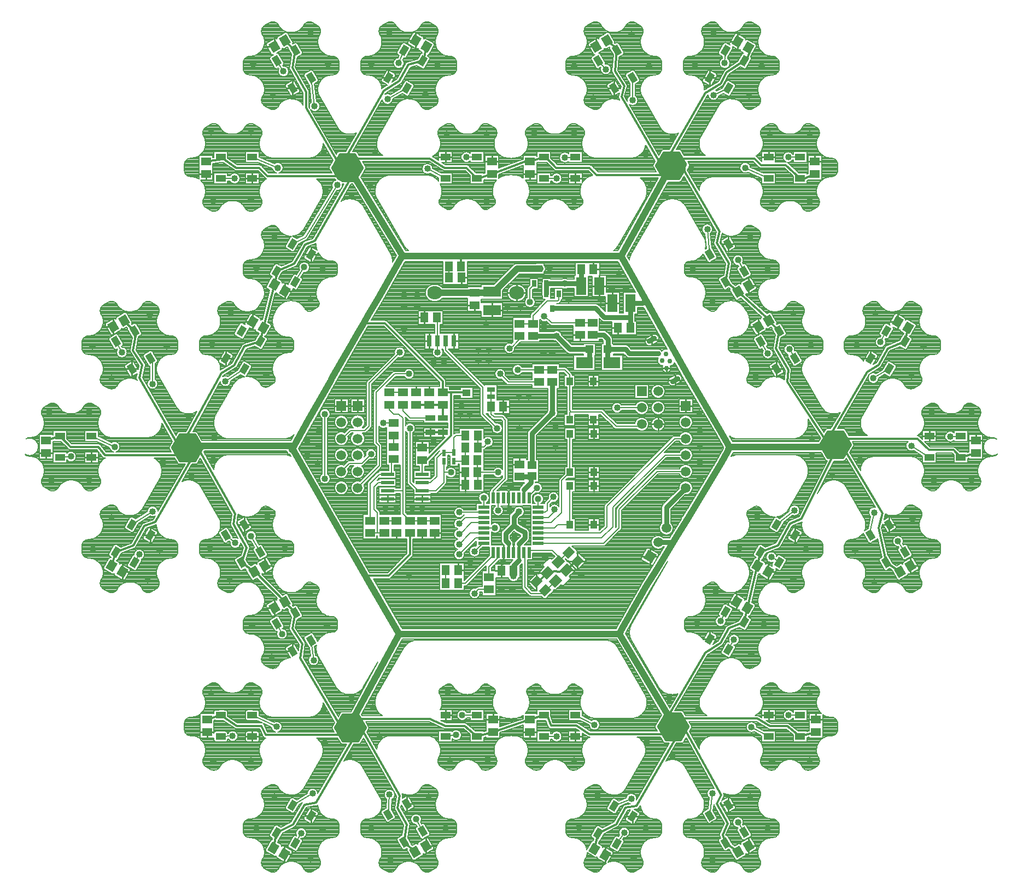
<source format=gbr>
G04 DipTrace 3.3.1.3*
G04 Top.gbr*
%MOIN*%
G04 #@! TF.FileFunction,Copper,L1,Top*
G04 #@! TF.Part,Single*
%AMOUTLINE0*
4,1,4,
0.038974,0.002783,
-0.002783,-0.038974,
-0.038974,-0.002783,
0.002783,0.038974,
0.038974,0.002783,
0*%
%AMOUTLINE3*
4,1,4,
-0.036925,-0.012777,
-0.007398,0.038367,
0.036925,0.012777,
0.007398,-0.038367,
-0.036925,-0.012777,
0*%
%AMOUTLINE6*
4,1,4,
-0.007398,-0.038367,
-0.036925,0.012777,
0.007398,0.038367,
0.036925,-0.012777,
-0.007398,-0.038367,
0*%
%AMOUTLINE9*
4,1,16,
0.022365,-0.005272,
0.027503,-0.000505,
0.030063,0.006018,
0.029539,0.013008,
0.026034,0.019077,
0.020244,0.023025,
0.013314,0.02407,
0.006617,0.022004,
-0.022365,0.005272,
-0.027503,0.000505,
-0.030063,-0.006018,
-0.029539,-0.013008,
-0.026034,-0.019077,
-0.020244,-0.023025,
-0.013314,-0.02407,
-0.006617,-0.022004,
0.022365,-0.005272,
0*%
%AMOUTLINE12*
4,1,4,
-0.040336,-0.010808,
-0.010808,0.040336,
0.040336,0.010808,
0.010808,-0.040336,
-0.040336,-0.010808,
0*%
%AMOUTLINE15*
4,1,4,
0.002283,-0.035415,
-0.031811,-0.01573,
-0.002283,0.035415,
0.031811,0.01573,
0.002283,-0.035415,
0*%
%AMOUTLINE18*
4,1,4,
-0.031811,0.01573,
0.002283,0.035415,
0.031811,-0.01573,
-0.002283,-0.035415,
-0.031811,0.01573,
0*%
%AMOUTLINE21*
4,1,4,
-0.029528,-0.019685,
-0.029528,0.019685,
0.029528,0.019685,
0.029528,-0.019685,
-0.029528,-0.019685,
0*%
%AMOUTLINE24*
4,1,4,
0.041063,0.003474,
-0.003486,-0.041062,
-0.041063,-0.003474,
0.003486,0.041062,
0.041063,0.003474,
0*%
G04 #@! TA.AperFunction,CopperBalancing*
%ADD15C,0.008*%
G04 #@! TA.AperFunction,Conductor*
%ADD16C,0.03*%
%ADD17C,0.018*%
%ADD18C,0.012*%
G04 #@! TA.AperFunction,ViaPad*
%ADD19C,0.04*%
G04 #@! TA.AperFunction,CopperBalancing*
%ADD20C,0.01*%
%ADD21C,0.025*%
G04 #@! TA.AperFunction,ComponentPad*
%ADD23O,0.09X0.08*%
%ADD25R,0.03937X0.047244*%
%ADD26R,0.059055X0.051181*%
%ADD27R,0.051181X0.059055*%
%ADD28R,0.062992X0.106299*%
%ADD29R,0.106299X0.062992*%
%ADD32R,0.023622X0.03937*%
%ADD34R,0.047244X0.047244*%
%ADD36R,0.104331X0.068898*%
G04 #@! TA.AperFunction,ComponentPad*
%ADD38C,0.029528*%
%ADD39R,0.059055X0.059055*%
%ADD40C,0.059055*%
%ADD41R,0.057087X0.047244*%
%ADD43R,0.059055X0.033858*%
%ADD45R,0.051181X0.031496*%
%ADD46R,0.051181X0.03937*%
%ADD48R,0.025591X0.041339*%
%ADD49R,0.07874X0.023622*%
%ADD50R,0.031496X0.070866*%
%ADD52R,0.019685X0.066929*%
%ADD53R,0.066929X0.019685*%
%ADD54R,0.059055X0.03937*%
%ADD108OUTLINE0*%
%ADD111OUTLINE3*%
%ADD114OUTLINE6*%
G04 #@! TA.AperFunction,ComponentPad*
%ADD117OUTLINE9*%
%ADD120OUTLINE12*%
%ADD123OUTLINE15*%
%ADD126OUTLINE18*%
%ADD129OUTLINE21*%
%ADD132OUTLINE24*%
%FSLAX26Y26*%
G04*
G70*
G90*
G75*
G01*
G04 Top*
%LPD*%
X3227961Y2578539D2*
D15*
X3114428D1*
X3076829Y2540941D1*
X3227961Y2547043D2*
X3151682D1*
X3083080Y2478441D1*
X3076829D1*
X2539329Y2965941D2*
X2483079Y2909690D1*
X2408080D1*
X2358080Y2859690D1*
X2458080Y2759690D2*
Y2762707D1*
X2589329Y2893957D1*
Y3015941D1*
X2570580Y3034690D1*
Y3340940D1*
X2683080Y3453441D1*
X2770580D1*
X3326828D2*
X3376828Y3403441D1*
X3564329D1*
X3227961Y2484051D2*
X3144940D1*
X3076829Y2415941D1*
X3227961Y2452555D2*
Y2453441D1*
X3176829D1*
X3076829Y2353441D1*
X3445580Y2828441D2*
D16*
X3518760D1*
X3520580Y2830261D1*
X3514329D1*
Y2790940D1*
X3472055Y2748665D1*
D17*
Y2696650D1*
X3558669Y2421059D2*
D15*
Y2422190D1*
X3958080D1*
X4051829Y2515940D1*
Y2628440D1*
X4283080Y2859690D1*
X4458080D1*
X3558669Y2452555D2*
Y2453441D1*
X3945581D1*
X4014329Y2522189D1*
Y2640940D1*
X4333080Y2959690D1*
X4458080D1*
X3558669Y2484051D2*
X3938690D1*
X3976829Y2522190D1*
Y2647190D1*
X4389329Y3059690D1*
X4458080D1*
X3558669Y2578539D2*
X3620678D1*
X3658079Y2615940D1*
Y2628440D1*
X3558669Y2610035D2*
X3602175D1*
X3614329Y2622190D1*
Y2665940D1*
X3651831Y2703441D1*
X3558669Y2641531D2*
Y2691530D1*
X3503551Y2696650D2*
Y2711412D1*
X3551829Y2759690D1*
X4039329Y3247190D2*
X4189329D1*
X3114526Y2778440D2*
D18*
X3114329Y2853441D1*
X2978601Y3097190D2*
X2901829D1*
X3548936Y2187584D2*
X3560755D1*
X3614227Y2241058D1*
X3798472Y2313047D2*
X3786457D1*
X3731154Y2257743D1*
X3614227Y2241058D2*
X3622814Y2232471D1*
X3654396Y2250748D1*
X3690795Y2247336D1*
X3722361Y2271366D1*
X3731154Y2257743D1*
X3227961Y2421059D2*
D15*
X3226829D1*
Y2422190D1*
X3220580D1*
X3170580Y2372190D1*
X3308080Y3122190D2*
X3220580Y3209690D1*
Y3372189D1*
X2995580Y3597189D1*
Y3653441D1*
X2620580Y2484692D2*
X2533080D1*
X2576829D1*
Y2609690D1*
X2558080Y2628440D1*
Y2765940D1*
X2583080Y2790941D1*
X2639329D1*
X2533080Y2484692D2*
Y2484887D1*
X3558669Y2515547D2*
X3657686D1*
X3676829Y2534690D1*
X3751829D1*
Y2770911D1*
X2533080Y2559690D2*
Y2784692D1*
X2589329Y2840941D1*
X2639329D1*
X2664329D1*
Y2922190D1*
X2676934Y2934795D1*
X3114526Y3078440D2*
X3058081D1*
X3045580Y3065938D1*
Y2973371D1*
X2984261D1*
X2983080Y2972190D1*
X2851928Y2790941D2*
X2901828D1*
X2939329Y2828441D1*
Y2940940D1*
X2970580Y2972190D1*
X2983080D1*
X3185786Y4774651D2*
X3120579D1*
X3721193Y4772190D2*
X3785786Y4774651D1*
X4813835Y4078636D2*
X4776829Y4147190D1*
X5089329Y3603441D2*
X5123795Y3548636D1*
X3189329Y2778440D2*
Y2853244D1*
X3189133Y2853441D1*
Y2928441D1*
Y2853441D2*
X3314329D1*
Y2622190D2*
X3314575Y2622436D1*
Y2696650D1*
X5027358Y2303696D2*
X4989329Y2334690D1*
X4980207Y2337046D1*
X4751829Y1834690D2*
X4717358Y1773656D1*
X3592873Y1244730D2*
X3670580D1*
X3058080Y1253441D2*
X2992873Y1244730D1*
X1964824Y1932024D2*
X1966919D1*
Y1933839D1*
X1970580Y1922190D1*
X1996681Y1869159D1*
X1711530Y2424177D2*
X1654864Y2470744D1*
X2061301Y4245724D2*
X2139329Y4284690D1*
X2333080Y4603441D1*
X2258080Y3209690D2*
Y2815941D1*
X3170580Y2115941D2*
X3195776Y2141136D1*
X3258080D1*
X2851928Y2740941D2*
X2826828D1*
X2776829Y2790940D1*
Y3122190D1*
X2614329Y3153343D2*
X2676928D1*
X3189329Y3003441D2*
Y3078440D1*
X2851928Y2740941D2*
X2933080D1*
X2983080Y2790941D1*
Y2853411D1*
Y2921009D1*
Y2853411D2*
X3026801D1*
X3251829Y3040941D2*
Y3034690D1*
X3226829Y3009690D1*
X3195579D1*
X3189329Y3003441D1*
X2676928Y3078539D2*
Y3009598D1*
X2676934D1*
X3114329Y2928441D2*
Y3003441D1*
X3114526D1*
Y2922190D1*
X3045580D1*
X2733080Y3265941D2*
Y3228440D1*
X2776829Y3184690D1*
X2901829D1*
Y3183411D1*
X3258080Y2215940D2*
Y2278441D1*
X3314575Y2334936D1*
Y2365941D1*
X2845791Y2540744D2*
X2864738Y2559690D1*
X2926829D1*
X2651829Y3265941D2*
Y3234690D1*
X2676829Y3209690D1*
X2708081D1*
X2733080Y3184692D1*
Y2740941D1*
X2639329D1*
X2733080D2*
Y2603245D1*
X2776831Y2559495D1*
X2851634D1*
X2851829Y2559690D1*
X2926829D1*
X2733080Y3340744D2*
X2651829D1*
X3270580Y3253441D2*
Y3308803D1*
X3270136Y3309247D1*
Y3359690D1*
Y3316383D1*
X3283079Y2696650D2*
Y2740940D1*
X3358079Y2815940D1*
Y3172190D1*
X3339329Y3190941D1*
X3289329D1*
X3270580Y3209690D1*
Y3253441D1*
X3558669Y2547043D2*
X3639182D1*
X3701829Y2609690D1*
Y2803441D1*
X3751829Y2853441D1*
Y3089661D1*
X2695579Y2559690D2*
Y2559495D1*
X2620580D1*
X3526829Y3759690D2*
Y3809690D1*
X3614329Y3897190D1*
X3676829D1*
X3683080Y3903441D1*
Y3940941D1*
X3445580Y3759690D2*
X3526829D1*
X3014329Y4109690D2*
Y4040941D1*
X3014526D1*
X3283079Y2365941D2*
Y2347193D1*
X3114327Y2178441D1*
X3070383D1*
X2995580Y2259690D2*
Y2178441D1*
X3533080Y4003441D2*
X3539331D1*
X3508079Y3972190D1*
Y3890941D1*
X3595579Y3803441D2*
X3598705Y3806566D1*
X3639331Y3765940D1*
X3814329D1*
X3889329D2*
X3814329D1*
X2795580Y3265941D2*
D18*
X2814329D1*
X2976829D1*
Y3190941D1*
X2978601D1*
Y3183411D1*
X2814329Y3265941D2*
X2895385D1*
X2895580Y3266136D1*
X2976634D1*
X2976829Y3265941D1*
X2077358Y4013696D2*
D15*
X2095230Y4044928D1*
X2132201Y4103436D1*
X1970580Y4709690D2*
X1815786Y4774651D1*
X3592873Y4644730D2*
X3670580D1*
X4133810Y5120957D2*
X4133795Y5258636D1*
X4914824Y3650744D2*
X4958080Y3578441D1*
X5601829Y3428441D2*
X5697358Y3483656D1*
X4701301Y2005685D2*
X4670580Y1947190D1*
X4858762Y1301490D2*
X4962873Y1244730D1*
X3185786Y1374651D2*
X3095580D1*
X2651829Y890941D2*
X2644864Y769524D1*
X1863835Y2368636D2*
X1808080Y2465941D1*
X1208080Y2615941D2*
X1081301Y2535724D1*
X1622873Y4644730D2*
X1707745D1*
X2195580Y5084690D2*
X2173795Y5258636D1*
X3924824Y5360744D2*
X3970579Y5309690D1*
X4627836Y5152862D2*
X4717358Y5193656D1*
X5681301Y3715685D2*
X5645580Y3647190D1*
X5833080Y3015941D2*
X5942873Y2944730D1*
X5155786Y1374651D2*
X5085541D1*
X4620580Y897190D2*
X4604864Y763274D1*
X2853835Y667416D2*
X2814329Y740941D1*
X2183080Y897190D2*
X2061301Y825724D1*
X1097358Y2303696D2*
X1126829Y2353441D1*
X976829Y3009690D2*
X835786Y3074651D1*
X1964824Y5360744D2*
X2005694Y5297433D1*
X2639329Y5128441D2*
X2757358Y5193656D1*
X4701301Y5425685D2*
X4695579Y5347190D1*
X4820580Y4709690D2*
X4962873Y4644730D1*
X6135786Y3074651D2*
X6070580Y3072190D1*
X5606352Y2609327D2*
X5584849Y2503856D1*
X5584864Y2470744D1*
X4813835Y661167D2*
X4776829Y722190D1*
X4126829Y865941D2*
X4021301Y822255D1*
X2077358Y593696D2*
X2113962Y656374D1*
X1964329Y1303441D2*
X1815786Y1374651D1*
X642873Y2944730D2*
X710165Y2950188D1*
X1207209Y3393108D2*
X1207194Y3553661D1*
X1193866Y3548636D1*
X2741301Y5425685D2*
X2708080Y5347190D1*
X2883080Y4703441D2*
X2992873Y4644730D1*
X5155786Y4774651D2*
X5083080D1*
X4589329Y4334690D2*
X4604864Y4180744D1*
X5793835Y2368636D2*
X5751829Y2434690D1*
X5120580Y2622190D2*
X5011301Y2535724D1*
X4037358Y590226D2*
X4083080Y659690D1*
X3901829Y1315941D2*
X3785786Y1374651D1*
X1622873Y1244730D2*
X1695580Y1247190D1*
X2189329Y1709690D2*
X2173795Y1829916D1*
X984895Y3650744D2*
X1020580Y3584690D1*
X1651829Y3409690D2*
X1767358Y3483656D1*
X3227961Y2641531D2*
Y2698322D1*
X3383177Y3609690D2*
X3389329D1*
X3445580Y3665941D1*
Y3684887D1*
X3564329Y3478244D2*
X3645580Y3478441D1*
X4189329Y3147190D2*
Y3134690D1*
X4033080D1*
X3945580Y3222190D1*
X3758942D1*
X3751829D1*
Y3171551D1*
X3749911Y3173470D1*
X3227961Y2515547D2*
X3295579D1*
X3433080Y3478441D2*
X3645580D1*
X3720580D1*
X3749909Y3449110D1*
Y3409692D1*
X3749911Y3409690D1*
Y3231222D1*
X3758942Y3222190D1*
X3645580Y3478441D2*
D3*
X3408079Y2253441D2*
D16*
Y2284689D1*
X3440559Y2317169D1*
D17*
Y2365941D1*
X3645580Y3403636D2*
D16*
Y3215941D1*
X3520580Y3090941D1*
Y2897190D1*
X3377567Y2365941D2*
D17*
Y2421453D1*
D16*
X3359951Y2439068D1*
Y2480312D1*
X3409953Y2530314D1*
Y2583272D1*
X3441203Y2614522D1*
X3526829Y3684887D2*
X3670580D1*
X3409953Y2530314D2*
X3433810Y2512450D1*
X3476829Y2489100D1*
Y2453440D1*
X3440559Y2417169D1*
D17*
Y2365941D1*
X3870580Y3603440D2*
D16*
X3752028D1*
X3670580Y3684887D1*
X3607883Y4003441D2*
Y3941335D1*
X3608277Y3940941D1*
X3607883Y4003441D2*
X3695580D1*
D18*
D3*
D16*
X3720580D1*
X3408079Y2220197D2*
Y2253441D1*
X4339329Y2514146D2*
Y2640940D1*
X4458080Y2759690D1*
X3720580Y4003441D2*
X3808079D1*
X3821711Y3989808D1*
Y4089810D1*
X3820580Y4090941D1*
X3870580Y3603440D2*
Y3522190D1*
X3839329D1*
X3170580Y3947190D2*
D19*
X3276829D1*
Y3953441D1*
X3289329D1*
X3429882Y4093992D1*
X3570482D1*
X3170580Y3947190D2*
X3089329D1*
X3089319Y3947180D1*
X2927329D1*
X2945580Y3653441D2*
D15*
Y3797190D1*
X2939329D1*
X3227961Y2610035D2*
X3076829D1*
X2358080Y3059690D2*
X2364329D1*
X2414329Y3109690D1*
X2501829D1*
X2526829Y3134690D1*
Y3397190D1*
X2714329Y3584690D1*
X2945580D2*
Y3653441D1*
X2876829Y5447190D2*
D18*
X2859096Y5350281D1*
X2853815Y5360724D1*
X3276829Y4672190D2*
X3194743Y4644238D1*
X3185786Y4644730D1*
X1949550Y3997093D2*
X1969563Y4081600D1*
X1964844Y4078656D1*
X2014329Y5484690D2*
X2073315Y5425705D1*
X2077339D1*
X1533080Y4747190D2*
X1633916Y4762643D1*
X1622873Y4774651D1*
X2077339Y5425705D2*
X2060168Y5317962D1*
X2143689Y5171026D1*
Y5074038D1*
X2363323Y4697524D1*
X2404961Y4709608D1*
X2385227Y4689874D1*
X2375762D1*
X2345579Y4659690D1*
X1908080D1*
X1858080Y4709690D1*
X1719009D1*
X1622873Y4774651D1*
X2853815Y5360724D2*
X2767390Y5337699D1*
X2710697Y5237812D1*
X2616337Y5178257D1*
X2343087Y4696818D1*
X2375762Y4689874D1*
X3185786Y4644730D2*
X3120759Y4709757D1*
X2989223D1*
X2899114Y4765941D1*
X2363323D1*
Y4697524D1*
X1964844Y4078656D2*
X2071260Y4125580D1*
X2100312Y4176483D1*
X2138121Y4242726D1*
X2198238Y4263937D1*
X2444874Y4696068D1*
X2404961Y4709608D1*
X3276829Y4672190D2*
X3508080Y4759493D1*
Y4747190D1*
X3596416Y4775143D1*
X3592873Y4774651D1*
X3976829Y5484690D2*
X4047433Y5428235D1*
X4037339Y5425705D1*
X4839329Y5440940D2*
X4862860Y5451193D1*
X4830215Y5373101D1*
X4813815Y5360724D1*
X5245580Y4672190D2*
X5169743Y4637987D1*
X5155786Y4644730D1*
X4776829Y3953440D2*
X4702580Y4018601D1*
X4701320Y4013676D1*
X4037339Y5425705D2*
X4026829Y5297190D1*
X4083080Y5209690D1*
X4066079Y5140621D1*
X4320580Y4703441D1*
X4360220Y4708900D1*
X4372205Y4707024D1*
X4333080Y4740941D1*
X4576829Y5165941D1*
X4670580Y5222190D1*
X4708080Y5290941D1*
X4813815Y5360724D1*
X5155786Y4644730D2*
X5069108Y4726136D1*
X4916633D1*
X4876828Y4765941D1*
X4382560D1*
X4372205Y4707024D1*
X4701320Y4013676D2*
X4720580Y4128441D1*
X4646899Y4250364D1*
X4664329Y4322190D1*
X4426829Y4728441D1*
X4372205Y4707024D1*
X3592873Y4774651D2*
X3607223Y4771004D1*
X3668555Y4709672D1*
X3872133D1*
X3915864Y4665941D1*
X4333080D1*
Y4740941D1*
X4776829Y3953440D2*
X4971769Y3779533D1*
X4964329Y3778441D1*
X5027066Y3715705D1*
X5027339D1*
X5814329Y3734690D2*
X5793815Y3650744D1*
Y3650724D1*
X5689329Y3609690D1*
X5633080Y3509690D1*
X5564329Y3465941D1*
X5320580Y3047190D1*
X5337350Y3009690D1*
X5337287Y3007949D1*
X5076753Y3403555D1*
X5083080Y3478441D1*
X5008080Y3609690D1*
X5027339Y3715705D1*
X6135786Y2944730D2*
X6089575Y2990941D1*
X5939328D1*
X5870579Y3059690D1*
X5337445D1*
X5320580Y3047190D1*
X5681320Y2303676D2*
X5633080Y2515941D1*
X5658080Y2603441D1*
X5391514Y3051255D1*
X5337287Y3007949D1*
X4914844Y2368656D2*
X5020580Y2409690D1*
X5095580Y2540941D1*
X5164329Y2572190D1*
X5378451Y3000665D1*
X5337287Y3007949D1*
X4813815Y1940724D2*
X4720580Y1903441D1*
X4670580Y1815941D1*
X4576829Y1753441D1*
X4361381Y1385978D1*
X4413181Y1359671D1*
X4426829Y1353441D1*
X4895579D1*
X4971009Y1307411D1*
X5077469D1*
X5155786Y1244730D1*
X4701320Y596206D2*
X4682631Y645835D1*
X4714329Y715941D1*
X4647517Y833339D1*
X4673752Y889412D1*
X4413181Y1359671D1*
X3924844Y655186D2*
X4033080Y709690D1*
X4091795Y811345D1*
X4157610Y820550D1*
X4427299Y1285440D1*
X4376829Y1328441D1*
X4361381Y1385978D1*
X3592873Y1374651D2*
X3615413Y1371659D1*
X3636071Y1310361D1*
X3792462D1*
X3870579Y1259690D1*
X4333080D1*
X4361381Y1385978D1*
X2741320Y602455D2*
X2758080Y709690D1*
X2701829Y809690D1*
X2714329Y884690D1*
X2460822Y1327277D1*
X2430315Y1303685D1*
X2409592Y1266961D1*
X2433080Y1234690D1*
X2203199Y840941D1*
X2133080Y828441D1*
X2064329Y709690D1*
X1964844Y658656D1*
X2409592Y1266961D2*
Y1253441D1*
X1896717D1*
X1871925Y1309690D1*
X1720239D1*
X1622873Y1374651D1*
X2430315Y1303685D2*
X2370580Y1278441D1*
X2108080Y1722190D1*
X2120580Y1809690D1*
X2059335Y1902159D1*
X2077339Y1996984D1*
X3185786Y1244730D2*
X3111810Y1308919D1*
X2994231D1*
X2897806Y1352436D1*
X2421463D1*
X2426538Y1347361D1*
X2460822Y1327277D1*
X984844Y2368656D2*
X1089349Y2408190D1*
X1158908Y2528339D1*
X1223185Y2551273D1*
X1468033Y2974193D1*
X1450705Y2998549D1*
X1428941Y3011720D1*
X1429957Y3009690D1*
X1480382D1*
X1710382Y2601669D1*
X1700723Y2539007D1*
X1781638Y2395465D1*
X1751320Y2303676D1*
X642873Y3074651D2*
X707833Y3009690D1*
X876584D1*
X916209Y2959690D1*
X1420580D1*
X1429957Y3009690D1*
X1097409Y3715705D2*
X1109644Y3722776D1*
X1088728Y3595606D1*
X1145580Y3509690D1*
X1126829Y3428441D1*
X1383080Y2984690D1*
X1450705Y2998549D1*
X1863815Y3650724D2*
X1768470Y3620003D1*
X1705892Y3506112D1*
X1626829Y3459690D1*
X1395580Y3034690D1*
X1480382Y3009690D1*
X6226829Y2972190D2*
X6135786Y2944730D1*
X5764329Y2247190D2*
X5681302Y2303676D1*
X5681320D1*
X4895580Y2284690D2*
X4914844Y2368638D1*
Y2368656D1*
X4833080Y2028440D2*
X4895579Y2284690D1*
X4895580D1*
X4813815Y1940724D2*
X4833081Y2028440D1*
X4833080D1*
X5251829Y1272190D2*
X5155786Y1244730D1*
X4776829Y540940D2*
X4701302Y596206D1*
X4701320D1*
X3901829Y559690D2*
X3924844Y655168D1*
Y655186D1*
X3592873Y1374651D2*
X3508080Y1347190D1*
X3283080Y1272190D1*
X3185786Y1244730D1*
X2808080Y540940D2*
X2741302Y602455D1*
X2741320D1*
X1945580Y565941D2*
X1964844Y658638D1*
Y658656D1*
X1539329Y1347190D2*
X1622873Y1374651D1*
X2014329Y2065941D2*
X2077357Y1996984D1*
X2077339D1*
X1826829Y2247190D2*
X1751302Y2303676D1*
X1751320D1*
X958080Y2284690D2*
X984844Y2368638D1*
Y2368656D1*
X558080Y3047190D2*
X642873Y3074651D1*
X1033080Y3778441D2*
X1095816Y3715705D1*
X1097409D1*
X1883080Y3734690D2*
X1863815Y3650743D1*
Y3650724D1*
X1949550Y3997093D2*
X1883081Y3734690D1*
X1883080D1*
X2014329Y2065941D2*
X1833080Y2247190D1*
X1826829D1*
X4360220Y4708900D2*
D19*
X4064329Y4172190D1*
X3089133D1*
X2733080D1*
X2730612Y4176232D1*
X2404961Y4709608D1*
X4064329Y4172190D2*
X4213942Y3904100D1*
X4479394Y3428441D1*
X4667388Y3109659D1*
X4720580Y3015941D1*
Y3007949D1*
X5337287D1*
X4720580D2*
X4717451Y2988790D1*
X4670580Y2903441D1*
X4489329Y2603441D1*
X4462955Y2560328D1*
X4398591Y2455109D1*
X4363257Y2397346D1*
X4287055Y2272777D1*
X4275979Y2254672D1*
X4218903Y2161367D1*
X4120580Y1990940D1*
X4064329Y1890941D1*
X4055828Y1869139D1*
X4376829Y1328441D1*
X4055828Y1869139D2*
X2711190D1*
X2522295Y2194462D1*
X2505507Y2223660D1*
X2064332Y2990941D1*
X2057136D1*
Y3015941D1*
X1468033D1*
D18*
Y2974193D1*
X2711190Y1869139D2*
D19*
X2426538Y1347361D1*
X2730612Y4176232D2*
X2586448Y3922190D1*
X2528622Y3821815D1*
X2494154Y3761984D1*
X2451094Y3687240D1*
X2421274Y3635478D1*
X2375182Y3554904D1*
X2302122Y3427188D1*
X2294185Y3413312D1*
X2154983Y3167886D1*
X2057136Y2990941D1*
X2851928Y2840941D2*
D15*
Y2928539D1*
X2851934Y2928546D1*
X2505507Y2223660D2*
D18*
X2647051D1*
X2776831Y2353440D1*
Y2484692D1*
X3089133Y4109690D2*
Y4172190D1*
X4457343Y2565941D2*
D16*
X4462955Y2560328D1*
X4020580Y4172190D2*
D19*
X4064329D1*
X2494154Y3761984D2*
D18*
X2624535D1*
X2976829Y3409690D1*
Y3340744D1*
X3119791D1*
X3122499Y3338037D1*
X2976829Y3340744D2*
X3026829D1*
Y3078441D1*
X2876934Y2928546D1*
X2851934D1*
X4398591Y2455109D2*
D16*
X4371025Y2427543D1*
X4289329D1*
X4120580Y3884690D2*
X4194533D1*
X4213942Y3904100D1*
X4120579Y3734690D2*
X4120580Y3798966D1*
Y3884690D1*
X3645678Y3850390D2*
Y3853441D1*
X3908079D1*
X3962554Y3798966D1*
X4120580D1*
X3889329Y3691136D2*
X3957883D1*
X3983080Y3665941D1*
Y3601177D1*
D18*
X3980816Y3603441D1*
X4289329Y3578441D2*
D16*
X4114328D1*
X4089328Y3603441D1*
X3980816D1*
X4008621Y3522190D2*
X3983079D1*
X3980816Y3524453D1*
Y3603441D1*
X3472055Y2365941D2*
D15*
Y2345715D1*
X3476829Y2340941D1*
Y2153441D1*
X3514329Y2115941D1*
X3601829D1*
Y2134690D1*
X3608080D1*
X3664329Y2190940D1*
X3503551Y2365941D2*
Y2378440D1*
X3745579Y2365941D2*
X3739131D1*
X3681051Y2307861D1*
X3745579Y2378440D2*
Y2365941D1*
X3503551Y2378441D2*
X3645579D1*
X3681051Y2342969D1*
Y2307861D1*
D19*
X3076829Y2540941D3*
Y2478441D3*
X2539329Y2965941D3*
X2770580Y3453441D3*
X3326828D3*
X3076829Y2415941D3*
Y2353441D3*
X3658079Y2628440D3*
X3651831Y2703441D3*
X3558669Y2691530D3*
X3551829Y2759690D3*
X4039329Y3247190D3*
X3170580Y2372190D3*
X3308080Y3122190D3*
X3120579Y4774651D3*
X3721193Y4772190D3*
X4776829Y4147190D3*
X5089329Y3603441D3*
X3314329Y2853441D3*
Y2622190D3*
X4980207Y2337046D3*
X4751829Y1834690D3*
X3670580Y1244730D3*
X3058080Y1253441D3*
X1996681Y1869159D3*
X1711530Y2424177D3*
X2333080Y4603441D3*
X2258080Y3209690D3*
Y2815941D3*
X3170580Y2115941D3*
X2776829Y3122190D3*
X2614329Y3153343D3*
X3026801Y2853411D3*
X3251829Y3040941D3*
X3508079Y3890941D3*
X3595579Y3803441D3*
X2132201Y4103436D3*
X1970580Y4709690D3*
X3670580Y4644730D3*
X4133810Y5120957D3*
X4958080Y3578441D3*
X5601829Y3428441D3*
X4670580Y1947190D3*
X4858762Y1301490D3*
X3095580Y1374651D3*
X2651829Y890941D3*
X1808080Y2465941D3*
X1208080Y2615941D3*
X1707745Y4644730D3*
X2195580Y5084690D3*
X3970579Y5309690D3*
X4627836Y5152862D3*
X5645580Y3647190D3*
X5833080Y3015941D3*
X5085541Y1374651D3*
X4620580Y897190D3*
X2814329Y740941D3*
X2183080Y897190D3*
X1126829Y2353441D3*
X976829Y3009690D3*
X2005694Y5297433D3*
X2639329Y5128441D3*
X4695579Y5347190D3*
X4820580Y4709690D3*
X6070580Y3072190D3*
X5606352Y2609327D3*
X4776829Y722190D3*
X4126829Y865941D3*
X2113962Y656374D3*
X1964329Y1303441D3*
X710165Y2950188D3*
X1207209Y3393108D3*
X2708080Y5347190D3*
X2883080Y4703441D3*
X5083080Y4774651D3*
X4589329Y4334690D3*
X5751829Y2434690D3*
X5120580Y2622190D3*
X4083080Y659690D3*
X3901829Y1315941D3*
X1695580Y1247190D3*
X2189329Y1709690D3*
X1020580Y3584690D3*
X1651829Y3409690D3*
X3227961Y2698322D3*
X3383177Y3609690D3*
X3295579Y2515547D3*
X3433080Y3478441D3*
X3441203Y2614522D3*
X3645580Y3215941D3*
X3670580Y3684887D3*
X3645580Y3215941D3*
X3408079Y2220197D3*
X3441203Y2614522D3*
X3076829Y2610035D3*
X2714329Y3584690D3*
X2945580D3*
X1564329Y4928441D3*
X1808080D3*
Y4515941D3*
X1576829Y4509690D3*
X3001829Y4915940D3*
X3245580D3*
Y4503441D3*
X3014329Y4497190D3*
X3533079Y4922189D3*
X3776829D3*
Y4509690D3*
X3545579Y4503440D3*
X4970579Y4915938D3*
X5214329D3*
Y4503441D3*
X4983079Y4497189D3*
X576828Y3222189D3*
X820580D3*
Y2809690D3*
X589328Y2803440D3*
X5958080Y3222190D3*
X6201831D3*
Y2809692D3*
X5970580Y2803441D3*
X1564329Y1509689D3*
X1808080D3*
Y1097190D3*
X1576829Y1090940D3*
X3008079Y1515938D3*
X3251829D3*
Y1103441D3*
X3020579Y1097189D3*
X3533079Y1509689D3*
X3776829D3*
Y1097190D3*
X3545579Y1090940D3*
X4970579Y1509690D3*
X5214329D3*
Y1097192D3*
X4983079Y1090941D3*
X1820580Y5340941D3*
X2170580Y5534690D3*
X2276829Y5340941D3*
X1939329Y5147190D3*
X839331Y3622190D3*
X1189331Y3815940D3*
X1295580Y3622190D3*
X958080Y3428440D3*
X1558080Y2390941D3*
X1908080Y2584690D3*
X2014329Y2390941D3*
X1676829Y2197190D3*
X1814331Y1922192D3*
X2164331Y2115941D3*
X2270580Y1922192D3*
X1933080Y1728441D3*
X2539331Y684690D3*
X2889331Y878440D3*
X2995580Y684690D3*
X2658080Y490940D3*
X4501831Y684690D3*
X4851831Y878440D3*
X4958080Y684690D3*
X4620580Y490940D3*
X5489329Y2378441D3*
X5839329Y2572190D3*
X5945579Y2378441D3*
X5608079Y2184690D3*
X4764329Y3628441D3*
X5114331Y3822189D3*
X5220580Y3628441D3*
X4883079Y3434690D3*
X4501829Y4090941D3*
X4851831Y4284689D3*
X4958080Y4090941D3*
X4620579Y3897190D3*
X3776828Y5328442D3*
X4126829Y5522190D3*
X4233079Y5328442D3*
X3895577Y5134692D3*
X2651829Y5534690D3*
X2539329Y5340941D3*
X2870580Y5153441D3*
X2945580Y5334690D3*
X4626828Y5528441D3*
X4514328Y5334692D3*
X4845579Y5147192D3*
X4920580Y5328441D3*
X5614328Y3822190D3*
X5501828Y3628441D3*
X5833079Y3440941D3*
X5908080Y3622190D3*
X4895577Y2584690D3*
X4783077Y2390941D3*
X5114328Y2203441D3*
X5189329Y2384690D3*
X4639328Y2128440D3*
X4526828Y1934690D3*
X4858079Y1747192D3*
X4933080Y1928441D3*
X3920577Y884689D3*
X3808077Y690940D3*
X4139328Y503441D3*
X4214329Y684690D3*
X1951828Y878440D3*
X1839328Y684690D3*
X2170579Y497192D3*
X2245580Y678441D3*
X1683077Y3828440D3*
X1570577Y3634689D3*
X1901828Y3447190D3*
X1976829Y3628441D3*
X1951828Y4290940D3*
X1839328Y4097189D3*
X2170579Y3909690D3*
X2245580Y4090941D3*
X958079Y2578440D3*
X845579Y2384689D3*
X1176829Y2197190D3*
X1251831Y2378441D3*
X3258080Y3597190D3*
X3195580D3*
Y3534690D3*
X3258080D3*
X3345580Y2309690D3*
X3445580Y3122190D3*
X5339329Y3190941D3*
X5514329Y3097190D3*
X5520580Y2928441D3*
X5351829Y2834690D3*
X5226829Y3059690D3*
Y2959690D3*
X4358079Y1478441D3*
X4533080Y1403441D3*
Y1215941D3*
X4376829Y1122190D3*
X4245580Y1422190D3*
X4220580Y1209690D3*
X2420580Y1478441D3*
X2551829Y1422190D3*
X2589329Y1247190D3*
X2408080Y1122190D3*
X2251829Y1403441D3*
X2258079Y1203440D3*
X1426829Y3190941D3*
X1583080Y3065941D3*
X1576829Y2928441D3*
X1445580Y2828441D3*
X1264329Y3097190D3*
X1270580Y2915941D3*
X2408080Y4884690D3*
X2564329Y4803441D3*
X2533080Y4597190D3*
X2420580Y4534690D3*
X2251829Y4803441D3*
X2264329Y4572190D3*
X4376829Y4897190D3*
X4526829Y4803441D3*
X4489329Y4703441D3*
X4333080Y4540941D3*
X4214329Y4790941D3*
X4245580Y4609690D3*
X3745580Y3903441D3*
X4095580Y3972190D3*
X3239329Y4090941D3*
X3595580Y3740941D3*
X3451829Y3859690D3*
X3370580D3*
X4051829Y4065941D3*
X3626829Y4097190D3*
X3939329Y3903441D3*
X4008080Y3972190D3*
X2220580Y3015941D3*
Y3109690D3*
X2214329Y2909690D3*
X2151829Y2959690D3*
Y3040941D3*
X3383080Y2628441D3*
X3470580Y2547190D3*
X3333080Y2140941D3*
X3414329Y2459690D3*
X3389329Y2772190D3*
X2983080Y3528441D3*
X3401829Y2140941D3*
X2770580Y2222190D3*
X3239329Y3759690D3*
X2920580Y3528441D3*
X3501829Y3315941D3*
X3664329Y3009690D3*
X3589329Y3578441D3*
X3439329Y3315941D3*
X3645580Y3578441D3*
X2514329Y3484690D3*
X2920580Y3040941D3*
X3664329Y3128441D3*
X2695580Y2634690D3*
X2851829D3*
X2789329D3*
X3145580Y2303441D3*
X4545580Y3109690D3*
X4539329Y3215941D3*
X4545580Y3009690D3*
Y2915941D3*
Y2815941D3*
X2739331Y3865941D3*
X2820580Y3934690D3*
X2739331Y3728440D3*
X2739329Y3934690D3*
X2820580Y3865941D3*
X3720580Y4003441D3*
X3139329Y3203441D3*
X2814329Y3059690D3*
X3089329Y3259690D3*
X3083080Y3203441D3*
X3820580Y2228441D3*
X3601829Y2334690D3*
X3514329Y2247190D3*
X3558080Y2290941D3*
X2626829Y2634690D3*
X1916649Y5590609D2*
D15*
X1963205D1*
X2141493D2*
X2188065D1*
X2632805D2*
X2679377D1*
X2857665D2*
X2904221D1*
X3883102D2*
X3929659D1*
X4107946D2*
X4154534D1*
X4599290D2*
X4645846D1*
X4824134D2*
X4870721D1*
X1903024Y5582740D2*
X1971096D1*
X2133602D2*
X2201690D1*
X2619180D2*
X2687268D1*
X2849759D2*
X2917862D1*
X3869493D2*
X3937565D1*
X4100055D2*
X4168159D1*
X4585649D2*
X4653737D1*
X4816227D2*
X4884346D1*
X1889555Y5574871D2*
X1975940D1*
X2128743D2*
X2215159D1*
X2605712D2*
X2692112D1*
X2844915D2*
X2931330D1*
X3855993D2*
X3942393D1*
X4095227D2*
X4181627D1*
X4572196D2*
X4658580D1*
X4811415D2*
X4897815D1*
X1881477Y5567003D2*
X1981737D1*
X2122946D2*
X2223221D1*
X2597634D2*
X2697909D1*
X2839118D2*
X2939393D1*
X3847915D2*
X3948190D1*
X4089430D2*
X4189690D1*
X4564118D2*
X4664377D1*
X4805618D2*
X4905877D1*
X1876540Y5559134D2*
X1988549D1*
X2116134D2*
X2228143D1*
X2592712D2*
X2704737D1*
X2832305D2*
X2944315D1*
X3843009D2*
X3955018D1*
X4082602D2*
X4194612D1*
X4559180D2*
X4671205D1*
X4798759D2*
X4910799D1*
X1873962Y5551265D2*
X1997940D1*
X2106743D2*
X2230721D1*
X2590134D2*
X2714127D1*
X2822915D2*
X2946893D1*
X3840430D2*
X3964377D1*
X4073243D2*
X4197190D1*
X4556618D2*
X4680565D1*
X4789430D2*
X4913377D1*
X1873024Y5543396D2*
X2010690D1*
X2094009D2*
X2231674D1*
X2589196D2*
X2726862D1*
X2810165D2*
X2947830D1*
X3839493D2*
X3977127D1*
X4060462D2*
X4198127D1*
X4555665D2*
X4693330D1*
X4776665D2*
X4914330D1*
X1873634Y5535528D2*
X2033252D1*
X2071430D2*
X2231065D1*
X2589805D2*
X2749409D1*
X2787602D2*
X2947221D1*
X3840102D2*
X3999721D1*
X4037899D2*
X4197518D1*
X4556290D2*
X4715909D1*
X4754102D2*
X4913721D1*
X1875852Y5527659D2*
X2004252D1*
X2034102D2*
X2228830D1*
X2592024D2*
X2792330D1*
X2821946D2*
X2945002D1*
X3842321D2*
X3966752D1*
X3996602D2*
X4195299D1*
X4558509D2*
X4760705D1*
X4773602D2*
X4911471D1*
X1879977Y5519790D2*
X1990627D1*
X2038634D2*
X2224737D1*
X2596134D2*
X2787799D1*
X2835587D2*
X2940909D1*
X3846415D2*
X3953127D1*
X4001134D2*
X4191205D1*
X4562602D2*
X4753909D1*
X4787259D2*
X4907377D1*
X1883696Y5511921D2*
X1977002D1*
X2043180D2*
X2221018D1*
X2599852D2*
X2783252D1*
X2849212D2*
X2937174D1*
X3850149D2*
X3939502D1*
X4005680D2*
X4187487D1*
X4566337D2*
X4749362D1*
X4800884D2*
X4903659D1*
X1886540Y5504052D2*
X1966190D1*
X2047727D2*
X2218143D1*
X2602743D2*
X2778705D1*
X2860118D2*
X2934315D1*
X3853009D2*
X3928690D1*
X4010227D2*
X4184612D1*
X4569212D2*
X4744815D1*
X4814509D2*
X4900799D1*
X1888509Y5496184D2*
X1949737D1*
X2052274D2*
X2216174D1*
X2604696D2*
X2774159D1*
X2876462D2*
X2932346D1*
X3854977D2*
X3912237D1*
X4014774D2*
X4182643D1*
X4571165D2*
X4740268D1*
X4823509D2*
X4898830D1*
X1889899Y5488315D2*
X1936112D1*
X2056805D2*
X2214784D1*
X2606055D2*
X2769627D1*
X2890102D2*
X2930955D1*
X3856352D2*
X3898612D1*
X4019305D2*
X4181252D1*
X4572540D2*
X4735737D1*
X4841774D2*
X4897455D1*
X1890399Y5480446D2*
X1922487D1*
X2061352D2*
X2214299D1*
X2606555D2*
X2765080D1*
X2903727D2*
X2930455D1*
X3856837D2*
X3884987D1*
X4023852D2*
X4180768D1*
X4573024D2*
X4731190D1*
X4855399D2*
X4896971D1*
X1890399Y5472577D2*
X1908862D1*
X2064352D2*
X2074299D1*
X2084946D2*
X2214299D1*
X2606555D2*
X2733737D1*
X2744290D2*
X2762034D1*
X2917352D2*
X2930455D1*
X3856837D2*
X3871362D1*
X4026852D2*
X4034299D1*
X4044946D2*
X4180768D1*
X4573024D2*
X4693737D1*
X4704290D2*
X4726643D1*
X4869024D2*
X4896971D1*
X1889493Y5464709D2*
X1900409D1*
X2092571D2*
X2215190D1*
X2605649D2*
X2726080D1*
X2758212D2*
X2764252D1*
X2925930D2*
X2931362D1*
X3855946D2*
X3862909D1*
X4052571D2*
X4181659D1*
X4572134D2*
X4686080D1*
X4718212D2*
X4724534D1*
X4882649D2*
X4897862D1*
X1888087Y5456840D2*
X1899940D1*
X2097118D2*
X2216596D1*
X2604290D2*
X2721534D1*
X2926477D2*
X2932752D1*
X3854555D2*
X3862440D1*
X4057118D2*
X4183065D1*
X4570759D2*
X4681534D1*
X4888977D2*
X4899252D1*
X1885696Y5448971D2*
X1904002D1*
X2101665D2*
X2218987D1*
X2601884D2*
X2716987D1*
X2783649D2*
X2789241D1*
X2922430D2*
X2935159D1*
X3852165D2*
X3866502D1*
X4061665D2*
X4185455D1*
X4568352D2*
X4676987D1*
X4888430D2*
X4901643D1*
X1882852Y5441102D2*
X1908549D1*
X2023337D2*
X2031205D1*
X2106212D2*
X2221862D1*
X2599009D2*
X2712440D1*
X2786227D2*
X2802877D1*
X2917884D2*
X2938034D1*
X3849290D2*
X3871049D1*
X3985837D2*
X3992409D1*
X4066212D2*
X4188330D1*
X4565493D2*
X4672440D1*
X4746227D2*
X4754549D1*
X4883993D2*
X4904502D1*
X1878618Y5433234D2*
X1913096D1*
X1999524D2*
X2035237D1*
X2110743D2*
X2226080D1*
X2594774D2*
X2707909D1*
X2783415D2*
X2826846D1*
X2913352D2*
X2942252D1*
X3845087D2*
X3875596D1*
X3962024D2*
X3995237D1*
X4070743D2*
X4192549D1*
X4561259D2*
X4667909D1*
X4743415D2*
X4768174D1*
X4879462D2*
X4908721D1*
X1873899Y5425365D2*
X1917627D1*
X1995524D2*
X2039784D1*
X2115290D2*
X2230784D1*
X2590071D2*
X2703362D1*
X2778868D2*
X2830737D1*
X2908805D2*
X2946955D1*
X3840384D2*
X3880127D1*
X3958024D2*
X3999784D1*
X4075290D2*
X4197252D1*
X4556540D2*
X4663362D1*
X4738868D2*
X4789612D1*
X4874915D2*
X4913424D1*
X1867305Y5417496D2*
X1922174D1*
X1982446D2*
X2044315D1*
X2119837D2*
X2237377D1*
X2583477D2*
X2698815D1*
X2774321D2*
X2843768D1*
X2904259D2*
X2953549D1*
X3833774D2*
X3884674D1*
X3944946D2*
X4004315D1*
X4079837D2*
X4203846D1*
X4549946D2*
X4658815D1*
X4734321D2*
X4795440D1*
X4870368D2*
X4920049D1*
X1859180Y5409627D2*
X1926721D1*
X1968821D2*
X2048862D1*
X2122259D2*
X2245502D1*
X2575352D2*
X2696377D1*
X2769790D2*
X2850534D1*
X2899712D2*
X2961674D1*
X3825649D2*
X3889221D1*
X3931321D2*
X4008862D1*
X4082259D2*
X4211971D1*
X4541821D2*
X4656377D1*
X4729790D2*
X4809065D1*
X4866134D2*
X4928174D1*
X1848680Y5401759D2*
X1931330D1*
X1978899D2*
X2053409D1*
X2119134D2*
X2256018D1*
X2564837D2*
X2699487D1*
X2765243D2*
X2839752D1*
X2895118D2*
X2972174D1*
X3815134D2*
X3893830D1*
X3938899D2*
X4013409D1*
X4079134D2*
X4222487D1*
X4531305D2*
X4659487D1*
X4725243D2*
X4799752D1*
X4862852D2*
X4938674D1*
X1832930Y5393890D2*
X1937737D1*
X1983446D2*
X2052924D1*
X2106727D2*
X2271768D1*
X2549102D2*
X2709330D1*
X2760696D2*
X2835205D1*
X2886493D2*
X2987924D1*
X3799368D2*
X3897737D1*
X3943446D2*
X4015549D1*
X4066727D2*
X4238237D1*
X4515571D2*
X4671877D1*
X4720696D2*
X4795205D1*
X4859555D2*
X4954424D1*
X1788477Y5386021D2*
X1924424D1*
X1987993D2*
X2051659D1*
X2093102D2*
X2316221D1*
X2504649D2*
X2705987D1*
X2756149D2*
X2830659D1*
X2894196D2*
X3032393D1*
X3754930D2*
X3884424D1*
X3947993D2*
X4014909D1*
X4053274D2*
X4282690D1*
X4471118D2*
X4681252D1*
X4716149D2*
X4790659D1*
X4856274D2*
X4998893D1*
X1774524Y5378152D2*
X1920002D1*
X1992524D2*
X2050409D1*
X2089118D2*
X2330174D1*
X2490696D2*
X2698002D1*
X2746602D2*
X2826127D1*
X2898634D2*
X3046346D1*
X3741009D2*
X3880002D1*
X3952524D2*
X4014268D1*
X4052634D2*
X4296627D1*
X4457196D2*
X4680674D1*
X4714993D2*
X4786127D1*
X4858634D2*
X5012799D1*
X1767477Y5370283D2*
X1921565D1*
X1997071D2*
X2049159D1*
X2087852D2*
X2337221D1*
X2483649D2*
X2684674D1*
X2736368D2*
X2817737D1*
X2897087D2*
X3053377D1*
X3733946D2*
X3881565D1*
X3957071D2*
X4013627D1*
X4051993D2*
X4303690D1*
X4450134D2*
X4672174D1*
X4718993D2*
X4781580D1*
X4857087D2*
X5019862D1*
X1763477Y5362415D2*
X1926112D1*
X2001618D2*
X2047909D1*
X2086602D2*
X2341205D1*
X2479649D2*
X2678768D1*
X2737384D2*
X2788190D1*
X2892540D2*
X3057393D1*
X3729930D2*
X3886112D1*
X3961618D2*
X4012987D1*
X4051337D2*
X4307690D1*
X4446118D2*
X4666268D1*
X4724884D2*
X4777034D1*
X4852540D2*
X5023877D1*
X1761337Y5354546D2*
X1930643D1*
X2006165D2*
X2046643D1*
X2085352D2*
X2343346D1*
X2477509D2*
X2675815D1*
X2740352D2*
X2759393D1*
X2888009D2*
X3059518D1*
X3727790D2*
X3890643D1*
X3966165D2*
X4012346D1*
X4050696D2*
X4309815D1*
X4443977D2*
X4663299D1*
X4727852D2*
X4770393D1*
X4848009D2*
X5026002D1*
X1760805Y5346677D2*
X1935190D1*
X2009649D2*
X2045393D1*
X2084102D2*
X2343877D1*
X2476977D2*
X2674971D1*
X2741196D2*
X2750627D1*
X2883462D2*
X3060034D1*
X3727259D2*
X3895190D1*
X3969649D2*
X4011690D1*
X4050055D2*
X4310346D1*
X4443462D2*
X4662455D1*
X4728696D2*
X4758471D1*
X4843462D2*
X5026534D1*
X1760805Y5338808D2*
X1939737D1*
X2008071D2*
X2044143D1*
X2082837D2*
X2343877D1*
X2476977D2*
X2676065D1*
X2740087D2*
X2746159D1*
X2878915D2*
X3060034D1*
X3727259D2*
X3899737D1*
X3985399D2*
X4011049D1*
X4049415D2*
X4310346D1*
X4443462D2*
X4663565D1*
X4727587D2*
X4746549D1*
X4838915D2*
X5026534D1*
X1760805Y5330940D2*
X1944284D1*
X2004290D2*
X2042877D1*
X2081587D2*
X2343877D1*
X2476977D2*
X2679346D1*
X2736821D2*
X2741679D1*
X2813977D2*
X2820909D1*
X2874368D2*
X3060034D1*
X3727259D2*
X3904268D1*
X3995727D2*
X4010409D1*
X4048774D2*
X4310346D1*
X4443462D2*
X4666846D1*
X4724321D2*
X4734627D1*
X4834368D2*
X5026534D1*
X1760805Y5323071D2*
X1948815D1*
X2026180D2*
X2041627D1*
X2080337D2*
X2343877D1*
X2476977D2*
X2685768D1*
X2730399D2*
X2737221D1*
X2784446D2*
X2834534D1*
X2869837D2*
X3060034D1*
X3727259D2*
X3908815D1*
X4000805D2*
X4009768D1*
X4048134D2*
X4310346D1*
X4443462D2*
X4673268D1*
X4717899D2*
X4722705D1*
X4829837D2*
X5026534D1*
X1760805Y5315202D2*
X1954721D1*
X2033493D2*
X2041252D1*
X2083602D2*
X2343877D1*
X2476977D2*
X2702659D1*
X2713493D2*
X2732752D1*
X2776493D2*
X2848159D1*
X2863946D2*
X3060034D1*
X3727259D2*
X3914721D1*
X3930446D2*
X3937940D1*
X4003227D2*
X4009127D1*
X4047477D2*
X4310346D1*
X4443462D2*
X4690159D1*
X4700993D2*
X4710784D1*
X4778899D2*
X4808159D1*
X4823946D2*
X5026534D1*
X1761665Y5307333D2*
X1974127D1*
X2037259D2*
X2044330D1*
X2088087D2*
X2343018D1*
X2477837D2*
X2728284D1*
X2772024D2*
X3059190D1*
X3728118D2*
X3937549D1*
X4003618D2*
X4008469D1*
X4046837D2*
X4309487D1*
X4444305D2*
X4698862D1*
X4766977D2*
X5025674D1*
X1764149Y5299465D2*
X1972643D1*
X2038743D2*
X2048815D1*
X2092555D2*
X2160018D1*
X2187977D2*
X2340534D1*
X2480321D2*
X2630674D1*
X2658587D2*
X2723830D1*
X2767555D2*
X3056721D1*
X3730602D2*
X3939112D1*
X4002040D2*
X4007830D1*
X4047946D2*
X4120018D1*
X4147977D2*
X4307018D1*
X4446790D2*
X4590674D1*
X4618587D2*
X4691065D1*
X4755055D2*
X5023205D1*
X1768852Y5291596D2*
X1973112D1*
X2038290D2*
X2053284D1*
X2097024D2*
X2146393D1*
X2192524D2*
X2335862D1*
X2485024D2*
X2626127D1*
X2672212D2*
X2719362D1*
X2763087D2*
X3052018D1*
X3735290D2*
X3943002D1*
X3998165D2*
X4008580D1*
X4053009D2*
X4106393D1*
X4152524D2*
X4302330D1*
X4451493D2*
X4586127D1*
X4632212D2*
X4686768D1*
X4743134D2*
X5018502D1*
X1776743Y5283727D2*
X1975627D1*
X2035759D2*
X2057752D1*
X2101493D2*
X2133174D1*
X2197071D2*
X2327955D1*
X2492915D2*
X2621580D1*
X2685446D2*
X2714893D1*
X2758618D2*
X3044127D1*
X3743196D2*
X3950534D1*
X3990634D2*
X4012909D1*
X4058071D2*
X4093174D1*
X4157071D2*
X4294424D1*
X4459384D2*
X4581580D1*
X4645446D2*
X4682471D1*
X4731212D2*
X5010612D1*
X1797009Y5275858D2*
X1980830D1*
X2030555D2*
X2062221D1*
X2105977D2*
X2128955D1*
X2201602D2*
X2307690D1*
X2513165D2*
X2617049D1*
X2689680D2*
X2710424D1*
X2754149D2*
X3023846D1*
X3763415D2*
X4017971D1*
X4063118D2*
X4088955D1*
X4161602D2*
X4274205D1*
X4479587D2*
X4577049D1*
X4649680D2*
X4678190D1*
X4721524D2*
X4990424D1*
X1837993Y5267990D2*
X1991565D1*
X2019821D2*
X2066705D1*
X2110446D2*
X2130643D1*
X2206149D2*
X2266721D1*
X2554165D2*
X2612502D1*
X2688009D2*
X2705955D1*
X2749696D2*
X2982877D1*
X3804430D2*
X4023018D1*
X4068180D2*
X4090643D1*
X4166149D2*
X4233190D1*
X4520634D2*
X4572502D1*
X4648009D2*
X4673893D1*
X4717227D2*
X4949377D1*
X1851837Y5260121D2*
X2071174D1*
X2114915D2*
X2135190D1*
X2210696D2*
X2252846D1*
X2568009D2*
X2607955D1*
X2683462D2*
X2701487D1*
X2745227D2*
X2969018D1*
X3818305D2*
X4028080D1*
X4073243D2*
X4095190D1*
X4170696D2*
X4219315D1*
X4534477D2*
X4567955D1*
X4643462D2*
X4669596D1*
X4712930D2*
X4935487D1*
X1861368Y5252252D2*
X2075643D1*
X2119399D2*
X2139721D1*
X2215243D2*
X2243315D1*
X2577540D2*
X2603409D1*
X2678930D2*
X2697034D1*
X2740759D2*
X2959487D1*
X3827821D2*
X4033143D1*
X4078305D2*
X4099721D1*
X4175243D2*
X4209784D1*
X4544009D2*
X4563409D1*
X4638930D2*
X4665315D1*
X4708649D2*
X4925987D1*
X1868852Y5244383D2*
X2080112D1*
X2123868D2*
X2144268D1*
X2218634D2*
X2235830D1*
X2585009D2*
X2600002D1*
X2674384D2*
X2685987D1*
X2736290D2*
X2952002D1*
X3835305D2*
X4038205D1*
X4083352D2*
X4104268D1*
X4178634D2*
X4202315D1*
X4551477D2*
X4560002D1*
X4634384D2*
X4661018D1*
X4704352D2*
X4918518D1*
X1875134Y5236514D2*
X2050987D1*
X2074196D2*
X2084596D1*
X2128337D2*
X2148815D1*
X2216930D2*
X2229549D1*
X2591290D2*
X2601690D1*
X2731821D2*
X2744455D1*
X2767618D2*
X2945721D1*
X3841602D2*
X4010987D1*
X4034196D2*
X4043252D1*
X4088415D2*
X4108815D1*
X4176930D2*
X4196034D1*
X4629837D2*
X4656721D1*
X4700055D2*
X4704461D1*
X4727618D2*
X4912237D1*
X1879680Y5228646D2*
X2037362D1*
X2078852D2*
X2089065D1*
X2132805D2*
X2153362D1*
X2206352D2*
X2225018D1*
X2595852D2*
X2612252D1*
X2727352D2*
X2739799D1*
X2781259D2*
X2941190D1*
X3846134D2*
X3997362D1*
X4038852D2*
X4048315D1*
X4093477D2*
X4113362D1*
X4166352D2*
X4191487D1*
X4562321D2*
X4572252D1*
X4625290D2*
X4644924D1*
X4695774D2*
X4699803D1*
X4741259D2*
X4907674D1*
X1883524Y5220777D2*
X2023721D1*
X2083384D2*
X2093534D1*
X2137290D2*
X2157893D1*
X2195790D2*
X2221190D1*
X2599680D2*
X2625893D1*
X2718837D2*
X2735268D1*
X2794884D2*
X2937362D1*
X3849962D2*
X3983721D1*
X4043384D2*
X4053377D1*
X4098524D2*
X4116674D1*
X4152712D2*
X4187659D1*
X4566165D2*
X4585893D1*
X4620759D2*
X4631815D1*
X4754884D2*
X4903846D1*
X1886368Y5212908D2*
X2016862D1*
X2087930D2*
X2098002D1*
X2141759D2*
X2162268D1*
X2196774D2*
X2218315D1*
X2602555D2*
X2636112D1*
X2706368D2*
X2730721D1*
X2801774D2*
X2934487D1*
X3852837D2*
X3976862D1*
X4047930D2*
X4058440D1*
X4101915D2*
X4116674D1*
X4150915D2*
X4184784D1*
X4569024D2*
X4599518D1*
X4614696D2*
X4618705D1*
X4761774D2*
X4900971D1*
X1888415Y5205039D2*
X2017143D1*
X2092477D2*
X2102487D1*
X2146227D2*
X2163252D1*
X2197759D2*
X2216268D1*
X2604602D2*
X2623643D1*
X2693899D2*
X2726174D1*
X2801493D2*
X2932440D1*
X3854884D2*
X3977143D1*
X4052477D2*
X4062268D1*
X4101602D2*
X4116674D1*
X4150915D2*
X4182737D1*
X4571071D2*
X4605580D1*
X4678399D2*
X4686174D1*
X4761493D2*
X4898924D1*
X1889821Y5197171D2*
X2021502D1*
X2097024D2*
X2106955D1*
X2150696D2*
X2164252D1*
X2198743D2*
X2214862D1*
X2605977D2*
X2611174D1*
X2681430D2*
X2721627D1*
X2797149D2*
X2931034D1*
X3856259D2*
X3981502D1*
X4099665D2*
X4116674D1*
X4150915D2*
X4181346D1*
X4572446D2*
X4592471D1*
X4665290D2*
X4681627D1*
X4757149D2*
X4897549D1*
X1890399Y5189302D2*
X2026049D1*
X2101555D2*
X2111424D1*
X2155180D2*
X2165237D1*
X2199727D2*
X2214299D1*
X2668962D2*
X2714940D1*
X2792602D2*
X2930455D1*
X3856837D2*
X3986049D1*
X4097727D2*
X4116690D1*
X4150915D2*
X4180768D1*
X4573024D2*
X4579362D1*
X4652180D2*
X4667643D1*
X4752602D2*
X4896971D1*
X1890399Y5181433D2*
X2030596D1*
X2105712D2*
X2115893D1*
X2159649D2*
X2166221D1*
X2200712D2*
X2214299D1*
X2656493D2*
X2700690D1*
X2788055D2*
X2930455D1*
X3856837D2*
X3990596D1*
X4095790D2*
X4116690D1*
X4150930D2*
X4180768D1*
X4643743D2*
X4650377D1*
X4748055D2*
X4896971D1*
X1889571Y5173564D2*
X2035143D1*
X2105399D2*
X2120377D1*
X2162634D2*
X2167205D1*
X2201696D2*
X2215112D1*
X2644024D2*
X2686455D1*
X2783509D2*
X2931284D1*
X3856024D2*
X3995143D1*
X4093852D2*
X4116690D1*
X4150930D2*
X4181580D1*
X4743509D2*
X4897784D1*
X1888180Y5165696D2*
X2039674D1*
X2097321D2*
X2124565D1*
X2162805D2*
X2168190D1*
X2202680D2*
X2216502D1*
X2631555D2*
X2672205D1*
X2778977D2*
X2932674D1*
X3854649D2*
X3999674D1*
X4091915D2*
X4116690D1*
X4150930D2*
X4182971D1*
X4738977D2*
X4899159D1*
X1885884Y5157827D2*
X2044221D1*
X2083680D2*
X2124565D1*
X2162805D2*
X2169174D1*
X2203665D2*
X2218815D1*
X2653587D2*
X2657971D1*
X2727055D2*
X2734924D1*
X2774430D2*
X2934987D1*
X3852337D2*
X4004221D1*
X4043680D2*
X4050643D1*
X4089977D2*
X4116690D1*
X4150930D2*
X4185284D1*
X4678884D2*
X4694924D1*
X4734430D2*
X4901471D1*
X1883024Y5149958D2*
X2049096D1*
X2070055D2*
X2124565D1*
X2162805D2*
X2170159D1*
X2204649D2*
X2221690D1*
X2712821D2*
X2748549D1*
X2769555D2*
X2937846D1*
X3849477D2*
X4009096D1*
X4030055D2*
X4048705D1*
X4088040D2*
X4116690D1*
X4150930D2*
X4188159D1*
X4589587D2*
X4594846D1*
X4661618D2*
X4708549D1*
X4729555D2*
X4904330D1*
X1878899Y5142089D2*
X2124565D1*
X2162805D2*
X2171143D1*
X2205634D2*
X2225799D1*
X2698571D2*
X2941971D1*
X3845352D2*
X4047018D1*
X4087227D2*
X4108549D1*
X4159071D2*
X4192268D1*
X4585071D2*
X4596565D1*
X4659102D2*
X4908455D1*
X1875180Y5134220D2*
X2124565D1*
X2162805D2*
X2172127D1*
X2206618D2*
X2230346D1*
X2684337D2*
X2945674D1*
X3841649D2*
X4048112D1*
X4091805D2*
X4103534D1*
X4164087D2*
X4196815D1*
X4580555D2*
X4600627D1*
X4655040D2*
X4912159D1*
X1873305Y5126352D2*
X2025612D1*
X2079071D2*
X2124565D1*
X2162805D2*
X2173112D1*
X2207602D2*
X2234877D1*
X2672384D2*
X2741768D1*
X2795243D2*
X2947549D1*
X3839774D2*
X3992080D1*
X4045540D2*
X4052393D1*
X4096384D2*
X4101136D1*
X4166477D2*
X4201346D1*
X4576040D2*
X4608549D1*
X4647118D2*
X4708268D1*
X4761727D2*
X4914034D1*
X1873024Y5118483D2*
X2007487D1*
X2097212D2*
X2124565D1*
X2162805D2*
X2174096D1*
X2208602D2*
X2239424D1*
X2670884D2*
X2723659D1*
X2813368D2*
X2947830D1*
X3839493D2*
X3973940D1*
X4166837D2*
X4205893D1*
X4571524D2*
X4690159D1*
X4779852D2*
X4914330D1*
X1874337Y5110614D2*
X1995721D1*
X2108962D2*
X2124565D1*
X2162805D2*
X2175080D1*
X2215680D2*
X2243971D1*
X2599805D2*
X2611565D1*
X2667087D2*
X2711909D1*
X2825134D2*
X2946502D1*
X3840805D2*
X3962190D1*
X4165227D2*
X4210440D1*
X4567024D2*
X4678377D1*
X4791618D2*
X4913002D1*
X1877571Y5102745D2*
X1986768D1*
X2117915D2*
X2124565D1*
X2162805D2*
X2167971D1*
X2223180D2*
X2248518D1*
X2595337D2*
X2618924D1*
X2659727D2*
X2702955D1*
X2834087D2*
X2943299D1*
X3844024D2*
X3953237D1*
X4161305D2*
X4214987D1*
X4562509D2*
X4669424D1*
X4800571D2*
X4909799D1*
X1883040Y5094877D2*
X1980174D1*
X2227055D2*
X2253049D1*
X2590884D2*
X2696362D1*
X2840680D2*
X2937846D1*
X3849477D2*
X3946643D1*
X4153696D2*
X4219518D1*
X4557993D2*
X4662830D1*
X4807165D2*
X4904330D1*
X1892602Y5087008D2*
X1974862D1*
X2228618D2*
X2257596D1*
X2586415D2*
X2691049D1*
X2845993D2*
X2928268D1*
X3859009D2*
X3941330D1*
X4119290D2*
X4224065D1*
X4553477D2*
X4657534D1*
X4812477D2*
X4894799D1*
X1906227Y5079139D2*
X1969549D1*
X2228227D2*
X2262143D1*
X2581946D2*
X2686502D1*
X2851305D2*
X2914643D1*
X3872649D2*
X3936018D1*
X4123868D2*
X4228612D1*
X4548962D2*
X4653002D1*
X4817805D2*
X4881159D1*
X1919852Y5071270D2*
X1960424D1*
X2225790D2*
X2266690D1*
X2577477D2*
X2681955D1*
X2860430D2*
X2901018D1*
X3886290D2*
X3926909D1*
X4128446D2*
X4233159D1*
X4544446D2*
X4648455D1*
X4826899D2*
X4867518D1*
X2220696Y5063402D2*
X2271221D1*
X2573009D2*
X2677409D1*
X4133024D2*
X4237690D1*
X4539946D2*
X4643909D1*
X2176493Y5055533D2*
X2180847D1*
X2210321D2*
X2275768D1*
X2568555D2*
X2672877D1*
X4137618D2*
X4242237D1*
X4535430D2*
X4639377D1*
X2181087Y5047664D2*
X2280315D1*
X2564087D2*
X2668330D1*
X4142196D2*
X4246784D1*
X4530915D2*
X4634830D1*
X2185680Y5039795D2*
X2284862D1*
X2559618D2*
X2663784D1*
X4146774D2*
X4251330D1*
X4526399D2*
X4630284D1*
X2190259Y5031927D2*
X2289393D1*
X2555149D2*
X2659237D1*
X4151352D2*
X4255862D1*
X4521884D2*
X4625737D1*
X2194852Y5024058D2*
X2293940D1*
X2550680D2*
X2654690D1*
X4155930D2*
X4260409D1*
X4517368D2*
X4621190D1*
X2199446Y5016189D2*
X2298487D1*
X2546212D2*
X2650159D1*
X4160509D2*
X4264955D1*
X4512868D2*
X4616659D1*
X2204040Y5008320D2*
X2303034D1*
X2541759D2*
X2645612D1*
X4165102D2*
X4269502D1*
X4508352D2*
X4612112D1*
X2208618Y5000451D2*
X2307565D1*
X2537290D2*
X2641065D1*
X4169680D2*
X4274034D1*
X4503837D2*
X4607565D1*
X2213212Y4992583D2*
X2312112D1*
X2532821D2*
X2636518D1*
X4174259D2*
X4278580D1*
X4499321D2*
X4603018D1*
X2217805Y4984714D2*
X2316659D1*
X2528352D2*
X2631987D1*
X4178837D2*
X4283127D1*
X4494805D2*
X4598487D1*
X1572009Y4976845D2*
X1592112D1*
X1796415D2*
X1816534D1*
X2222399D2*
X2321190D1*
X2523884D2*
X2627440D1*
X3004337D2*
X3024424D1*
X3228759D2*
X3248862D1*
X3538462D2*
X3558565D1*
X3762884D2*
X3782987D1*
X4183415D2*
X4287674D1*
X4490290D2*
X4593940D1*
X4970837D2*
X4990940D1*
X5195259D2*
X5215346D1*
X1556149Y4968976D2*
X1606768D1*
X1781743D2*
X1832377D1*
X2226977D2*
X2325737D1*
X2519415D2*
X2622893D1*
X2988493D2*
X3039112D1*
X3214071D2*
X3264690D1*
X3522618D2*
X3573237D1*
X3748196D2*
X3798830D1*
X4187993D2*
X4292205D1*
X4485790D2*
X4589393D1*
X4954993D2*
X5005612D1*
X5180587D2*
X5231205D1*
X1542555Y4961108D2*
X1614112D1*
X1774415D2*
X1846002D1*
X2231571D2*
X2330284D1*
X2514962D2*
X2618346D1*
X2974868D2*
X3046440D1*
X3206743D2*
X3278330D1*
X3509009D2*
X3580580D1*
X3740884D2*
X3812440D1*
X4192587D2*
X4296752D1*
X4481274D2*
X4584846D1*
X4941368D2*
X5012955D1*
X5173259D2*
X5244815D1*
X1529805Y4953239D2*
X1618659D1*
X1769852D2*
X1858705D1*
X2236165D2*
X2334830D1*
X2510493D2*
X2613815D1*
X2962149D2*
X3050987D1*
X3202212D2*
X3291049D1*
X3496290D2*
X3585096D1*
X3736321D2*
X3825159D1*
X4197165D2*
X4301299D1*
X4476759D2*
X4580299D1*
X4928649D2*
X5017471D1*
X5168712D2*
X5257534D1*
X1522227Y4945370D2*
X1624815D1*
X1763712D2*
X1866299D1*
X2240759D2*
X2340987D1*
X2506024D2*
X2609268D1*
X2954555D2*
X3057143D1*
X3196055D2*
X3298627D1*
X3488696D2*
X3591252D1*
X3730180D2*
X3832752D1*
X4201743D2*
X4307455D1*
X4472243D2*
X4575768D1*
X4921055D2*
X5023627D1*
X5162555D2*
X5265127D1*
X1517962Y4937501D2*
X1632112D1*
X1756399D2*
X1870580D1*
X2245352D2*
X2348284D1*
X2501555D2*
X2604721D1*
X2950290D2*
X3064455D1*
X3188743D2*
X3302909D1*
X3484399D2*
X3598565D1*
X3722868D2*
X3837018D1*
X4206321D2*
X4314752D1*
X4467727D2*
X4571221D1*
X4916790D2*
X5030940D1*
X5155243D2*
X5269393D1*
X1515634Y4929633D2*
X1641502D1*
X1747009D2*
X1872877D1*
X2249930D2*
X2357674D1*
X2497087D2*
X2600174D1*
X2947962D2*
X3073830D1*
X3179368D2*
X3305221D1*
X3482087D2*
X3607940D1*
X3713477D2*
X3839346D1*
X4210899D2*
X4324143D1*
X4463212D2*
X4566674D1*
X4914462D2*
X5040315D1*
X5145852D2*
X5271721D1*
X1514930Y4921764D2*
X1655018D1*
X1733509D2*
X1873580D1*
X2254524D2*
X2371174D1*
X2492618D2*
X2595627D1*
X2947274D2*
X3087346D1*
X3165837D2*
X3305909D1*
X3481384D2*
X3621487D1*
X3699962D2*
X3840049D1*
X4215477D2*
X4337596D1*
X4458712D2*
X4562127D1*
X4913759D2*
X5053815D1*
X5132399D2*
X5272424D1*
X1515790Y4913895D2*
X1683034D1*
X1705509D2*
X1872721D1*
X2259118D2*
X2399190D1*
X2421680D2*
X2444424D1*
X2488165D2*
X2591096D1*
X2948118D2*
X3115362D1*
X3137852D2*
X3305065D1*
X3482243D2*
X3649471D1*
X3671962D2*
X3839190D1*
X4220071D2*
X4365659D1*
X4388149D2*
X4410362D1*
X4454196D2*
X4557580D1*
X4914618D2*
X5081846D1*
X5104337D2*
X5271565D1*
X1518290Y4906026D2*
X1870237D1*
X2263712D2*
X2439955D1*
X2483696D2*
X2586549D1*
X2950618D2*
X3302580D1*
X3484727D2*
X3836690D1*
X4224649D2*
X4405846D1*
X4449680D2*
X4553049D1*
X4917102D2*
X5269065D1*
X1522680Y4898157D2*
X1865830D1*
X2268290D2*
X2435502D1*
X2479227D2*
X2582002D1*
X2955024D2*
X3298174D1*
X3489149D2*
X3832299D1*
X4229227D2*
X4401330D1*
X4445165D2*
X4548502D1*
X4921509D2*
X5264674D1*
X1526118Y4890289D2*
X1862409D1*
X2272884D2*
X2431034D1*
X2474759D2*
X2578580D1*
X2958446D2*
X3294737D1*
X3492571D2*
X3828877D1*
X4233805D2*
X4396815D1*
X4440649D2*
X4545080D1*
X4924930D2*
X5261252D1*
X1528977Y4882420D2*
X1859534D1*
X2277477D2*
X2426565D1*
X2470290D2*
X2575705D1*
X2961321D2*
X3291877D1*
X3495430D2*
X3826018D1*
X4238384D2*
X4392299D1*
X4436149D2*
X4542205D1*
X4927790D2*
X5258393D1*
X1530680Y4874551D2*
X1857846D1*
X2282071D2*
X2422096D1*
X2465821D2*
X2574002D1*
X2963009D2*
X3290174D1*
X3497134D2*
X3824315D1*
X4242962D2*
X4387784D1*
X4431634D2*
X4540518D1*
X4929493D2*
X5256690D1*
X1532071Y4866682D2*
X1856455D1*
X2286649D2*
X2417627D1*
X2461368D2*
X2572612D1*
X2964399D2*
X3288799D1*
X3498524D2*
X3822924D1*
X4247555D2*
X4383284D1*
X4427118D2*
X4539127D1*
X4930899D2*
X5255315D1*
X1532305Y4858814D2*
X1856205D1*
X2291243D2*
X2413159D1*
X2456899D2*
X2572362D1*
X2964649D2*
X3288549D1*
X3498759D2*
X3822674D1*
X4252134D2*
X4378768D1*
X4422602D2*
X4538877D1*
X4931134D2*
X5255065D1*
X1532305Y4850945D2*
X1856205D1*
X2295837D2*
X2408705D1*
X2452430D2*
X2572362D1*
X2964649D2*
X3288549D1*
X3498759D2*
X3822674D1*
X4256712D2*
X4374252D1*
X4418087D2*
X4538877D1*
X4931134D2*
X5255065D1*
X1531165Y4843076D2*
X1857362D1*
X2247337D2*
X2256409D1*
X2300430D2*
X2404237D1*
X2447962D2*
X2573518D1*
X2963493D2*
X3289705D1*
X3497618D2*
X3823830D1*
X4261290D2*
X4369737D1*
X4413571D2*
X4540018D1*
X4929993D2*
X5256205D1*
X1529774Y4835207D2*
X1858737D1*
X2245946D2*
X2261002D1*
X2305009D2*
X2399768D1*
X2443493D2*
X2574909D1*
X2962118D2*
X3291080D1*
X3496227D2*
X3825205D1*
X4212415D2*
X4221877D1*
X4265868D2*
X4365221D1*
X4409071D2*
X4541409D1*
X4928587D2*
X5257580D1*
X1527118Y4827339D2*
X1861409D1*
X2243290D2*
X2265580D1*
X2309602D2*
X2395299D1*
X2439024D2*
X2577565D1*
X2959446D2*
X3293737D1*
X3493571D2*
X3827877D1*
X4209759D2*
X4226455D1*
X4270446D2*
X4360705D1*
X4404555D2*
X4544065D1*
X4925930D2*
X5260252D1*
X1524243Y4819470D2*
X1864268D1*
X2240415D2*
X2270174D1*
X2314196D2*
X2390830D1*
X2434571D2*
X2580440D1*
X2956587D2*
X3296612D1*
X3490712D2*
X3830737D1*
X4206884D2*
X4231034D1*
X4275040D2*
X4313471D1*
X4427696D2*
X4546940D1*
X4923071D2*
X5263112D1*
X1519743Y4811601D2*
X1868799D1*
X2235899D2*
X2274768D1*
X2318790D2*
X2386362D1*
X2430102D2*
X2584955D1*
X2952071D2*
X3301127D1*
X3486196D2*
X3835252D1*
X4202368D2*
X4235612D1*
X4279618D2*
X4307127D1*
X4434040D2*
X4551455D1*
X4918555D2*
X5267627D1*
X1514680Y4803732D2*
X1580221D1*
X1665524D2*
X1773143D1*
X1858430D2*
X1873862D1*
X2230837D2*
X2279362D1*
X2323384D2*
X2334893D1*
X2456274D2*
X2590018D1*
X3035524D2*
X3105674D1*
X3135477D2*
X3143143D1*
X3228430D2*
X3306190D1*
X3481118D2*
X3550221D1*
X3635524D2*
X3713346D1*
X3729040D2*
X3743143D1*
X3828430D2*
X3840315D1*
X4197290D2*
X4240205D1*
X4284196D2*
X4302580D1*
X4438571D2*
X4556518D1*
X4913493D2*
X4920221D1*
X5005524D2*
X5068174D1*
X5097977D2*
X5113143D1*
X5198430D2*
X5272690D1*
X1508055Y4795864D2*
X1580221D1*
X1665524D2*
X1773143D1*
X1858430D2*
X1880471D1*
X2224243D2*
X2283955D1*
X2460899D2*
X2596612D1*
X2940415D2*
X2950221D1*
X3035524D2*
X3095393D1*
X3228430D2*
X3312784D1*
X3474524D2*
X3550221D1*
X3635524D2*
X3698393D1*
X3828430D2*
X3846909D1*
X4190696D2*
X4244784D1*
X4288774D2*
X4298049D1*
X4443118D2*
X4563112D1*
X4906899D2*
X4920221D1*
X5005524D2*
X5057893D1*
X5108259D2*
X5113151D1*
X5198430D2*
X5279315D1*
X1499446Y4787995D2*
X1580221D1*
X1665524D2*
X1773143D1*
X1858430D2*
X1889080D1*
X2215634D2*
X2288534D1*
X2465446D2*
X2605237D1*
X2931790D2*
X2950221D1*
X3035524D2*
X3090346D1*
X3228430D2*
X3321409D1*
X3465899D2*
X3550221D1*
X3635524D2*
X3692205D1*
X3828430D2*
X3855534D1*
X4182087D2*
X4249362D1*
X4447649D2*
X4571737D1*
X4898274D2*
X4920221D1*
X5005524D2*
X5052846D1*
X5198430D2*
X5287909D1*
X1575727Y4780126D2*
X1580216D1*
X1665524D2*
X1773143D1*
X1858430D2*
X1900330D1*
X2204368D2*
X2293127D1*
X2920540D2*
X2950221D1*
X3035524D2*
X3087924D1*
X3228430D2*
X3234174D1*
X3319477D2*
X3332659D1*
X3454649D2*
X3465440D1*
X3635524D2*
X3689065D1*
X3828430D2*
X3866784D1*
X4170837D2*
X4253940D1*
X4889227D2*
X4920221D1*
X5005524D2*
X5050424D1*
X5198430D2*
X5202940D1*
X5288227D2*
X5299159D1*
X1471009Y4772257D2*
X1490440D1*
X1665524D2*
X1773143D1*
X1864462D2*
X1917518D1*
X2187180D2*
X2297721D1*
X2924415D2*
X2950221D1*
X3035524D2*
X3087549D1*
X3228430D2*
X3234174D1*
X3319477D2*
X3349846D1*
X3437493D2*
X3465440D1*
X3635524D2*
X3688080D1*
X3828430D2*
X3883940D1*
X4153665D2*
X4258518D1*
X4897227D2*
X4920221D1*
X5005524D2*
X5050049D1*
X5198430D2*
X5202940D1*
X5288227D2*
X5316330D1*
X1426571Y4764388D2*
X1490440D1*
X1671587D2*
X1773143D1*
X1883212D2*
X2302315D1*
X2937024D2*
X2950221D1*
X3035524D2*
X3089127D1*
X3228430D2*
X3234174D1*
X3319477D2*
X3465440D1*
X3640540D2*
X3689034D1*
X3828430D2*
X4263096D1*
X4905087D2*
X4920221D1*
X5005524D2*
X5051627D1*
X5198430D2*
X5202940D1*
X5288227D2*
X5360784D1*
X1414805Y4756520D2*
X1490440D1*
X1683227D2*
X1773143D1*
X1901962D2*
X2306893D1*
X3035524D2*
X3093018D1*
X3228430D2*
X3234174D1*
X3319477D2*
X3447534D1*
X3648415D2*
X3692127D1*
X3828430D2*
X4267690D1*
X4912962D2*
X4920221D1*
X5005524D2*
X5055518D1*
X5198430D2*
X5202940D1*
X5288227D2*
X5372565D1*
X1408587Y4748651D2*
X1490440D1*
X1694868D2*
X1773143D1*
X1920712D2*
X2303034D1*
X3035524D2*
X3100580D1*
X3228430D2*
X3234174D1*
X3319477D2*
X3426690D1*
X3656290D2*
X3698252D1*
X3828430D2*
X4270815D1*
X5005524D2*
X5063080D1*
X5103071D2*
X5113143D1*
X5198430D2*
X5202940D1*
X5288227D2*
X5378768D1*
X1404899Y4740782D2*
X1490440D1*
X1613009D2*
X1639471D1*
X1706524D2*
X1853518D1*
X1939462D2*
X1960955D1*
X1980212D2*
X2298487D1*
X2492680D2*
X2904034D1*
X2974884D2*
X3234174D1*
X3319477D2*
X3405846D1*
X3550727D2*
X3610737D1*
X3664149D2*
X3712768D1*
X3729618D2*
X4266284D1*
X4474884D2*
X4810955D1*
X4830212D2*
X4875284D1*
X5080915D2*
X5202940D1*
X5288227D2*
X5382471D1*
X1403024Y4732913D2*
X1490440D1*
X1575727D2*
X1651112D1*
X1718165D2*
X1872268D1*
X1993852D2*
X2293955D1*
X2497212D2*
X2869018D1*
X2897149D2*
X2916659D1*
X2987509D2*
X3234174D1*
X3319477D2*
X3385002D1*
X3550727D2*
X3618612D1*
X3672024D2*
X4261737D1*
X4479415D2*
X4797299D1*
X4843852D2*
X4883143D1*
X5089446D2*
X5202940D1*
X5288227D2*
X5384346D1*
X1402743Y4725045D2*
X1490440D1*
X1575727D2*
X1662768D1*
X1868868D2*
X1891018D1*
X1999821D2*
X2289409D1*
X2501743D2*
X2858237D1*
X2907915D2*
X2929284D1*
X3131649D2*
X3234174D1*
X3319477D2*
X3364159D1*
X3550727D2*
X3626471D1*
X3882899D2*
X4257799D1*
X4483368D2*
X4791346D1*
X4849821D2*
X4891018D1*
X5097837D2*
X5202940D1*
X5288227D2*
X5384627D1*
X1402743Y4717176D2*
X1490440D1*
X1575727D2*
X1674409D1*
X1877305D2*
X1909768D1*
X2002821D2*
X2284877D1*
X2506290D2*
X2853018D1*
X2913134D2*
X2941893D1*
X3140055D2*
X3234174D1*
X3319477D2*
X3343315D1*
X3448665D2*
X3465440D1*
X3550727D2*
X3634346D1*
X3891337D2*
X4258534D1*
X4482634D2*
X4788346D1*
X4852821D2*
X4898877D1*
X5106212D2*
X5202940D1*
X5288227D2*
X5384627D1*
X1402743Y4709307D2*
X1490440D1*
X1575727D2*
X1686049D1*
X1885165D2*
X1928518D1*
X2003696D2*
X2282471D1*
X2508696D2*
X2850502D1*
X2915665D2*
X2954518D1*
X3147915D2*
X3234174D1*
X3427821D2*
X3465440D1*
X3550727D2*
X3642205D1*
X3899212D2*
X4262987D1*
X4478165D2*
X4787455D1*
X4861524D2*
X4908596D1*
X5114587D2*
X5202940D1*
X5288227D2*
X5384627D1*
X1402743Y4701438D2*
X1490440D1*
X1575727D2*
X1697705D1*
X1893040D2*
X1938534D1*
X2002634D2*
X2285315D1*
X2505837D2*
X2850018D1*
X2922227D2*
X2967143D1*
X3155790D2*
X3234174D1*
X3406977D2*
X3465440D1*
X3550727D2*
X3650080D1*
X3907071D2*
X4267534D1*
X4473634D2*
X4788534D1*
X4878759D2*
X5067846D1*
X5122962D2*
X5202940D1*
X5288227D2*
X5384627D1*
X1402743Y4693570D2*
X1490440D1*
X1575727D2*
X1709502D1*
X1900915D2*
X1941768D1*
X1999399D2*
X2289862D1*
X2501305D2*
X2851502D1*
X2936946D2*
X2979846D1*
X3163649D2*
X3234174D1*
X3386134D2*
X3465440D1*
X3550727D2*
X3659018D1*
X3914946D2*
X4272065D1*
X4469243D2*
X4791768D1*
X4895993D2*
X5076221D1*
X5131337D2*
X5202940D1*
X5288227D2*
X5384627D1*
X1403837Y4685701D2*
X1490440D1*
X1575727D2*
X1855362D1*
X1908774D2*
X1948127D1*
X1993040D2*
X2294393D1*
X2496774D2*
X2855268D1*
X2951665D2*
X3118112D1*
X3171524D2*
X3234174D1*
X3365290D2*
X3465440D1*
X3550727D2*
X3869393D1*
X3922805D2*
X4276596D1*
X4473837D2*
X4798127D1*
X4913227D2*
X5084596D1*
X5139727D2*
X5202940D1*
X5288227D2*
X5383534D1*
X1406712Y4677832D2*
X1490440D1*
X1575727D2*
X1863237D1*
X2492227D2*
X2862565D1*
X2966384D2*
X3125971D1*
X3179399D2*
X3234174D1*
X3344446D2*
X3465440D1*
X3550727D2*
X3877268D1*
X4478430D2*
X4814330D1*
X4826821D2*
X4850268D1*
X4930462D2*
X5092987D1*
X5148102D2*
X5202940D1*
X5288227D2*
X5380643D1*
X1411915Y4669963D2*
X1490440D1*
X1575727D2*
X1580216D1*
X1665524D2*
X1686752D1*
X1728743D2*
X1773143D1*
X1858430D2*
X1871096D1*
X2487696D2*
X2910284D1*
X3035524D2*
X3133846D1*
X3323602D2*
X3465440D1*
X3635524D2*
X3649580D1*
X3691571D2*
X3743143D1*
X3828430D2*
X3885127D1*
X4483040D2*
X4867502D1*
X5005524D2*
X5101362D1*
X5288227D2*
X5375455D1*
X1420602Y4662094D2*
X1490440D1*
X1575727D2*
X1580216D1*
X1665524D2*
X1679690D1*
X1735805D2*
X1773143D1*
X1858430D2*
X1878971D1*
X2483149D2*
X2632768D1*
X2902618D2*
X2924987D1*
X3035524D2*
X3141705D1*
X3319477D2*
X3348940D1*
X3436743D2*
X3465440D1*
X3635524D2*
X3642518D1*
X3698634D2*
X3743143D1*
X3828430D2*
X3883065D1*
X4487634D2*
X4884737D1*
X5005524D2*
X5109737D1*
X5288227D2*
X5366768D1*
X1458118Y4654226D2*
X1490440D1*
X1575727D2*
X1580216D1*
X1739446D2*
X1773143D1*
X1858430D2*
X1886830D1*
X2478618D2*
X2614205D1*
X2921180D2*
X2939705D1*
X3035524D2*
X3143143D1*
X3319477D2*
X3330377D1*
X3455305D2*
X3465440D1*
X3702274D2*
X3743143D1*
X3828430D2*
X3864502D1*
X4492243D2*
X4613143D1*
X4856884D2*
X4901971D1*
X5005524D2*
X5113143D1*
X5288227D2*
X5329330D1*
X1482555Y4646357D2*
X1490440D1*
X1575727D2*
X1580216D1*
X1740821D2*
X1773143D1*
X1858430D2*
X1894721D1*
X2482243D2*
X2601784D1*
X2933602D2*
X2950221D1*
X3035524D2*
X3143143D1*
X3703665D2*
X3743143D1*
X3828430D2*
X3852080D1*
X4183899D2*
X4288034D1*
X4441868D2*
X4452799D1*
X4496837D2*
X4588612D1*
X4881368D2*
X4919205D1*
X5005524D2*
X5113143D1*
X5288227D2*
X5304815D1*
X1575727Y4638488D2*
X1580216D1*
X1740259D2*
X1773143D1*
X1858430D2*
X1892971D1*
X2211743D2*
X2321627D1*
X2487055D2*
X2592455D1*
X2942930D2*
X2950221D1*
X3035524D2*
X3143143D1*
X3703087D2*
X3743143D1*
X3828430D2*
X3842737D1*
X4193212D2*
X4283690D1*
X4437337D2*
X4457393D1*
X4501430D2*
X4575612D1*
X4894399D2*
X4920221D1*
X5005524D2*
X5113143D1*
X1504930Y4630619D2*
X1580221D1*
X1737618D2*
X1773143D1*
X1858430D2*
X1883580D1*
X2221134D2*
X2314784D1*
X2491852D2*
X2585455D1*
X3035524D2*
X3143143D1*
X3228430D2*
X3301627D1*
X3484040D2*
X3550221D1*
X3700462D2*
X3743143D1*
X3828430D2*
X3835752D1*
X4200196D2*
X4279362D1*
X4432790D2*
X4462002D1*
X4506040D2*
X4566237D1*
X4903790D2*
X4920221D1*
X5005524D2*
X5113143D1*
X5198774D2*
X5282424D1*
X1511930Y4622751D2*
X1580221D1*
X1665524D2*
X1683252D1*
X1732243D2*
X1773143D1*
X1858430D2*
X1876596D1*
X2228118D2*
X2306362D1*
X2496665D2*
X2579268D1*
X3035524D2*
X3143143D1*
X3228430D2*
X3295440D1*
X3490212D2*
X3550221D1*
X3635524D2*
X3646080D1*
X3695071D2*
X3743143D1*
X4206384D2*
X4275018D1*
X4350430D2*
X4466596D1*
X4510634D2*
X4559252D1*
X4910759D2*
X4920221D1*
X5005524D2*
X5113143D1*
X5198430D2*
X5275424D1*
X1517868Y4614882D2*
X1580221D1*
X1665524D2*
X1694549D1*
X1720946D2*
X1773143D1*
X1858430D2*
X1870674D1*
X2234024D2*
X2302049D1*
X2501462D2*
X2574705D1*
X3035524D2*
X3143143D1*
X3228430D2*
X3290862D1*
X3494805D2*
X3550221D1*
X3635524D2*
X3657377D1*
X3683774D2*
X3743143D1*
X4210962D2*
X4270674D1*
X4346087D2*
X4471190D1*
X4515243D2*
X4553330D1*
X5005524D2*
X5113143D1*
X5198430D2*
X5269502D1*
X1522399Y4607013D2*
X1866112D1*
X2238571D2*
X2300159D1*
X2366009D2*
X2372159D1*
X2415946D2*
X2428924D1*
X2506274D2*
X2570643D1*
X2964727D2*
X3286815D1*
X3498852D2*
X3820940D1*
X4215024D2*
X4266346D1*
X4341759D2*
X4475799D1*
X4519837D2*
X4548799D1*
X4921212D2*
X5264971D1*
X1525930Y4599144D2*
X1862580D1*
X2242102D2*
X2300252D1*
X2411446D2*
X2433737D1*
X2511071D2*
X2567784D1*
X2967602D2*
X3283940D1*
X3501727D2*
X3818080D1*
X4217899D2*
X4262002D1*
X4337415D2*
X4480393D1*
X4524446D2*
X4545252D1*
X4924743D2*
X5261440D1*
X1528790Y4591276D2*
X1859721D1*
X2244962D2*
X2302330D1*
X2406962D2*
X2438534D1*
X2515868D2*
X2565268D1*
X2970102D2*
X3281424D1*
X3504227D2*
X3815565D1*
X4220415D2*
X4257674D1*
X4333087D2*
X4485002D1*
X4529040D2*
X4542377D1*
X4927618D2*
X5258565D1*
X1530587Y4583407D2*
X1857924D1*
X2246759D2*
X2301002D1*
X2402462D2*
X2443346D1*
X2520680D2*
X2563846D1*
X2971509D2*
X3280034D1*
X3505634D2*
X3814159D1*
X4221805D2*
X4253330D1*
X4328743D2*
X4489596D1*
X4533634D2*
X4540596D1*
X4929415D2*
X5256784D1*
X1531977Y4575538D2*
X1856549D1*
X2248149D2*
X2296221D1*
X2397977D2*
X2448143D1*
X2525477D2*
X2562627D1*
X2972727D2*
X3278830D1*
X3506852D2*
X3812940D1*
X4223009D2*
X4248987D1*
X4324399D2*
X4494190D1*
X4930805D2*
X5255393D1*
X1532305Y4567669D2*
X1856205D1*
X2248477D2*
X2291440D1*
X2331227D2*
X2349690D1*
X2393477D2*
X2452955D1*
X2530290D2*
X2562534D1*
X2972821D2*
X3278737D1*
X3506946D2*
X3812846D1*
X4223102D2*
X4244659D1*
X4320071D2*
X4498799D1*
X4931134D2*
X5255065D1*
X1532305Y4559801D2*
X1856205D1*
X2248477D2*
X2286659D1*
X2326446D2*
X2345205D1*
X2388993D2*
X2457752D1*
X2535087D2*
X2562596D1*
X2972759D2*
X3278784D1*
X3506884D2*
X3812909D1*
X4223055D2*
X4240315D1*
X4315727D2*
X4503393D1*
X4931134D2*
X5255065D1*
X1531243Y4551932D2*
X1857268D1*
X2247415D2*
X2281877D1*
X2321665D2*
X2340721D1*
X2384509D2*
X2462565D1*
X2539899D2*
X2563737D1*
X2971618D2*
X3279924D1*
X3505743D2*
X3814049D1*
X4221915D2*
X4235971D1*
X4311384D2*
X4508002D1*
X4930071D2*
X5256127D1*
X1529852Y4544063D2*
X1858659D1*
X2246024D2*
X2277096D1*
X2316884D2*
X2336221D1*
X2380009D2*
X2467362D1*
X2544696D2*
X2565143D1*
X2970227D2*
X3281315D1*
X3504352D2*
X3815440D1*
X4220524D2*
X4231643D1*
X4307055D2*
X4512596D1*
X4928680D2*
X5257502D1*
X1527290Y4536194D2*
X1861221D1*
X2243462D2*
X2272299D1*
X2312102D2*
X2331737D1*
X2375524D2*
X2472174D1*
X2549509D2*
X2567565D1*
X2967805D2*
X3283737D1*
X3501930D2*
X3817862D1*
X4218118D2*
X4227299D1*
X4302712D2*
X4517205D1*
X4926118D2*
X5260065D1*
X1524415Y4528325D2*
X1864096D1*
X2240587D2*
X2267518D1*
X2307321D2*
X2327237D1*
X2371024D2*
X2476971D1*
X2554305D2*
X2570440D1*
X2964946D2*
X3286596D1*
X3499071D2*
X3820737D1*
X4215243D2*
X4222955D1*
X4298368D2*
X4521799D1*
X4923243D2*
X5262940D1*
X1520009Y4520457D2*
X1868518D1*
X2236180D2*
X2262737D1*
X2302540D2*
X2322752D1*
X2366540D2*
X2481784D1*
X2559118D2*
X2574362D1*
X2961009D2*
X3290534D1*
X3495134D2*
X3824659D1*
X4211305D2*
X4218627D1*
X4294040D2*
X4526393D1*
X4918837D2*
X5267346D1*
X1516602Y4512588D2*
X1871924D1*
X2231634D2*
X2257955D1*
X2297759D2*
X2318252D1*
X2362040D2*
X2370065D1*
X2449149D2*
X2486580D1*
X2563915D2*
X2578909D1*
X2957118D2*
X3086221D1*
X3165305D2*
X3294424D1*
X3491227D2*
X3620362D1*
X3699430D2*
X3828549D1*
X4206759D2*
X4214284D1*
X4289696D2*
X4336549D1*
X4415634D2*
X4531002D1*
X4915430D2*
X5270752D1*
X1514977Y4504719D2*
X1663721D1*
X1724805D2*
X1873534D1*
X2227087D2*
X2253174D1*
X2292977D2*
X2313768D1*
X2463946D2*
X2491393D1*
X2568727D2*
X2583455D1*
X2955446D2*
X3071409D1*
X3180134D2*
X3296080D1*
X3489571D2*
X3605534D1*
X3714259D2*
X3830221D1*
X4202212D2*
X4209955D1*
X4285368D2*
X4321752D1*
X4430415D2*
X4535596D1*
X4913805D2*
X5062549D1*
X5123649D2*
X5272393D1*
X1515055Y4496850D2*
X1647018D1*
X1741493D2*
X1873455D1*
X2222555D2*
X2248393D1*
X2288180D2*
X2309284D1*
X2474368D2*
X2496190D1*
X2573524D2*
X2587987D1*
X2955977D2*
X3061002D1*
X3190540D2*
X3295549D1*
X3490102D2*
X3595112D1*
X3724665D2*
X3829690D1*
X4197680D2*
X4205612D1*
X4281024D2*
X4311315D1*
X4440852D2*
X4540205D1*
X4913884D2*
X5045862D1*
X5140337D2*
X5272299D1*
X1516774Y4488982D2*
X1636002D1*
X1752524D2*
X1871752D1*
X2218009D2*
X2243612D1*
X2283399D2*
X2304784D1*
X2482790D2*
X2501002D1*
X2578337D2*
X2592534D1*
X2958555D2*
X3052580D1*
X3198977D2*
X3292987D1*
X3492680D2*
X3586690D1*
X3733087D2*
X3827112D1*
X4193134D2*
X4201268D1*
X4276680D2*
X4302893D1*
X4449274D2*
X4544799D1*
X4915602D2*
X5034830D1*
X5151352D2*
X5270580D1*
X1520290Y4481113D2*
X1627534D1*
X1760977D2*
X1868237D1*
X2213462D2*
X2238830D1*
X2278618D2*
X2300299D1*
X2489399D2*
X2505799D1*
X2583134D2*
X2597080D1*
X2964087D2*
X3045971D1*
X3205571D2*
X3287471D1*
X3498212D2*
X3580080D1*
X3739696D2*
X3821596D1*
X4188587D2*
X4196940D1*
X4272352D2*
X4296299D1*
X4455868D2*
X4549393D1*
X4919102D2*
X5026377D1*
X5159805D2*
X5267080D1*
X1526087Y4473244D2*
X1620940D1*
X1767587D2*
X1862424D1*
X2208915D2*
X2234049D1*
X2273837D2*
X2295799D1*
X2494634D2*
X2510612D1*
X2587946D2*
X2601627D1*
X2975509D2*
X3040737D1*
X3210805D2*
X3276034D1*
X3509634D2*
X3574846D1*
X3744946D2*
X3810143D1*
X4184040D2*
X4192596D1*
X4268009D2*
X4291049D1*
X4461118D2*
X4554002D1*
X4924930D2*
X5019768D1*
X5166415D2*
X5261268D1*
X1536899Y4465375D2*
X1615987D1*
X1772540D2*
X1851612D1*
X2204384D2*
X2229252D1*
X2269055D2*
X2291315D1*
X2499180D2*
X2515409D1*
X2592743D2*
X2606159D1*
X2989149D2*
X3035330D1*
X3216180D2*
X3262393D1*
X3523259D2*
X3569471D1*
X3750337D2*
X3796534D1*
X4179509D2*
X4188252D1*
X4263665D2*
X4286518D1*
X4465665D2*
X4558596D1*
X4935696D2*
X5014815D1*
X5171368D2*
X5250471D1*
X1550524Y4457507D2*
X1610299D1*
X1778227D2*
X1837971D1*
X2199837D2*
X2224471D1*
X2264274D2*
X2286815D1*
X2503727D2*
X2520205D1*
X2597555D2*
X2610705D1*
X3003649D2*
X3023471D1*
X3228071D2*
X3247893D1*
X3537727D2*
X3557643D1*
X3762149D2*
X3782065D1*
X4174962D2*
X4183924D1*
X4259337D2*
X4281971D1*
X4470196D2*
X4563205D1*
X4949337D2*
X5009127D1*
X5177071D2*
X5236862D1*
X1564165Y4449638D2*
X1599940D1*
X1788571D2*
X1824346D1*
X2195290D2*
X2219690D1*
X2259493D2*
X2282330D1*
X2508259D2*
X2525018D1*
X2602352D2*
X2615252D1*
X4170415D2*
X4179580D1*
X4254993D2*
X4277424D1*
X4474743D2*
X4567799D1*
X4962962D2*
X4998799D1*
X5187399D2*
X5223237D1*
X2190743Y4441769D2*
X2214909D1*
X2254712D2*
X2277846D1*
X2512805D2*
X2529815D1*
X2607149D2*
X2619799D1*
X4165868D2*
X4175237D1*
X4250649D2*
X4272893D1*
X4479290D2*
X4572409D1*
X2186212Y4433900D2*
X2210127D1*
X2249930D2*
X2273346D1*
X2517352D2*
X2534627D1*
X2611962D2*
X2624330D1*
X4161337D2*
X4170909D1*
X4246321D2*
X4268346D1*
X4483837D2*
X4577002D1*
X2181665Y4426031D2*
X2205346D1*
X2245134D2*
X2268862D1*
X2521899D2*
X2539424D1*
X2616759D2*
X2628877D1*
X4156790D2*
X4166565D1*
X4241977D2*
X4263799D1*
X4488384D2*
X4581596D1*
X2177118Y4418163D2*
X2200565D1*
X2240352D2*
X2264362D1*
X2526430D2*
X2544237D1*
X2621571D2*
X2633424D1*
X4152243D2*
X4162237D1*
X4237649D2*
X4259252D1*
X4492915D2*
X4586205D1*
X2172571Y4410294D2*
X2195784D1*
X2235571D2*
X2259877D1*
X2530977D2*
X2549034D1*
X2626368D2*
X2637971D1*
X4147696D2*
X4157893D1*
X4233305D2*
X4254721D1*
X4497462D2*
X4590799D1*
X2168040Y4402425D2*
X2191002D1*
X2230790D2*
X2255377D1*
X2535524D2*
X2553846D1*
X2631180D2*
X2642502D1*
X4143165D2*
X4153549D1*
X4228962D2*
X4250174D1*
X4502009D2*
X4595409D1*
X2163493Y4394556D2*
X2186205D1*
X2226009D2*
X2250893D1*
X2540071D2*
X2558643D1*
X2635977D2*
X2647049D1*
X4138618D2*
X4149221D1*
X4224634D2*
X4245627D1*
X4506555D2*
X4600002D1*
X2158946Y4386688D2*
X2181424D1*
X2221227D2*
X2246409D1*
X2544602D2*
X2563455D1*
X2640790D2*
X2651596D1*
X4134071D2*
X4144877D1*
X4220290D2*
X4241080D1*
X4511102D2*
X4604596D1*
X2154399Y4378819D2*
X2176643D1*
X2216446D2*
X2241909D1*
X2549149D2*
X2568252D1*
X2645587D2*
X2656143D1*
X4129524D2*
X4140534D1*
X4215946D2*
X4236549D1*
X4515634D2*
X4609205D1*
X2149868Y4370950D2*
X2171862D1*
X2211665D2*
X2237424D1*
X2553696D2*
X2573065D1*
X2650399D2*
X2660690D1*
X4124993D2*
X4136205D1*
X4211618D2*
X4232002D1*
X4520180D2*
X4613799D1*
X2145321Y4363081D2*
X2167080D1*
X2206884D2*
X2232924D1*
X2558243D2*
X2577862D1*
X2655196D2*
X2665221D1*
X4120446D2*
X4131862D1*
X4207274D2*
X4227455D1*
X4524727D2*
X4573080D1*
X4605571D2*
X4618409D1*
X1926305Y4355213D2*
X1953971D1*
X2140774D2*
X2162299D1*
X2202087D2*
X2228440D1*
X2562774D2*
X2582674D1*
X2660009D2*
X2669768D1*
X4115899D2*
X4127518D1*
X4202930D2*
X4222909D1*
X4529274D2*
X4563565D1*
X4615102D2*
X4623002D1*
X4833368D2*
X4861049D1*
X1911852Y4347344D2*
X1966518D1*
X2136243D2*
X2157518D1*
X2197305D2*
X2223940D1*
X2567321D2*
X2587471D1*
X2664805D2*
X2674315D1*
X4111352D2*
X4123190D1*
X4198602D2*
X4218377D1*
X4533821D2*
X4558784D1*
X4619868D2*
X4627596D1*
X4820852D2*
X4875502D1*
X1898227Y4339475D2*
X1973002D1*
X2131696D2*
X2152737D1*
X2192524D2*
X2219455D1*
X2571868D2*
X2592284D1*
X2669618D2*
X2678862D1*
X4106821D2*
X4118846D1*
X4194259D2*
X4213830D1*
X4538352D2*
X4556565D1*
X4622087D2*
X4632205D1*
X4814352D2*
X4889143D1*
X1886259Y4331606D2*
X1977534D1*
X2127149D2*
X2147955D1*
X2187743D2*
X2214971D1*
X2576415D2*
X2597080D1*
X2674415D2*
X2683393D1*
X4102274D2*
X4114502D1*
X4189915D2*
X4209284D1*
X4542899D2*
X4556362D1*
X4622305D2*
X4636799D1*
X4809790D2*
X4901112D1*
X1879446Y4323738D2*
X1984049D1*
X2120634D2*
X2143159D1*
X2182962D2*
X2210471D1*
X2580946D2*
X2601877D1*
X2679227D2*
X2687940D1*
X4097727D2*
X4110174D1*
X4185587D2*
X4204752D1*
X4547446D2*
X4558127D1*
X4620540D2*
X4641409D1*
X4803290D2*
X4907909D1*
X1875524Y4315869D2*
X1991846D1*
X2112837D2*
X2138377D1*
X2178180D2*
X2205987D1*
X2585493D2*
X2606690D1*
X2684024D2*
X2692487D1*
X4093180D2*
X4105830D1*
X4181243D2*
X4200205D1*
X4551993D2*
X4562252D1*
X4616399D2*
X4643143D1*
X4795477D2*
X4911799D1*
X1873477Y4308000D2*
X2001862D1*
X2102821D2*
X2133596D1*
X2173399D2*
X2201487D1*
X2590040D2*
X2611487D1*
X2688837D2*
X2697034D1*
X4088649D2*
X4101502D1*
X4176915D2*
X4195659D1*
X4556540D2*
X4570299D1*
X4609227D2*
X4641237D1*
X4785477D2*
X4913877D1*
X1873024Y4300131D2*
X2016674D1*
X2088040D2*
X2128815D1*
X2168618D2*
X2197002D1*
X2594587D2*
X2616299D1*
X2693634D2*
X2701565D1*
X4084102D2*
X4097159D1*
X4172571D2*
X4191112D1*
X4561071D2*
X4575612D1*
X4610024D2*
X4639330D1*
X4678634D2*
X4699330D1*
X4770680D2*
X4914330D1*
X1874118Y4292262D2*
X2052924D1*
X2065118D2*
X2117159D1*
X2163837D2*
X2192502D1*
X2599134D2*
X2621096D1*
X2698430D2*
X2706112D1*
X4079555D2*
X4092815D1*
X4168227D2*
X4186580D1*
X4565618D2*
X4576409D1*
X4610821D2*
X4637409D1*
X4676712D2*
X4713612D1*
X4725712D2*
X4913221D1*
X1877024Y4284394D2*
X2045877D1*
X2078821D2*
X2101409D1*
X2159055D2*
X2188018D1*
X2603665D2*
X2625909D1*
X2703243D2*
X2710659D1*
X4075009D2*
X4088487D1*
X4163899D2*
X4182034D1*
X4570149D2*
X4577205D1*
X4611602D2*
X4635502D1*
X4674805D2*
X4699893D1*
X4732790D2*
X4910315D1*
X1881571Y4276525D2*
X2041330D1*
X2154259D2*
X2178049D1*
X2608212D2*
X2630705D1*
X2708040D2*
X2715205D1*
X4070477D2*
X4084143D1*
X4159555D2*
X4177487D1*
X4573805D2*
X4578002D1*
X4612399D2*
X4633596D1*
X4672899D2*
X4686268D1*
X4737337D2*
X4905784D1*
X1884712Y4268656D2*
X2036784D1*
X2144555D2*
X2155752D1*
X2612759D2*
X2635518D1*
X2712852D2*
X2719737D1*
X4065930D2*
X4079799D1*
X4155212D2*
X4172940D1*
X4613196D2*
X4631690D1*
X4741884D2*
X4902659D1*
X1887571Y4260787D2*
X2032237D1*
X2128790D2*
X2133442D1*
X2617305D2*
X2640315D1*
X2717649D2*
X2724284D1*
X4061384D2*
X4075471D1*
X4150884D2*
X4168409D1*
X4613993D2*
X4629784D1*
X4746430D2*
X4899784D1*
X1889009Y4252919D2*
X2027705D1*
X2113040D2*
X2122096D1*
X2621837D2*
X2645127D1*
X2722462D2*
X2728830D1*
X4056837D2*
X4071127D1*
X4146540D2*
X4163862D1*
X4614790D2*
X4627955D1*
X4667555D2*
X4675455D1*
X4750962D2*
X4898346D1*
X1890384Y4245050D2*
X2023159D1*
X2098665D2*
X2117549D1*
X2626384D2*
X2649924D1*
X2727259D2*
X2733377D1*
X4052305D2*
X4066784D1*
X4142196D2*
X4159315D1*
X4615571D2*
X4628565D1*
X4672321D2*
X4680002D1*
X4755509D2*
X4896971D1*
X1890399Y4237181D2*
X2018612D1*
X2094118D2*
X2113065D1*
X2178259D2*
X2204471D1*
X2630930D2*
X2654737D1*
X2732071D2*
X2737909D1*
X4047759D2*
X4062455D1*
X4137868D2*
X4154768D1*
X4616368D2*
X4632659D1*
X4677071D2*
X4684549D1*
X4760055D2*
X4896971D1*
X1890384Y4229312D2*
X2016393D1*
X2089587D2*
X2108565D1*
X2155962D2*
X2204674D1*
X2635477D2*
X2659534D1*
X2736868D2*
X2742612D1*
X4043055D2*
X4058112D1*
X4133524D2*
X4150237D1*
X4617165D2*
X4637409D1*
X4681821D2*
X4689080D1*
X4762290D2*
X4896971D1*
X1889009Y4221444D2*
X2019815D1*
X2085040D2*
X2104080D1*
X2147868D2*
X2159549D1*
X2187852D2*
X2206002D1*
X2640009D2*
X2664346D1*
X2741680D2*
X2749049D1*
X4036618D2*
X4053784D1*
X4129196D2*
X4145690D1*
X4619118D2*
X4642174D1*
X4686587D2*
X4693627D1*
X4758884D2*
X4898346D1*
X1887571Y4213575D2*
X2032487D1*
X2080493D2*
X2099596D1*
X2143384D2*
X2155002D1*
X2201477D2*
X2207502D1*
X2644555D2*
X2669143D1*
X2746477D2*
X2756502D1*
X4029149D2*
X4049440D1*
X4124852D2*
X4141143D1*
X4623665D2*
X4646924D1*
X4691337D2*
X4698174D1*
X4746227D2*
X4899784D1*
X1884712Y4205706D2*
X2046112D1*
X2075946D2*
X2095096D1*
X2138884D2*
X2150455D1*
X2649102D2*
X2673955D1*
X2751290D2*
X2765971D1*
X4019696D2*
X4045096D1*
X4120509D2*
X4136612D1*
X4628212D2*
X4651674D1*
X4696087D2*
X4702721D1*
X4732587D2*
X4902659D1*
X1881571Y4197837D2*
X2090612D1*
X2134399D2*
X2145924D1*
X2653649D2*
X2678752D1*
X4116180D2*
X4132065D1*
X4632743D2*
X4656440D1*
X4700852D2*
X4905784D1*
X1877009Y4189969D2*
X2086112D1*
X2129899D2*
X2141377D1*
X2658180D2*
X2683565D1*
X4111837D2*
X4127518D1*
X4637290D2*
X4661190D1*
X4705602D2*
X4910330D1*
X1871571Y4182100D2*
X2081627D1*
X2125415D2*
X2136830D1*
X2212337D2*
X2222049D1*
X2662571D2*
X2688362D1*
X4107493D2*
X4123127D1*
X4641837D2*
X4665940D1*
X4710352D2*
X4915752D1*
X1864977Y4174231D2*
X2077127D1*
X2120915D2*
X2132284D1*
X2207805D2*
X2228455D1*
X2665571D2*
X2691518D1*
X4103165D2*
X4120127D1*
X4557243D2*
X4570862D1*
X4646384D2*
X4670705D1*
X4715118D2*
X4758330D1*
X4795337D2*
X4922393D1*
X1855868Y4166362D2*
X2072643D1*
X2116430D2*
X2128955D1*
X2203259D2*
X2235862D1*
X2668337D2*
X2687049D1*
X4105399D2*
X4117362D1*
X4549837D2*
X4575409D1*
X4649727D2*
X4675455D1*
X4719868D2*
X4750002D1*
X4803649D2*
X4931471D1*
X1843868Y4158493D2*
X2068159D1*
X2111946D2*
X2130768D1*
X2198712D2*
X2245315D1*
X2669899D2*
X2682580D1*
X4109790D2*
X4115799D1*
X4540384D2*
X4579955D1*
X4647930D2*
X4680205D1*
X4724618D2*
X4745752D1*
X4807915D2*
X4943487D1*
X1825290Y4150625D2*
X2063659D1*
X2107446D2*
X2141518D1*
X2194165D2*
X2258377D1*
X2671259D2*
X2678112D1*
X4527321D2*
X4584502D1*
X4637196D2*
X4684971D1*
X4729384D2*
X4743893D1*
X4809759D2*
X4962065D1*
X1781915Y4142756D2*
X2059174D1*
X2102962D2*
X2155143D1*
X2189634D2*
X2279049D1*
X4506634D2*
X4589034D1*
X4623555D2*
X4689721D1*
X4734134D2*
X4744018D1*
X4809649D2*
X5005440D1*
X1771571Y4134887D2*
X2046159D1*
X2098462D2*
X2123955D1*
X2140446D2*
X2168784D1*
X2183399D2*
X2320315D1*
X2745118D2*
X2975612D1*
X3127837D2*
X4047330D1*
X4465384D2*
X4595237D1*
X4609930D2*
X4694487D1*
X4738524D2*
X4746143D1*
X4807509D2*
X5015784D1*
X1765884Y4127018D2*
X2028315D1*
X2093977D2*
X2109299D1*
X2155102D2*
X2328487D1*
X2740649D2*
X2975612D1*
X3127837D2*
X3781877D1*
X3934087D2*
X4051721D1*
X4457212D2*
X4699237D1*
X4739649D2*
X4750784D1*
X4807071D2*
X5021471D1*
X1762462Y4119150D2*
X1950471D1*
X1979196D2*
X2010471D1*
X2089477D2*
X2103159D1*
X2161243D2*
X2332393D1*
X2736180D2*
X2975612D1*
X3127837D2*
X3408799D1*
X3596399D2*
X3781877D1*
X3934087D2*
X4056112D1*
X4453305D2*
X4699643D1*
X4738399D2*
X4759955D1*
X4828196D2*
X5024877D1*
X1760852Y4111281D2*
X1945924D1*
X2083509D2*
X2100049D1*
X2164352D2*
X2334049D1*
X2731712D2*
X2975612D1*
X3127837D2*
X3400659D1*
X3598587D2*
X3781877D1*
X3934087D2*
X4060502D1*
X4451634D2*
X4698330D1*
X4737071D2*
X4776862D1*
X4832743D2*
X5026502D1*
X1760805Y4103412D2*
X1941377D1*
X2067196D2*
X2099080D1*
X2165321D2*
X2334049D1*
X2727243D2*
X2975612D1*
X3127837D2*
X3392799D1*
X3602196D2*
X3781877D1*
X3934087D2*
X4064893D1*
X4451634D2*
X4697002D1*
X4735759D2*
X4772862D1*
X4837290D2*
X5026534D1*
X1760805Y4095543D2*
X1936830D1*
X2049352D2*
X2100065D1*
X2164337D2*
X2334049D1*
X2722790D2*
X2975612D1*
X3127837D2*
X3384924D1*
X3603571D2*
X3781877D1*
X3934087D2*
X4069284D1*
X4451634D2*
X4695690D1*
X4734430D2*
X4768955D1*
X4841837D2*
X5026534D1*
X1760805Y4087675D2*
X1932299D1*
X2031509D2*
X2102143D1*
X2161212D2*
X2334049D1*
X2718321D2*
X2975612D1*
X3127837D2*
X3377049D1*
X3602977D2*
X3781877D1*
X3934087D2*
X4073690D1*
X4451634D2*
X4694362D1*
X4733118D2*
X4770862D1*
X4846368D2*
X5026534D1*
X1760805Y4079806D2*
X1927752D1*
X2013665D2*
X2097159D1*
X2155055D2*
X2334049D1*
X2713852D2*
X2975612D1*
X3128040D2*
X3369190D1*
X3600321D2*
X3781877D1*
X3934087D2*
X4078080D1*
X4451634D2*
X4693049D1*
X4731790D2*
X4775409D1*
X4850915D2*
X5026534D1*
X1760805Y4071937D2*
X1923205D1*
X1998727D2*
X2092190D1*
X2140243D2*
X2333674D1*
X2709384D2*
X2975612D1*
X3128040D2*
X3361315D1*
X3596399D2*
X3781877D1*
X3934087D2*
X4082471D1*
X4452009D2*
X4691721D1*
X4730477D2*
X4779940D1*
X4855462D2*
X5026534D1*
X1762290Y4064068D2*
X1919971D1*
X1994180D2*
X2087221D1*
X2127430D2*
X2331424D1*
X2704915D2*
X2975815D1*
X3128040D2*
X3353455D1*
X3596399D2*
X3781877D1*
X3934087D2*
X4086862D1*
X4454259D2*
X4690409D1*
X4729149D2*
X4784487D1*
X4858712D2*
X5025065D1*
X1765602Y4056199D2*
X1921909D1*
X1989634D2*
X2064205D1*
X2122462D2*
X2326237D1*
X2700462D2*
X2975815D1*
X3128040D2*
X3345580D1*
X3438602D2*
X3781877D1*
X3934087D2*
X4091252D1*
X4459462D2*
X4689080D1*
X4727837D2*
X4789034D1*
X4856774D2*
X5021768D1*
X1771180Y4048331D2*
X1932877D1*
X1985087D2*
X2059596D1*
X2117493D2*
X2315268D1*
X2695993D2*
X2975815D1*
X3128040D2*
X3337705D1*
X3430727D2*
X3777096D1*
X3866321D2*
X3887330D1*
X3976571D2*
X4095643D1*
X4470368D2*
X4676846D1*
X4726509D2*
X4793580D1*
X4845837D2*
X5016190D1*
X1781102Y4040462D2*
X1930018D1*
X1980555D2*
X2055049D1*
X2115493D2*
X2270815D1*
X2691524D2*
X2975815D1*
X3128040D2*
X3329846D1*
X3422852D2*
X3777096D1*
X3866321D2*
X3887330D1*
X3976571D2*
X4100034D1*
X4514852D2*
X4663221D1*
X4725196D2*
X4798112D1*
X4832212D2*
X4843190D1*
X4854821D2*
X5006284D1*
X1824024Y4032593D2*
X1925471D1*
X1977587D2*
X2050518D1*
X2121868D2*
X2253705D1*
X2687055D2*
X2975815D1*
X3128040D2*
X3321971D1*
X3414993D2*
X3507159D1*
X3558993D2*
X3581971D1*
X3633805D2*
X3705830D1*
X3735337D2*
X3777096D1*
X3866321D2*
X3887330D1*
X3976571D2*
X4104424D1*
X4531993D2*
X4656815D1*
X4728149D2*
X4804518D1*
X4818587D2*
X4829424D1*
X4862087D2*
X4963377D1*
X1843071Y4024724D2*
X1920924D1*
X1986180D2*
X2045971D1*
X2121352D2*
X2242034D1*
X2682602D2*
X2975815D1*
X3128040D2*
X3314112D1*
X3407118D2*
X3507159D1*
X3558993D2*
X3581971D1*
X3866321D2*
X3887330D1*
X3976571D2*
X4108815D1*
X4543665D2*
X4657315D1*
X4732696D2*
X4815799D1*
X4866618D2*
X4944284D1*
X1855321Y4016856D2*
X1916377D1*
X1997430D2*
X2041424D1*
X2116946D2*
X2232924D1*
X2678134D2*
X2975815D1*
X3128040D2*
X3306237D1*
X3399259D2*
X3507159D1*
X3558993D2*
X3581971D1*
X3866321D2*
X3887330D1*
X3976571D2*
X4113205D1*
X4552774D2*
X4661721D1*
X4737243D2*
X4802174D1*
X4871165D2*
X4932018D1*
X1864587Y4008987D2*
X1911846D1*
X2013415D2*
X2036877D1*
X2112399D2*
X2226205D1*
X2673665D2*
X2975815D1*
X3128040D2*
X3298362D1*
X3391384D2*
X3507159D1*
X3558993D2*
X3580330D1*
X3866321D2*
X3887330D1*
X3976571D2*
X4117596D1*
X4559493D2*
X4666268D1*
X4742102D2*
X4792799D1*
X4875712D2*
X4922768D1*
X1871180Y4001118D2*
X1907299D1*
X2027071D2*
X2032830D1*
X2107852D2*
X2220362D1*
X2669196D2*
X2975815D1*
X3128040D2*
X3290502D1*
X3383509D2*
X3507159D1*
X3558993D2*
X3579768D1*
X3866321D2*
X3887330D1*
X3976571D2*
X4121987D1*
X4565337D2*
X4670815D1*
X4751071D2*
X4774909D1*
X4880259D2*
X4916174D1*
X1876743Y3993249D2*
X1902752D1*
X2103305D2*
X2215830D1*
X2664727D2*
X2896737D1*
X2957930D2*
X3210565D1*
X3375649D2*
X3396737D1*
X3457930D2*
X3505252D1*
X3558993D2*
X3579768D1*
X3866321D2*
X3887330D1*
X3976571D2*
X4126377D1*
X4569868D2*
X4675362D1*
X4884790D2*
X4910612D1*
X1881305Y3985381D2*
X1899549D1*
X2098774D2*
X2212065D1*
X2660274D2*
X2885784D1*
X2968884D2*
X3210565D1*
X3367774D2*
X3385784D1*
X3468884D2*
X3497393D1*
X3558993D2*
X3579768D1*
X3866321D2*
X3887330D1*
X3976571D2*
X4130768D1*
X4573634D2*
X4679893D1*
X4889337D2*
X4906065D1*
X1884540Y3977512D2*
X1901549D1*
X2094227D2*
X2209205D1*
X2655805D2*
X2878893D1*
X3359915D2*
X3378893D1*
X3475759D2*
X3491846D1*
X3558993D2*
X3579768D1*
X3866321D2*
X3887330D1*
X3976571D2*
X4135159D1*
X4576509D2*
X4684440D1*
X4891649D2*
X4902830D1*
X1887399Y3969643D2*
X1912596D1*
X2064040D2*
X2069158D1*
X2089227D2*
X2206924D1*
X2651337D2*
X2874284D1*
X3352040D2*
X3374284D1*
X3480384D2*
X3490955D1*
X3529415D2*
X3579768D1*
X3636009D2*
X3657159D1*
X3708993D2*
X3777096D1*
X3866321D2*
X3887330D1*
X3976571D2*
X4139549D1*
X4578774D2*
X4689440D1*
X4709555D2*
X4727268D1*
X4888321D2*
X4899955D1*
X1888930Y3961774D2*
X1920909D1*
X2060102D2*
X2205534D1*
X2646868D2*
X2871284D1*
X3344165D2*
X3371284D1*
X3483368D2*
X3490955D1*
X3525196D2*
X3579768D1*
X3636009D2*
X3657159D1*
X3708993D2*
X3777096D1*
X3866321D2*
X3887330D1*
X3976571D2*
X4143940D1*
X4580165D2*
X4727612D1*
X4875759D2*
X4898440D1*
X1890305Y3953906D2*
X1918909D1*
X2055571D2*
X2204487D1*
X2642399D2*
X2869643D1*
X3343102D2*
X3369643D1*
X3485009D2*
X3490955D1*
X3525196D2*
X3579768D1*
X3636009D2*
X3657159D1*
X3708993D2*
X3777096D1*
X3866321D2*
X3887330D1*
X3976571D2*
X4148330D1*
X4581196D2*
X4731987D1*
X4862134D2*
X4897065D1*
X1890399Y3946037D2*
X1916924D1*
X1956321D2*
X1964315D1*
X2051024D2*
X2204471D1*
X2637946D2*
X2869221D1*
X3343102D2*
X3369221D1*
X3485430D2*
X3490955D1*
X3525196D2*
X3579768D1*
X3636009D2*
X3657159D1*
X3708993D2*
X3777096D1*
X3866321D2*
X3887330D1*
X4054962D2*
X4075971D1*
X4581212D2*
X4736534D1*
X4848509D2*
X4896971D1*
X1890399Y3938168D2*
X1914924D1*
X1954321D2*
X1967924D1*
X2046477D2*
X2204627D1*
X2633477D2*
X2869987D1*
X3343102D2*
X3369987D1*
X3484665D2*
X3490955D1*
X3525196D2*
X3579940D1*
X3636259D2*
X3657159D1*
X3708993D2*
X3777096D1*
X3866321D2*
X3887330D1*
X4054962D2*
X4075971D1*
X4581055D2*
X4741065D1*
X4826618D2*
X4896971D1*
X1889087Y3930299D2*
X1912924D1*
X1952337D2*
X1980737D1*
X2041930D2*
X2205924D1*
X2629009D2*
X2872002D1*
X3343102D2*
X3372002D1*
X3482649D2*
X3490955D1*
X3525196D2*
X3582096D1*
X3634243D2*
X3657159D1*
X3708993D2*
X3777096D1*
X3866321D2*
X3887330D1*
X4054962D2*
X4075971D1*
X4579774D2*
X4745612D1*
X4831087D2*
X4898268D1*
X1887712Y3922430D2*
X1910940D1*
X1950337D2*
X1994377D1*
X2037399D2*
X2207377D1*
X2624540D2*
X2875440D1*
X3343102D2*
X3375440D1*
X3479227D2*
X3490955D1*
X3525196D2*
X3582362D1*
X3634196D2*
X3657159D1*
X3708993D2*
X3965721D1*
X4054962D2*
X4075971D1*
X4578337D2*
X4750159D1*
X4839915D2*
X4899643D1*
X1884884Y3914562D2*
X1908940D1*
X1948337D2*
X2008002D1*
X2032821D2*
X2210002D1*
X2620087D2*
X2880627D1*
X2974040D2*
X3127940D1*
X3343102D2*
X3380627D1*
X3474040D2*
X3485221D1*
X3530946D2*
X3582362D1*
X3634196D2*
X3657159D1*
X3708993D2*
X3965721D1*
X4054962D2*
X4075971D1*
X4575696D2*
X4754705D1*
X4848727D2*
X4902487D1*
X1881852Y3906693D2*
X1906955D1*
X1946352D2*
X2212909D1*
X2615618D2*
X2888393D1*
X2966274D2*
X3127940D1*
X3213227D2*
X3388393D1*
X3466274D2*
X3479065D1*
X3537102D2*
X3599955D1*
X3700196D2*
X3965721D1*
X4054962D2*
X4075971D1*
X4572790D2*
X4759596D1*
X4780352D2*
X4800909D1*
X4857555D2*
X4905518D1*
X1877290Y3898824D2*
X1904955D1*
X1944352D2*
X2034784D1*
X2068259D2*
X2217096D1*
X2611087D2*
X2901549D1*
X2953102D2*
X3127940D1*
X3213227D2*
X3401549D1*
X3453102D2*
X3475940D1*
X3540227D2*
X3592080D1*
X3699540D2*
X3965721D1*
X4054962D2*
X4075971D1*
X4568602D2*
X4717455D1*
X4750884D2*
X4809737D1*
X4866368D2*
X4910065D1*
X939274Y3890955D2*
X974518D1*
X1163680D2*
X1198924D1*
X1655430D2*
X1690690D1*
X1874180D2*
X1902971D1*
X1942368D2*
X2008612D1*
X2094446D2*
X2220690D1*
X2606555D2*
X3127940D1*
X3213227D2*
X3474955D1*
X3541196D2*
X3584221D1*
X3694477D2*
X3965721D1*
X4054962D2*
X4075971D1*
X4565009D2*
X4691268D1*
X4777102D2*
X4818549D1*
X4875196D2*
X4913159D1*
X5096649D2*
X5131893D1*
X5588415D2*
X5623643D1*
X5812821D2*
X5848080D1*
X925634Y3883087D2*
X985002D1*
X1153180D2*
X1212565D1*
X1641805D2*
X1701174D1*
X1869352D2*
X1900971D1*
X1940368D2*
X1994846D1*
X2108196D2*
X2221846D1*
X2602024D2*
X3127940D1*
X3343102D2*
X3475924D1*
X3540227D2*
X3576346D1*
X3685837D2*
X3965721D1*
X4054962D2*
X4075971D1*
X4563868D2*
X4677518D1*
X4790821D2*
X4827377D1*
X4884009D2*
X4917955D1*
X5086149D2*
X5145518D1*
X5574790D2*
X5634159D1*
X5802321D2*
X5861705D1*
X911993Y3875218D2*
X990737D1*
X1147462D2*
X1226190D1*
X1628165D2*
X1706909D1*
X1863618D2*
X1898987D1*
X1938384D2*
X1985080D1*
X2117946D2*
X2221065D1*
X2597493D2*
X3127940D1*
X3343102D2*
X3479034D1*
X3537118D2*
X3568471D1*
X3925368D2*
X3965721D1*
X4054962D2*
X4075971D1*
X4564649D2*
X4667737D1*
X4800602D2*
X4836190D1*
X4892837D2*
X4923705D1*
X5080415D2*
X5159143D1*
X5561149D2*
X5639877D1*
X5796602D2*
X5875346D1*
X901071Y3867349D2*
X995643D1*
X1142540D2*
X1237127D1*
X1617227D2*
X1711815D1*
X1858712D2*
X1896987D1*
X1936384D2*
X1977159D1*
X2125884D2*
X2217940D1*
X2592946D2*
X3127940D1*
X3343102D2*
X3485190D1*
X3530977D2*
X3560612D1*
X3933602D2*
X3965721D1*
X4054962D2*
X4075971D1*
X4567759D2*
X4659815D1*
X4808524D2*
X4845018D1*
X4901649D2*
X4928612D1*
X5075509D2*
X5170080D1*
X5550212D2*
X5644784D1*
X5791680D2*
X5886284D1*
X895196Y3859480D2*
X1002252D1*
X1135946D2*
X1242987D1*
X1611368D2*
X1718409D1*
X1852118D2*
X1894987D1*
X1934384D2*
X1970580D1*
X2132446D2*
X2211674D1*
X2588415D2*
X3127940D1*
X3343102D2*
X3499877D1*
X3516290D2*
X3552737D1*
X3941477D2*
X3965721D1*
X4054962D2*
X4075971D1*
X4574009D2*
X4653252D1*
X4815102D2*
X4853830D1*
X4910477D2*
X4935205D1*
X5068915D2*
X5175955D1*
X5544352D2*
X5651409D1*
X5785087D2*
X5892143D1*
X891665Y3851612D2*
X1010659D1*
X1127540D2*
X1246534D1*
X1607837D2*
X1726815D1*
X1843712D2*
X1893002D1*
X1932399D2*
X1965674D1*
X2137352D2*
X2199346D1*
X2583884D2*
X3127940D1*
X3343102D2*
X3544877D1*
X3949337D2*
X3965721D1*
X4054962D2*
X4075971D1*
X4165196D2*
X4205424D1*
X4586321D2*
X4648346D1*
X4820009D2*
X4862659D1*
X4919290D2*
X4943612D1*
X5060509D2*
X5179502D1*
X5540790D2*
X5659799D1*
X5776680D2*
X5895674D1*
X889930Y3843743D2*
X1021580D1*
X1116618D2*
X1248268D1*
X1606087D2*
X1737752D1*
X1832774D2*
X1891002D1*
X1930399D2*
X1959924D1*
X2143305D2*
X2185752D1*
X2579352D2*
X3127940D1*
X3343102D2*
X3537002D1*
X3957212D2*
X3965721D1*
X4054962D2*
X4075971D1*
X4165196D2*
X4209815D1*
X4599946D2*
X4642409D1*
X4825774D2*
X4871471D1*
X4928118D2*
X4954549D1*
X5049571D2*
X5181237D1*
X5539071D2*
X5670721D1*
X5765759D2*
X5897409D1*
X889790Y3835874D2*
X1038143D1*
X1100055D2*
X1248393D1*
X1605962D2*
X1754315D1*
X1816212D2*
X1889018D1*
X1928415D2*
X1954971D1*
X2158743D2*
X2168705D1*
X2574821D2*
X2825815D1*
X2978040D2*
X3127940D1*
X3343102D2*
X3529127D1*
X4054962D2*
X4075971D1*
X4165196D2*
X4214205D1*
X4616977D2*
X4626955D1*
X4830696D2*
X4880299D1*
X4936930D2*
X4971112D1*
X5033009D2*
X5181362D1*
X5538930D2*
X5687299D1*
X5749196D2*
X5897549D1*
X891384Y3828005D2*
X1034534D1*
X1046415D2*
X1246815D1*
X1607555D2*
X1887018D1*
X1926415D2*
X1952002D1*
X2570290D2*
X2825815D1*
X2978040D2*
X3210565D1*
X3343102D2*
X3521268D1*
X4054962D2*
X4075971D1*
X4165196D2*
X4218596D1*
X4833665D2*
X4889112D1*
X4945759D2*
X4965784D1*
X4977665D2*
X5179784D1*
X5540524D2*
X5895955D1*
X894743Y3820136D2*
X1020799D1*
X1053587D2*
X1243440D1*
X1610930D2*
X1802471D1*
X1819587D2*
X1885034D1*
X1924430D2*
X1947487D1*
X2565759D2*
X2825815D1*
X2978040D2*
X3210565D1*
X3343102D2*
X3513487D1*
X4165196D2*
X4222987D1*
X4838180D2*
X4897940D1*
X4984837D2*
X5176393D1*
X5543899D2*
X5733721D1*
X5750837D2*
X5892580D1*
X899196Y3812268D2*
X1007174D1*
X1058118D2*
X1239002D1*
X1615368D2*
X1796924D1*
X1833212D2*
X1883034D1*
X1922430D2*
X1944174D1*
X2561227D2*
X2825815D1*
X2978040D2*
X3210565D1*
X3343102D2*
X3509909D1*
X4148696D2*
X4227377D1*
X4841493D2*
X4906752D1*
X4989368D2*
X5171940D1*
X5548368D2*
X5728174D1*
X5764462D2*
X5888143D1*
X902071Y3804399D2*
X993549D1*
X1062665D2*
X1236127D1*
X1618227D2*
X1792377D1*
X1846837D2*
X1881034D1*
X1920430D2*
X1941299D1*
X2556696D2*
X2825815D1*
X2978040D2*
X3210565D1*
X3343102D2*
X3509705D1*
X4148696D2*
X4231768D1*
X4844352D2*
X4915580D1*
X4993915D2*
X5169096D1*
X5551212D2*
X5723627D1*
X5778087D2*
X5885268D1*
X904680Y3796530D2*
X984237D1*
X1067212D2*
X1233518D1*
X1620837D2*
X1787830D1*
X1860462D2*
X1879049D1*
X1918446D2*
X1939440D1*
X2552149D2*
X2825815D1*
X2978040D2*
X3402940D1*
X4148696D2*
X4236159D1*
X4846212D2*
X4915487D1*
X4998462D2*
X5166502D1*
X5553790D2*
X5719080D1*
X5791712D2*
X5882674D1*
X906071Y3788661D2*
X966284D1*
X1071759D2*
X1232127D1*
X1622227D2*
X1783284D1*
X1867743D2*
X1877049D1*
X1916446D2*
X1938049D1*
X2547618D2*
X2825815D1*
X2978040D2*
X3402940D1*
X4148696D2*
X4240549D1*
X4847602D2*
X4897534D1*
X5003009D2*
X5165112D1*
X5555196D2*
X5714534D1*
X5798993D2*
X5881284D1*
X907149Y3780793D2*
X952659D1*
X1076290D2*
X1231034D1*
X1623321D2*
X1778752D1*
X1914462D2*
X1937377D1*
X2543087D2*
X2825815D1*
X2978040D2*
X3402940D1*
X3931977D2*
X3941284D1*
X4148696D2*
X4244940D1*
X4848259D2*
X4883909D1*
X5007540D2*
X5164034D1*
X5556290D2*
X5710002D1*
X5818977D2*
X5880190D1*
X907149Y3772924D2*
X939034D1*
X1080837D2*
X1231034D1*
X1623321D2*
X1774205D1*
X1912462D2*
X1937377D1*
X2640305D2*
X2825815D1*
X2978040D2*
X3402940D1*
X3569477D2*
X3584127D1*
X3931977D2*
X3953502D1*
X4159290D2*
X4249330D1*
X4848259D2*
X4870284D1*
X5012087D2*
X5164034D1*
X5556290D2*
X5705455D1*
X5832602D2*
X5880190D1*
X906852Y3765055D2*
X925393D1*
X1083118D2*
X1231346D1*
X1623024D2*
X1745002D1*
X1753024D2*
X1769674D1*
X1914977D2*
X1937830D1*
X2648180D2*
X2825815D1*
X2978040D2*
X3402940D1*
X3569477D2*
X3616330D1*
X3931977D2*
X4007065D1*
X4159290D2*
X4253721D1*
X4847821D2*
X4856643D1*
X5014352D2*
X5164330D1*
X5555977D2*
X5700924D1*
X5846227D2*
X5880487D1*
X905462Y3757186D2*
X918721D1*
X1111212D2*
X1232737D1*
X1621618D2*
X1735190D1*
X1928384D2*
X1939205D1*
X2656040D2*
X2825815D1*
X2978040D2*
X3402940D1*
X3569477D2*
X3624205D1*
X3931977D2*
X4007065D1*
X4159290D2*
X4258112D1*
X5041149D2*
X5165721D1*
X5554587D2*
X5667502D1*
X5693915D2*
X5699690D1*
X5859634D2*
X5881877D1*
X903696Y3749318D2*
X919112D1*
X1115759D2*
X1234502D1*
X1619852D2*
X1730659D1*
X1932993D2*
X1940862D1*
X2663915D2*
X2928455D1*
X2962696D2*
X3402940D1*
X3569477D2*
X3771674D1*
X3931977D2*
X4007065D1*
X4159290D2*
X4262502D1*
X4844774D2*
X4850346D1*
X5045680D2*
X5167487D1*
X5552821D2*
X5662955D1*
X5864227D2*
X5883643D1*
X900821Y3741449D2*
X923487D1*
X1120305D2*
X1237377D1*
X1616977D2*
X1726112D1*
X1931555D2*
X1943705D1*
X2520430D2*
X2618362D1*
X2671774D2*
X2928455D1*
X2962696D2*
X3402940D1*
X3569477D2*
X3771674D1*
X3931977D2*
X4007065D1*
X4159290D2*
X4266893D1*
X4841962D2*
X4854737D1*
X5050227D2*
X5170330D1*
X5549962D2*
X5658424D1*
X5862805D2*
X5886518D1*
X897305Y3733580D2*
X928034D1*
X1039884D2*
X1051237D1*
X1125243D2*
X1240877D1*
X1613477D2*
X1721565D1*
X1927009D2*
X1946815D1*
X2515884D2*
X2626237D1*
X2679649D2*
X2928455D1*
X2962696D2*
X3402940D1*
X3569477D2*
X3771674D1*
X3931977D2*
X4007065D1*
X4159290D2*
X4271299D1*
X4838852D2*
X4859284D1*
X4971118D2*
X4982487D1*
X5054774D2*
X5173830D1*
X5546462D2*
X5653877D1*
X5726040D2*
X5731752D1*
X5858259D2*
X5890034D1*
X892774Y3725711D2*
X932580D1*
X1018071D2*
X1053893D1*
X1129384D2*
X1245424D1*
X1608946D2*
X1717018D1*
X1797040D2*
X1814143D1*
X1922477D2*
X1951284D1*
X2511352D2*
X2634096D1*
X2687524D2*
X2928455D1*
X2962696D2*
X3402940D1*
X3569477D2*
X3771674D1*
X3931977D2*
X4007065D1*
X4159290D2*
X4275690D1*
X4834399D2*
X4863830D1*
X4949321D2*
X4983815D1*
X5059321D2*
X5178377D1*
X5541915D2*
X5649330D1*
X5724837D2*
X5745393D1*
X5853727D2*
X5894565D1*
X886899Y3717843D2*
X937112D1*
X1012602D2*
X1058424D1*
X1133930D2*
X1251299D1*
X1603071D2*
X1712487D1*
X1792618D2*
X1833721D1*
X1917930D2*
X1956237D1*
X2506821D2*
X2641971D1*
X2695384D2*
X2928455D1*
X2962696D2*
X3402940D1*
X3569477D2*
X3771674D1*
X3964446D2*
X4007065D1*
X4159290D2*
X4280080D1*
X4829446D2*
X4868362D1*
X4943852D2*
X4988346D1*
X5063852D2*
X5184252D1*
X5536040D2*
X5644784D1*
X5720305D2*
X5764971D1*
X5849180D2*
X5900440D1*
X879977Y3709974D2*
X941659D1*
X998993D2*
X1062955D1*
X1138477D2*
X1258221D1*
X1596149D2*
X1707940D1*
X1788071D2*
X1841393D1*
X1913384D2*
X1962815D1*
X2502290D2*
X2649830D1*
X2703259D2*
X2928455D1*
X2962696D2*
X3402940D1*
X3691759D2*
X3771674D1*
X3978477D2*
X4007065D1*
X4159290D2*
X4284471D1*
X4822868D2*
X4872909D1*
X4930243D2*
X4992893D1*
X5068399D2*
X5191190D1*
X5529118D2*
X5640252D1*
X5715759D2*
X5772643D1*
X5844634D2*
X5907362D1*
X870587Y3702105D2*
X946205D1*
X985352D2*
X1067502D1*
X1142149D2*
X1267596D1*
X1586759D2*
X1704534D1*
X1783524D2*
X1855018D1*
X1908837D2*
X1970815D1*
X2497759D2*
X2657705D1*
X2711118D2*
X2928455D1*
X2962696D2*
X3402940D1*
X3698727D2*
X3771674D1*
X3986352D2*
X4007065D1*
X4159290D2*
X4288862D1*
X4814852D2*
X4877455D1*
X4916602D2*
X4997440D1*
X5072087D2*
X5200565D1*
X5519727D2*
X5636565D1*
X5711212D2*
X5786268D1*
X5840087D2*
X5916752D1*
X857649Y3694236D2*
X951127D1*
X971727D2*
X975730D1*
X997274D2*
X1072049D1*
X1140915D2*
X1280534D1*
X1573821D2*
X1705565D1*
X1778977D2*
X1851440D1*
X1904305D2*
X1980674D1*
X2493227D2*
X2665580D1*
X2718993D2*
X2866705D1*
X3074446D2*
X3402940D1*
X3702321D2*
X3771674D1*
X3994227D2*
X4007065D1*
X4159290D2*
X4254627D1*
X4278884D2*
X4293252D1*
X4805009D2*
X4882377D1*
X4927212D2*
X5001971D1*
X5070852D2*
X5213502D1*
X5506805D2*
X5637784D1*
X5706680D2*
X5781440D1*
X5835555D2*
X5929690D1*
X833805Y3686367D2*
X962096D1*
X1002087D2*
X1076596D1*
X1131087D2*
X1304377D1*
X1549993D2*
X1713580D1*
X1774446D2*
X1846643D1*
X1898540D2*
X1994549D1*
X2488696D2*
X2673440D1*
X2726868D2*
X2866705D1*
X3074446D2*
X3402940D1*
X3708540D2*
X3771674D1*
X4002087D2*
X4240190D1*
X4289055D2*
X4297643D1*
X4791118D2*
X4892034D1*
X4932009D2*
X5002596D1*
X5061024D2*
X5237346D1*
X5482962D2*
X5646799D1*
X5702134D2*
X5776643D1*
X5829790D2*
X5953534D1*
X795712Y3678499D2*
X948471D1*
X1006634D2*
X1081127D1*
X1121727D2*
X1342487D1*
X1511868D2*
X1727205D1*
X1769899D2*
X1842096D1*
X1900212D2*
X2021440D1*
X2484165D2*
X2681315D1*
X2734727D2*
X2866705D1*
X3074446D2*
X3402940D1*
X3716399D2*
X3771674D1*
X4008149D2*
X4226565D1*
X4293571D2*
X4302034D1*
X4764212D2*
X4878409D1*
X4936555D2*
X5001159D1*
X5047399D2*
X5275471D1*
X5444837D2*
X5636752D1*
X5697587D2*
X5772096D1*
X5830212D2*
X5991643D1*
X786884Y3670630D2*
X940690D1*
X1011165D2*
X1081705D1*
X1120430D2*
X1351315D1*
X1503040D2*
X1740846D1*
X1764977D2*
X1837549D1*
X1908024D2*
X2055471D1*
X2479618D2*
X2689174D1*
X2742602D2*
X2866705D1*
X3074446D2*
X3402940D1*
X3724274D2*
X3771674D1*
X4010790D2*
X4216174D1*
X4294946D2*
X4306424D1*
X4730180D2*
X4870612D1*
X4941102D2*
X4999737D1*
X5038571D2*
X5284284D1*
X5436009D2*
X5622534D1*
X5692055D2*
X5767549D1*
X5838024D2*
X6000471D1*
X781634Y3662761D2*
X940534D1*
X1015712D2*
X1080409D1*
X1119134D2*
X1356565D1*
X1497790D2*
X1833002D1*
X1908180D2*
X2062409D1*
X2475087D2*
X2697049D1*
X2750462D2*
X2866705D1*
X3074446D2*
X3402940D1*
X3732149D2*
X3771674D1*
X3931977D2*
X3946815D1*
X4011196D2*
X4211268D1*
X4294696D2*
X4310815D1*
X4723243D2*
X4870471D1*
X4945649D2*
X4998299D1*
X5037134D2*
X5289534D1*
X5430774D2*
X5616455D1*
X5674696D2*
X5763002D1*
X5838180D2*
X6005705D1*
X778696Y3654892D2*
X944737D1*
X1020259D2*
X1079112D1*
X1117852D2*
X1359502D1*
X1494852D2*
X1816221D1*
X1903977D2*
X2065940D1*
X2470555D2*
X2704924D1*
X2758337D2*
X2866705D1*
X3074446D2*
X3402940D1*
X3569477D2*
X3657737D1*
X3740009D2*
X3771674D1*
X3931977D2*
X3954690D1*
X4011196D2*
X4208877D1*
X4291634D2*
X4315205D1*
X4719727D2*
X4874674D1*
X4950180D2*
X4996877D1*
X5035712D2*
X5292471D1*
X5427821D2*
X5613393D1*
X5677774D2*
X5753518D1*
X5833977D2*
X6008659D1*
X777571Y3647024D2*
X949284D1*
X1024805D2*
X1077815D1*
X1116555D2*
X1360612D1*
X1493743D2*
X1791799D1*
X1899430D2*
X2066971D1*
X2466024D2*
X2712784D1*
X2766212D2*
X2866705D1*
X3074446D2*
X3402784D1*
X3569477D2*
X3669002D1*
X3747884D2*
X3954955D1*
X4011196D2*
X4209377D1*
X4284649D2*
X4319596D1*
X4718680D2*
X4879221D1*
X4954727D2*
X4995440D1*
X5034274D2*
X5293596D1*
X5426712D2*
X5612455D1*
X5678696D2*
X5733471D1*
X5829430D2*
X6009768D1*
X777571Y3639155D2*
X953830D1*
X1029102D2*
X1076518D1*
X1115259D2*
X1360612D1*
X1493743D2*
X1767377D1*
X1894884D2*
X2066971D1*
X2461493D2*
X2720659D1*
X2774071D2*
X2866705D1*
X3074446D2*
X3369096D1*
X3442680D2*
X3676877D1*
X3755743D2*
X3833830D1*
X3907321D2*
X3944080D1*
X4017555D2*
X4212205D1*
X4272290D2*
X4323987D1*
X4718680D2*
X4883752D1*
X4959040D2*
X4994018D1*
X5032852D2*
X5293596D1*
X5426712D2*
X5613471D1*
X5677680D2*
X5713440D1*
X5824884D2*
X6009768D1*
X777571Y3631286D2*
X958377D1*
X1029243D2*
X1075237D1*
X1113962D2*
X1360612D1*
X1493743D2*
X1753237D1*
X1890352D2*
X2066971D1*
X2456962D2*
X2728518D1*
X2781946D2*
X2866705D1*
X3074446D2*
X3358330D1*
X3434805D2*
X3684752D1*
X3763618D2*
X3833830D1*
X3907321D2*
X3944080D1*
X4017555D2*
X4217987D1*
X4258665D2*
X4328377D1*
X4718680D2*
X4888299D1*
X4959180D2*
X4992580D1*
X5031430D2*
X5072127D1*
X5106540D2*
X5293596D1*
X5426712D2*
X5616643D1*
X5674509D2*
X5693409D1*
X5820352D2*
X6009768D1*
X777571Y3623417D2*
X962909D1*
X1022055D2*
X1073940D1*
X1112665D2*
X1360612D1*
X1493743D2*
X1748643D1*
X1885805D2*
X2066971D1*
X2452430D2*
X2736393D1*
X2789805D2*
X2866705D1*
X3074446D2*
X3353112D1*
X3426930D2*
X3692612D1*
X3907321D2*
X3944080D1*
X4108759D2*
X4332768D1*
X4718680D2*
X4892846D1*
X4951993D2*
X4991159D1*
X5029993D2*
X5063127D1*
X5115540D2*
X5293596D1*
X5426712D2*
X5622877D1*
X5668274D2*
X5676393D1*
X5815805D2*
X6009768D1*
X777571Y3615549D2*
X967455D1*
X1030993D2*
X1072643D1*
X1111368D2*
X1360612D1*
X1493743D2*
X1744315D1*
X1815180D2*
X1840252D1*
X1881259D2*
X2066971D1*
X2447915D2*
X2703924D1*
X2724743D2*
X2744268D1*
X2797680D2*
X2866705D1*
X3074446D2*
X3350596D1*
X3419071D2*
X3700487D1*
X3907321D2*
X3944080D1*
X4116649D2*
X4337159D1*
X4718680D2*
X4897393D1*
X4955696D2*
X4989721D1*
X5028571D2*
X5058565D1*
X5120102D2*
X5293596D1*
X5426712D2*
X5638190D1*
X5652962D2*
X5670799D1*
X5755165D2*
X5770252D1*
X5811259D2*
X6009768D1*
X777821Y3607680D2*
X972159D1*
X1044102D2*
X1071346D1*
X1110087D2*
X1360377D1*
X1493993D2*
X1740002D1*
X1790759D2*
X1853877D1*
X1876571D2*
X2066299D1*
X2443415D2*
X2690815D1*
X2737852D2*
X2752127D1*
X2805555D2*
X2866705D1*
X3074446D2*
X3350127D1*
X3416227D2*
X3708346D1*
X3907321D2*
X3944080D1*
X4124524D2*
X4341549D1*
X4719368D2*
X4902080D1*
X4972649D2*
X4989065D1*
X5031134D2*
X5056487D1*
X5122165D2*
X5293346D1*
X5426962D2*
X5666377D1*
X5735134D2*
X5783877D1*
X5806571D2*
X6009518D1*
X779665Y3599811D2*
X991221D1*
X1049946D2*
X1070049D1*
X1108790D2*
X1358534D1*
X1495837D2*
X1735674D1*
X1779071D2*
X2063440D1*
X2438899D2*
X2684971D1*
X2743696D2*
X2760002D1*
X2813415D2*
X2916221D1*
X3016837D2*
X3351612D1*
X3414743D2*
X3716221D1*
X3907321D2*
X3944080D1*
X4307149D2*
X4318768D1*
X4722227D2*
X4925471D1*
X4983134D2*
X4991830D1*
X5035618D2*
X5056409D1*
X5122243D2*
X5291502D1*
X5428805D2*
X5661955D1*
X5715087D2*
X6007674D1*
X783337Y3591942D2*
X988284D1*
X1052884D2*
X1069971D1*
X1113915D2*
X1184377D1*
X1206415D2*
X1354862D1*
X1499509D2*
X1642315D1*
X1664305D2*
X1731346D1*
X1774759D2*
X2057580D1*
X2434399D2*
X2682034D1*
X2746618D2*
X2767862D1*
X2821290D2*
X2913284D1*
X3024712D2*
X3355362D1*
X3410993D2*
X3724096D1*
X3907321D2*
X3944080D1*
X4728071D2*
X4927909D1*
X4988243D2*
X4996315D1*
X5040118D2*
X5058330D1*
X5136337D2*
X5287830D1*
X5432477D2*
X5572315D1*
X5594305D2*
X5657534D1*
X5701165D2*
X6004002D1*
X789446Y3584073D2*
X987471D1*
X1053696D2*
X1073596D1*
X1119134D2*
X1170752D1*
X1211165D2*
X1348752D1*
X1505618D2*
X1637565D1*
X1677930D2*
X1727018D1*
X1770430D2*
X2042799D1*
X2429899D2*
X2681221D1*
X2747446D2*
X2775737D1*
X2829149D2*
X2912471D1*
X2978696D2*
X2984815D1*
X3032571D2*
X3362674D1*
X3403680D2*
X3731955D1*
X3907321D2*
X3944080D1*
X4742852D2*
X4925455D1*
X4990712D2*
X5000815D1*
X5044618D2*
X5062659D1*
X5141087D2*
X5281705D1*
X5438571D2*
X5567565D1*
X5607930D2*
X5653096D1*
X5696743D2*
X5997893D1*
X801024Y3576205D2*
X988596D1*
X1052571D2*
X1078799D1*
X1124337D2*
X1157127D1*
X1215712D2*
X1337159D1*
X1517196D2*
X1633018D1*
X1691555D2*
X1722705D1*
X1766102D2*
X1999034D1*
X2425399D2*
X2681971D1*
X2746321D2*
X2783612D1*
X2837024D2*
X2913596D1*
X2977571D2*
X2992690D1*
X3040446D2*
X3749065D1*
X3907321D2*
X3944080D1*
X4786634D2*
X4925034D1*
X4991118D2*
X5005315D1*
X5049118D2*
X5071127D1*
X5145634D2*
X5270127D1*
X5450165D2*
X5563018D1*
X5621555D2*
X5648674D1*
X5692321D2*
X5986315D1*
X845462Y3568336D2*
X991909D1*
X1049259D2*
X1084002D1*
X1129540D2*
X1149596D1*
X1220243D2*
X1292721D1*
X1561649D2*
X1628471D1*
X1699118D2*
X1718377D1*
X1761790D2*
X1983659D1*
X2420899D2*
X2674096D1*
X2743009D2*
X2791471D1*
X2844899D2*
X2916909D1*
X2974259D2*
X3000549D1*
X3048305D2*
X3774049D1*
X3907321D2*
X3943330D1*
X4073899D2*
X4085002D1*
X4802009D2*
X4926580D1*
X4989587D2*
X5009815D1*
X5053618D2*
X5079518D1*
X5150180D2*
X5225690D1*
X5494618D2*
X5558471D1*
X5629118D2*
X5644252D1*
X5687884D2*
X5941877D1*
X862774Y3560467D2*
X998377D1*
X1042774D2*
X1089205D1*
X1134743D2*
X1149565D1*
X1224790D2*
X1275424D1*
X1578946D2*
X1623924D1*
X1699149D2*
X1714049D1*
X1757462D2*
X1972924D1*
X2416399D2*
X2666221D1*
X2736524D2*
X2799346D1*
X2852759D2*
X2923377D1*
X2967774D2*
X3008424D1*
X3056180D2*
X3774049D1*
X3904618D2*
X3943330D1*
X4073899D2*
X4092862D1*
X4812743D2*
X4930424D1*
X4985743D2*
X5014315D1*
X5058102D2*
X5079502D1*
X5154727D2*
X5208377D1*
X5511930D2*
X5553924D1*
X5629149D2*
X5639815D1*
X5683462D2*
X5924565D1*
X874102Y3552598D2*
X1015940D1*
X1025212D2*
X1094424D1*
X1139962D2*
X1153830D1*
X1229337D2*
X1264080D1*
X1590274D2*
X1619393D1*
X1694899D2*
X1709737D1*
X1753134D2*
X1964284D1*
X2411899D2*
X2658362D1*
X2718962D2*
X2807205D1*
X2860634D2*
X2940940D1*
X2950212D2*
X3016284D1*
X3064055D2*
X3774049D1*
X3904618D2*
X3943330D1*
X4073899D2*
X4104659D1*
X4821384D2*
X4937877D1*
X4978290D2*
X5018799D1*
X5062602D2*
X5083752D1*
X5159259D2*
X5197049D1*
X5523259D2*
X5549393D1*
X5624899D2*
X5635393D1*
X5679040D2*
X5913221D1*
X882774Y3544730D2*
X1099627D1*
X1145165D2*
X1158362D1*
X1233884D2*
X1255424D1*
X1598946D2*
X1614846D1*
X1690352D2*
X1705409D1*
X1748821D2*
X1957690D1*
X2407399D2*
X2650487D1*
X2698243D2*
X2815080D1*
X2868493D2*
X3024159D1*
X3071915D2*
X3774049D1*
X3904618D2*
X3943330D1*
X4073899D2*
X4287049D1*
X4827977D2*
X5023299D1*
X5067102D2*
X5088299D1*
X5163805D2*
X5188377D1*
X5531915D2*
X5544846D1*
X5620352D2*
X5630971D1*
X5674602D2*
X5904565D1*
X889368Y3536861D2*
X1104830D1*
X1150368D2*
X1162909D1*
X1238149D2*
X1248815D1*
X1605555D2*
X1610565D1*
X1685805D2*
X1701080D1*
X1744493D2*
X1952299D1*
X2402899D2*
X2642627D1*
X2690384D2*
X2822955D1*
X2876368D2*
X3032034D1*
X3079790D2*
X3774049D1*
X3904618D2*
X3943330D1*
X4073899D2*
X4285159D1*
X4833384D2*
X5027799D1*
X5071602D2*
X5092830D1*
X5168071D2*
X5181784D1*
X5615805D2*
X5626549D1*
X5670180D2*
X5897955D1*
X894477Y3528992D2*
X1075346D1*
X1091759D2*
X1110034D1*
X1155571D2*
X1167455D1*
X1238165D2*
X1243705D1*
X1681274D2*
X1696768D1*
X1740165D2*
X1756971D1*
X1773337D2*
X1947752D1*
X2398399D2*
X2634752D1*
X2682509D2*
X2830815D1*
X2884243D2*
X3039893D1*
X3087649D2*
X3774049D1*
X3904618D2*
X3943330D1*
X4073899D2*
X4285487D1*
X4837930D2*
X5005268D1*
X5021696D2*
X5032299D1*
X5076087D2*
X5097377D1*
X5168087D2*
X5176674D1*
X5611274D2*
X5622112D1*
X5665759D2*
X5686971D1*
X5703337D2*
X5892846D1*
X899024Y3521123D2*
X1061721D1*
X1097493D2*
X1115252D1*
X1160790D2*
X1172002D1*
X1230712D2*
X1239159D1*
X1676727D2*
X1692440D1*
X1735837D2*
X1751237D1*
X1786962D2*
X1944346D1*
X2393899D2*
X2626877D1*
X2674649D2*
X2838690D1*
X2892102D2*
X3047768D1*
X3095524D2*
X3774049D1*
X3904618D2*
X3943330D1*
X4073899D2*
X4288096D1*
X4841321D2*
X4991643D1*
X5027415D2*
X5036784D1*
X5080587D2*
X5101924D1*
X5160634D2*
X5172112D1*
X5606727D2*
X5616127D1*
X5661337D2*
X5681237D1*
X5716962D2*
X5888315D1*
X901899Y3513255D2*
X1048080D1*
X1102024D2*
X1120455D1*
X1164352D2*
X1176534D1*
X1224321D2*
X1236299D1*
X1618055D2*
X1631596D1*
X1672180D2*
X1681080D1*
X1731524D2*
X1746690D1*
X1800587D2*
X1941471D1*
X2389399D2*
X2619018D1*
X2666774D2*
X2846549D1*
X2899977D2*
X3055627D1*
X3103399D2*
X3521690D1*
X3688227D2*
X3774049D1*
X3904618D2*
X3943330D1*
X4073899D2*
X4293862D1*
X4385149D2*
X4394252D1*
X4844180D2*
X4978018D1*
X5031962D2*
X5041284D1*
X5085087D2*
X5106471D1*
X5147009D2*
X5169268D1*
X5656899D2*
X5676690D1*
X5730587D2*
X5885440D1*
X904587Y3505386D2*
X1037971D1*
X1106571D2*
X1124987D1*
X1164180D2*
X1181284D1*
X1224321D2*
X1233612D1*
X1620743D2*
X1645221D1*
X1727196D2*
X1742143D1*
X1810727D2*
X1939518D1*
X2384884D2*
X2611143D1*
X2658899D2*
X2854424D1*
X2907837D2*
X3063502D1*
X3111259D2*
X3414424D1*
X3451727D2*
X3521690D1*
X3688227D2*
X3774049D1*
X3904618D2*
X3943330D1*
X4073899D2*
X4309596D1*
X4375118D2*
X4398643D1*
X4846118D2*
X4967893D1*
X5036509D2*
X5045784D1*
X5089587D2*
X5111205D1*
X5133384D2*
X5166596D1*
X5652477D2*
X5672143D1*
X5740727D2*
X5882752D1*
X905977Y3497517D2*
X1036565D1*
X1111118D2*
X1123174D1*
X1162368D2*
X1190080D1*
X1224321D2*
X1232205D1*
X1622149D2*
X1654268D1*
X1722868D2*
X1737612D1*
X1812149D2*
X1938127D1*
X2380384D2*
X2603284D1*
X2651040D2*
X2862299D1*
X2915712D2*
X3071377D1*
X3119134D2*
X3406190D1*
X3459977D2*
X3521690D1*
X3688227D2*
X3774049D1*
X3904618D2*
X3943330D1*
X4073899D2*
X4313752D1*
X4367274D2*
X4403034D1*
X4847509D2*
X4966502D1*
X5041040D2*
X5050284D1*
X5094087D2*
X5165205D1*
X5647571D2*
X5667612D1*
X5742149D2*
X5881362D1*
X907149Y3489648D2*
X1040143D1*
X1115665D2*
X1121365D1*
X1160555D2*
X1190080D1*
X1224321D2*
X1231034D1*
X1623321D2*
X1640877D1*
X1714837D2*
X1733065D1*
X1808571D2*
X1937377D1*
X2375884D2*
X2595409D1*
X2643165D2*
X2870159D1*
X2923587D2*
X3079237D1*
X3127009D2*
X3401971D1*
X3733259D2*
X3774049D1*
X3904618D2*
X3943330D1*
X4073899D2*
X4312627D1*
X4368399D2*
X4407424D1*
X4848259D2*
X4970080D1*
X5045587D2*
X5054768D1*
X5098571D2*
X5164034D1*
X5636509D2*
X5663065D1*
X5738571D2*
X5880190D1*
X907149Y3481780D2*
X1044690D1*
X1158743D2*
X1190080D1*
X1224321D2*
X1231034D1*
X1623321D2*
X1627471D1*
X1701430D2*
X1728518D1*
X1804024D2*
X1937377D1*
X2371384D2*
X2587534D1*
X2635305D2*
X2754237D1*
X2786915D2*
X2878034D1*
X2931446D2*
X3087112D1*
X3134868D2*
X3310487D1*
X3343165D2*
X3400127D1*
X3741118D2*
X3774049D1*
X3904618D2*
X3943330D1*
X4073899D2*
X4313846D1*
X4367180D2*
X4411815D1*
X4848259D2*
X4974627D1*
X5050134D2*
X5059268D1*
X5101899D2*
X5164034D1*
X5624149D2*
X5658518D1*
X5734024D2*
X5880190D1*
X906930Y3473911D2*
X1049237D1*
X1156930D2*
X1190080D1*
X1224321D2*
X1231252D1*
X1688040D2*
X1721065D1*
X1799493D2*
X1937752D1*
X2366884D2*
X2579674D1*
X2627430D2*
X2744768D1*
X2796399D2*
X2885893D1*
X2939321D2*
X3094971D1*
X3142743D2*
X3301018D1*
X3352634D2*
X3400284D1*
X3748993D2*
X4317768D1*
X4363243D2*
X4416205D1*
X4847899D2*
X4979159D1*
X5054665D2*
X5063518D1*
X5101884D2*
X5164252D1*
X5611774D2*
X5647080D1*
X5729493D2*
X5880409D1*
X905540Y3466042D2*
X1053784D1*
X1155102D2*
X1190080D1*
X1224321D2*
X1232659D1*
X1674634D2*
X1708784D1*
X1794946D2*
X1939127D1*
X2362384D2*
X2571799D1*
X2619555D2*
X2671909D1*
X2801149D2*
X2893768D1*
X2947180D2*
X3102846D1*
X3150602D2*
X3296268D1*
X3357384D2*
X3402440D1*
X3756852D2*
X4326690D1*
X4354321D2*
X4420596D1*
X4846524D2*
X4983705D1*
X5056071D2*
X5062846D1*
X5101212D2*
X5165643D1*
X5599415D2*
X5633471D1*
X5724946D2*
X5881799D1*
X903868Y3458173D2*
X1058315D1*
X1153290D2*
X1190080D1*
X1224321D2*
X1234330D1*
X1661227D2*
X1696487D1*
X1790399D2*
X1940737D1*
X2357884D2*
X2563940D1*
X2611696D2*
X2663940D1*
X2803352D2*
X2901643D1*
X2955055D2*
X3110721D1*
X3158477D2*
X3294049D1*
X3359602D2*
X3407112D1*
X3459055D2*
X3521690D1*
X3688227D2*
X3716971D1*
X3764274D2*
X4424987D1*
X4844915D2*
X4988252D1*
X5051399D2*
X5062190D1*
X5100555D2*
X5167315D1*
X5615305D2*
X5619862D1*
X5720399D2*
X5883487D1*
X900993Y3450304D2*
X1062862D1*
X1108040D2*
X1112283D1*
X1151477D2*
X1190080D1*
X1224321D2*
X1237205D1*
X1647821D2*
X1684205D1*
X1785852D2*
X1943534D1*
X2353384D2*
X2556065D1*
X2603821D2*
X2656065D1*
X2803540D2*
X2909502D1*
X2962930D2*
X3118580D1*
X3166352D2*
X3293862D1*
X3359790D2*
X3416377D1*
X3449790D2*
X3521690D1*
X3688227D2*
X3724830D1*
X3766993D2*
X4394893D1*
X4419899D2*
X4429377D1*
X4842134D2*
X4992799D1*
X5037977D2*
X5061518D1*
X5099884D2*
X5170159D1*
X5715852D2*
X5886346D1*
X897587Y3442436D2*
X1067409D1*
X1094415D2*
X1110455D1*
X1149665D2*
X1190080D1*
X1224321D2*
X1240596D1*
X1639102D2*
X1671909D1*
X1734040D2*
X1754252D1*
X1781321D2*
X1946580D1*
X2348884D2*
X2548190D1*
X2595962D2*
X2648190D1*
X2801774D2*
X2917377D1*
X2970790D2*
X3126455D1*
X3174212D2*
X3295643D1*
X3361712D2*
X3521690D1*
X3688227D2*
X3717112D1*
X3782712D2*
X3862768D1*
X3928384D2*
X4380690D1*
X4839102D2*
X4997330D1*
X5024352D2*
X5060846D1*
X5099227D2*
X5173549D1*
X5659462D2*
X5684252D1*
X5711321D2*
X5889752D1*
X893165Y3434567D2*
X1108643D1*
X1147852D2*
X1190080D1*
X1224321D2*
X1245143D1*
X1721759D2*
X1758487D1*
X1810399D2*
X1951002D1*
X2344384D2*
X2540330D1*
X2588087D2*
X2640330D1*
X2688087D2*
X2743549D1*
X2797618D2*
X2925237D1*
X2978665D2*
X3134315D1*
X3182087D2*
X3299799D1*
X3369587D2*
X3521674D1*
X3688227D2*
X3717112D1*
X3782712D2*
X3862768D1*
X3928384D2*
X4367049D1*
X4834665D2*
X4975284D1*
X5027196D2*
X5060190D1*
X5098555D2*
X5178096D1*
X5645837D2*
X5894174D1*
X890649Y3426698D2*
X1058674D1*
X1079524D2*
X1107799D1*
X1149790D2*
X1190080D1*
X1224321D2*
X1249690D1*
X1709462D2*
X1738346D1*
X1830524D2*
X1954018D1*
X2339884D2*
X2532455D1*
X2580212D2*
X2632455D1*
X2680212D2*
X2751627D1*
X2789524D2*
X2933112D1*
X2986524D2*
X3142190D1*
X3189946D2*
X3307877D1*
X3377446D2*
X3521674D1*
X3688227D2*
X3717112D1*
X3782712D2*
X3862768D1*
X3928384D2*
X4356768D1*
X4435696D2*
X4442549D1*
X4831665D2*
X4955127D1*
X5047321D2*
X5059518D1*
X5097899D2*
X5182643D1*
X5563477D2*
X5568752D1*
X5634899D2*
X5707830D1*
X5728649D2*
X5896674D1*
X889774Y3418829D2*
X1030112D1*
X1154337D2*
X1186846D1*
X1227571D2*
X1254221D1*
X1697165D2*
X1725377D1*
X1843509D2*
X1954752D1*
X2335368D2*
X2524596D1*
X2572352D2*
X2624596D1*
X2672352D2*
X2940987D1*
X2993509D2*
X3150065D1*
X3197821D2*
X3337565D1*
X3688227D2*
X3717112D1*
X3782712D2*
X3862768D1*
X3928384D2*
X4351955D1*
X4435399D2*
X4446940D1*
X4830915D2*
X4942174D1*
X5097227D2*
X5187190D1*
X5558899D2*
X5570174D1*
X5633493D2*
X5679268D1*
X5757243D2*
X5897565D1*
X890446Y3410961D2*
X1016502D1*
X1158884D2*
X1179471D1*
X1234946D2*
X1258768D1*
X1684930D2*
X1715955D1*
X1852915D2*
X1953518D1*
X2330868D2*
X2516721D1*
X2564477D2*
X2616721D1*
X2664477D2*
X2948846D1*
X2995899D2*
X3157924D1*
X3205696D2*
X3345424D1*
X3688227D2*
X3717112D1*
X3782712D2*
X3862768D1*
X3928384D2*
X4349612D1*
X4432321D2*
X4451377D1*
X4832165D2*
X4932752D1*
X5096571D2*
X5191721D1*
X5554321D2*
X5573846D1*
X5629821D2*
X5665643D1*
X5770821D2*
X5896893D1*
X892727Y3403092D2*
X1007127D1*
X1163430D2*
X1175674D1*
X1238743D2*
X1263315D1*
X1684274D2*
X1708643D1*
X1860243D2*
X1949877D1*
X2326368D2*
X2510815D1*
X2556618D2*
X2608846D1*
X2656618D2*
X2956721D1*
X2995946D2*
X3165799D1*
X3213555D2*
X3353299D1*
X3688227D2*
X3717112D1*
X3782712D2*
X3862768D1*
X3928384D2*
X4350127D1*
X4425243D2*
X4456018D1*
X4835805D2*
X4925440D1*
X5099790D2*
X5196268D1*
X5549743D2*
X5580987D1*
X5622680D2*
X5656284D1*
X5780212D2*
X5894612D1*
X896930Y3395223D2*
X999768D1*
X1167962D2*
X1174159D1*
X1240259D2*
X1267862D1*
X1613415D2*
X1622127D1*
X1681524D2*
X1702268D1*
X1866618D2*
X1942565D1*
X2321884D2*
X2509705D1*
X2548743D2*
X2600987D1*
X2648743D2*
X2957705D1*
X2995946D2*
X3173659D1*
X3221430D2*
X3361159D1*
X3688227D2*
X3717112D1*
X3782712D2*
X3862768D1*
X3928384D2*
X4353034D1*
X4412774D2*
X4460659D1*
X4843102D2*
X4919065D1*
X5104977D2*
X5200815D1*
X5545165D2*
X5648909D1*
X5787571D2*
X5890409D1*
X904462Y3387354D2*
X993580D1*
X1239805D2*
X1272393D1*
X1609134D2*
X1627674D1*
X1675993D2*
X1697612D1*
X1871259D2*
X1929299D1*
X2317415D2*
X2509705D1*
X2543946D2*
X2593112D1*
X2640868D2*
X2957705D1*
X2995946D2*
X3181534D1*
X3308852D2*
X3373284D1*
X3688227D2*
X3717112D1*
X3782712D2*
X3862768D1*
X3928384D2*
X4146674D1*
X4231977D2*
X4276784D1*
X4301884D2*
X4358940D1*
X4399149D2*
X4465299D1*
X4856352D2*
X4914409D1*
X5110165D2*
X5205362D1*
X5540587D2*
X5642705D1*
X5793759D2*
X5882877D1*
X917118Y3379486D2*
X989034D1*
X1237321D2*
X1276940D1*
X1604852D2*
X1639534D1*
X1664134D2*
X1693065D1*
X1878259D2*
X1915674D1*
X2312962D2*
X2509705D1*
X2543946D2*
X2585252D1*
X2633009D2*
X2957705D1*
X2995946D2*
X3189409D1*
X3308852D2*
X3521674D1*
X3688227D2*
X3717112D1*
X3782712D2*
X3862768D1*
X3928384D2*
X4146674D1*
X4231977D2*
X4261924D1*
X4316743D2*
X4469940D1*
X4869977D2*
X4907409D1*
X5115337D2*
X5209909D1*
X5536009D2*
X5638159D1*
X5798305D2*
X5870221D1*
X930759Y3371617D2*
X981768D1*
X1232149D2*
X1281487D1*
X1600571D2*
X1688518D1*
X2308493D2*
X2509705D1*
X2543946D2*
X2577377D1*
X3019477D2*
X3197268D1*
X3308852D2*
X3521674D1*
X3688227D2*
X3732784D1*
X3767024D2*
X4146674D1*
X4231977D2*
X4254549D1*
X4324102D2*
X4474580D1*
X5120524D2*
X5214440D1*
X5531415D2*
X5633627D1*
X5805555D2*
X5856596D1*
X946446Y3363748D2*
X967330D1*
X1186149D2*
X1192893D1*
X1221524D2*
X1286034D1*
X1596290D2*
X1683987D1*
X2304024D2*
X2509705D1*
X2543946D2*
X2569502D1*
X3019477D2*
X3083784D1*
X3161212D2*
X3203455D1*
X3308852D2*
X3617455D1*
X3673696D2*
X3732784D1*
X3767024D2*
X4146674D1*
X4231977D2*
X4250096D1*
X4328555D2*
X4479221D1*
X5125712D2*
X5218987D1*
X5526837D2*
X5629080D1*
X5820009D2*
X5840909D1*
X1190680Y3355879D2*
X1290565D1*
X1591993D2*
X1679440D1*
X2299571D2*
X2509705D1*
X2543946D2*
X2561643D1*
X3161212D2*
X3203455D1*
X3308852D2*
X3617455D1*
X3673696D2*
X3732784D1*
X3767024D2*
X4146674D1*
X4231977D2*
X4247596D1*
X4331071D2*
X4483862D1*
X5130884D2*
X5223534D1*
X5522259D2*
X5624534D1*
X1195227Y3348010D2*
X1295112D1*
X1587712D2*
X1674893D1*
X2295102D2*
X2509705D1*
X2543946D2*
X2555065D1*
X3161212D2*
X3203455D1*
X3308852D2*
X3617455D1*
X3673696D2*
X3732784D1*
X3767024D2*
X4146674D1*
X4231977D2*
X4246690D1*
X4331962D2*
X4488502D1*
X5136071D2*
X5228080D1*
X5517680D2*
X5619987D1*
X1199774Y3340142D2*
X1299659D1*
X1583430D2*
X1670346D1*
X2290634D2*
X2509705D1*
X2543946D2*
X2553455D1*
X3161212D2*
X3203455D1*
X3308852D2*
X3617455D1*
X3673696D2*
X3732784D1*
X3767024D2*
X4146674D1*
X4231977D2*
X4247284D1*
X4331384D2*
X4493143D1*
X5141259D2*
X5232627D1*
X5513102D2*
X5615455D1*
X1204321Y3332273D2*
X1304190D1*
X1579149D2*
X1665799D1*
X2286180D2*
X2509705D1*
X2543946D2*
X2553455D1*
X3161212D2*
X3203455D1*
X3308852D2*
X3617455D1*
X3673696D2*
X3732784D1*
X3767024D2*
X4146674D1*
X4231977D2*
X4249424D1*
X4329227D2*
X4497784D1*
X5146430D2*
X5237159D1*
X5508524D2*
X5610909D1*
X1208868Y3324404D2*
X1308737D1*
X1574868D2*
X1661268D1*
X2281712D2*
X2509705D1*
X2543946D2*
X2553455D1*
X3161212D2*
X3203455D1*
X3308852D2*
X3617455D1*
X3673696D2*
X3732784D1*
X3767024D2*
X4146674D1*
X4231977D2*
X4253424D1*
X4325227D2*
X4502424D1*
X5151618D2*
X5241705D1*
X5503946D2*
X5606362D1*
X1213399Y3316535D2*
X1313284D1*
X1570587D2*
X1656721D1*
X2277259D2*
X2509705D1*
X2543946D2*
X2553455D1*
X3045946D2*
X3083784D1*
X3161212D2*
X3203455D1*
X3308852D2*
X3617455D1*
X3673696D2*
X3732784D1*
X3767024D2*
X4146674D1*
X4231977D2*
X4260049D1*
X4318618D2*
X4507065D1*
X5156805D2*
X5246252D1*
X5499352D2*
X5601815D1*
X1217946Y3308667D2*
X1317830D1*
X1566305D2*
X1652174D1*
X2272790D2*
X2509705D1*
X2543946D2*
X2553455D1*
X3045946D2*
X3083784D1*
X3161212D2*
X3203455D1*
X3308852D2*
X3617455D1*
X3673696D2*
X3732784D1*
X3767024D2*
X4146674D1*
X4231977D2*
X4272190D1*
X4306477D2*
X4511705D1*
X5161977D2*
X5250799D1*
X5494774D2*
X5597284D1*
X1222493Y3300798D2*
X1322362D1*
X1562024D2*
X1647627D1*
X2268321D2*
X2315440D1*
X2400727D2*
X2415440D1*
X2500727D2*
X2509705D1*
X2543946D2*
X2553455D1*
X3045946D2*
X3203455D1*
X3308852D2*
X3617455D1*
X3673696D2*
X3732784D1*
X3767024D2*
X4415440D1*
X4500727D2*
X4516346D1*
X5167165D2*
X5255330D1*
X5490196D2*
X5592737D1*
X1227040Y3292929D2*
X1326909D1*
X1557743D2*
X1643096D1*
X2263868D2*
X2315440D1*
X2400727D2*
X2415440D1*
X2500727D2*
X2509705D1*
X2543946D2*
X2553455D1*
X3045946D2*
X3203455D1*
X3384087D2*
X3617455D1*
X3673696D2*
X3732784D1*
X3767024D2*
X4415440D1*
X4500727D2*
X4520987D1*
X5172337D2*
X5259877D1*
X5485618D2*
X5588190D1*
X1231587Y3285060D2*
X1331455D1*
X1553462D2*
X1638549D1*
X2259399D2*
X2315440D1*
X2400727D2*
X2415440D1*
X2500727D2*
X2509705D1*
X2543946D2*
X2553455D1*
X3045946D2*
X3203455D1*
X3384087D2*
X3617455D1*
X3673696D2*
X3732784D1*
X3767024D2*
X4170721D1*
X4207930D2*
X4270721D1*
X4307930D2*
X4415440D1*
X4500727D2*
X4525627D1*
X5177524D2*
X5264424D1*
X5481040D2*
X5583643D1*
X1236134Y3277192D2*
X1335987D1*
X1549180D2*
X1634002D1*
X2254930D2*
X2315440D1*
X2400727D2*
X2415440D1*
X2500727D2*
X2509705D1*
X2543946D2*
X2553455D1*
X3045946D2*
X3203455D1*
X3384087D2*
X3617455D1*
X3673696D2*
X3732784D1*
X3767024D2*
X4026502D1*
X4052149D2*
X4159362D1*
X4219305D2*
X4259362D1*
X4319305D2*
X4415440D1*
X4500727D2*
X4530268D1*
X5182712D2*
X5268971D1*
X5476462D2*
X5579112D1*
X578743Y3269323D2*
X618846D1*
X803165D2*
X843252D1*
X1240665D2*
X1340534D1*
X1544899D2*
X1629455D1*
X2250477D2*
X2315440D1*
X2400727D2*
X2415440D1*
X2500727D2*
X2509705D1*
X2543946D2*
X2553455D1*
X3045946D2*
X3203455D1*
X3384087D2*
X3617455D1*
X3673696D2*
X3732784D1*
X3767024D2*
X4014971D1*
X4063680D2*
X4153018D1*
X4225649D2*
X4253018D1*
X4325649D2*
X4415440D1*
X4500727D2*
X4534909D1*
X5187884D2*
X5273518D1*
X5471884D2*
X5574565D1*
X5944071D2*
X5984174D1*
X6168477D2*
X6208580D1*
X565118Y3261454D2*
X628096D1*
X793915D2*
X856893D1*
X1245212D2*
X1345080D1*
X1540618D2*
X1624924D1*
X2246009D2*
X2315440D1*
X2400727D2*
X2415440D1*
X2500727D2*
X2509705D1*
X2543946D2*
X2553455D1*
X3045946D2*
X3203455D1*
X3384087D2*
X3617455D1*
X3673696D2*
X3732784D1*
X3767024D2*
X4009534D1*
X4229477D2*
X4249190D1*
X4329477D2*
X4415440D1*
X4500727D2*
X4539549D1*
X5193071D2*
X5278049D1*
X5467305D2*
X5570018D1*
X5930430D2*
X5993409D1*
X6159243D2*
X6222221D1*
X551477Y3253585D2*
X633440D1*
X788555D2*
X870534D1*
X1249759D2*
X1349627D1*
X1536337D2*
X1620377D1*
X2241540D2*
X2315440D1*
X2400727D2*
X2415440D1*
X2500727D2*
X2509705D1*
X2543946D2*
X2553455D1*
X3045946D2*
X3203455D1*
X3384087D2*
X3617455D1*
X3673696D2*
X3732784D1*
X3767024D2*
X4006846D1*
X4231493D2*
X4247174D1*
X4331493D2*
X4415440D1*
X4500727D2*
X4544190D1*
X5198259D2*
X5282596D1*
X5462712D2*
X5565471D1*
X5916805D2*
X5998768D1*
X6153884D2*
X6235846D1*
X541790Y3245717D2*
X638705D1*
X783274D2*
X880190D1*
X1254305D2*
X1354893D1*
X1532055D2*
X1615830D1*
X2237087D2*
X2315440D1*
X2400727D2*
X2415440D1*
X2500727D2*
X2509705D1*
X2543946D2*
X2553455D1*
X3045946D2*
X3203455D1*
X3384087D2*
X3617455D1*
X3673696D2*
X3732784D1*
X3767024D2*
X4006237D1*
X4231946D2*
X4246705D1*
X4331946D2*
X4415440D1*
X4500727D2*
X4548830D1*
X5203430D2*
X5287877D1*
X5458134D2*
X5560940D1*
X5907118D2*
X6004049D1*
X6148618D2*
X6245534D1*
X536305Y3237848D2*
X645315D1*
X776680D2*
X885690D1*
X1258852D2*
X1361502D1*
X1527774D2*
X1611284D1*
X2232618D2*
X2241409D1*
X2274743D2*
X2315440D1*
X2400727D2*
X2415440D1*
X2500727D2*
X2509705D1*
X2543946D2*
X2553455D1*
X3045946D2*
X3203455D1*
X3384087D2*
X3617455D1*
X3673696D2*
X3732784D1*
X3950977D2*
X4007596D1*
X4230915D2*
X4247737D1*
X4330915D2*
X4415440D1*
X4500727D2*
X4553471D1*
X5208618D2*
X5294487D1*
X5453555D2*
X5556393D1*
X5901634D2*
X6010643D1*
X6142009D2*
X6251018D1*
X533040Y3229979D2*
X654190D1*
X767790D2*
X888940D1*
X1263384D2*
X1370393D1*
X1523493D2*
X1606737D1*
X2284040D2*
X2315440D1*
X2400727D2*
X2415440D1*
X2500727D2*
X2509705D1*
X2543946D2*
X2553455D1*
X3045946D2*
X3203455D1*
X3384087D2*
X3615674D1*
X3675493D2*
X3732830D1*
X3961665D2*
X4011174D1*
X4067493D2*
X4150377D1*
X4228274D2*
X4250377D1*
X4328274D2*
X4415440D1*
X4500727D2*
X4558112D1*
X5213805D2*
X5303346D1*
X5448977D2*
X5551846D1*
X5898384D2*
X6019534D1*
X6133134D2*
X6254284D1*
X531665Y3222110D2*
X665893D1*
X756102D2*
X890315D1*
X1267930D2*
X1382080D1*
X1519212D2*
X1602205D1*
X2288712D2*
X2315440D1*
X2400727D2*
X2415440D1*
X2500727D2*
X2509705D1*
X2543946D2*
X2553455D1*
X3045946D2*
X3203455D1*
X3384087D2*
X3612315D1*
X3678102D2*
X3734705D1*
X3969540D2*
X4018143D1*
X4060509D2*
X4155034D1*
X4223634D2*
X4255034D1*
X4323634D2*
X4415440D1*
X4500727D2*
X4562752D1*
X5218977D2*
X5315034D1*
X5444399D2*
X5547299D1*
X5896993D2*
X6031237D1*
X6121430D2*
X6255659D1*
X531930Y3214241D2*
X683862D1*
X738118D2*
X890049D1*
X1272477D2*
X1400049D1*
X1454321D2*
X1471627D1*
X1514930D2*
X1597659D1*
X2219227D2*
X2225284D1*
X2290884D2*
X2509705D1*
X2543946D2*
X2553455D1*
X3045946D2*
X3203455D1*
X3384087D2*
X3604440D1*
X3678649D2*
X3734705D1*
X3977415D2*
X4162737D1*
X4215930D2*
X4262737D1*
X4315930D2*
X4567393D1*
X5224165D2*
X5333034D1*
X5387274D2*
X5395815D1*
X5439821D2*
X5542768D1*
X5897259D2*
X6049190D1*
X6103462D2*
X6255393D1*
X533774Y3206373D2*
X888205D1*
X1277024D2*
X1467346D1*
X1510649D2*
X1593112D1*
X2214774D2*
X2225127D1*
X2291024D2*
X2509705D1*
X2543946D2*
X2553455D1*
X3045946D2*
X3203799D1*
X3247774D2*
X3253795D1*
X3345446D2*
X3596580D1*
X3677259D2*
X3717112D1*
X3985274D2*
X4179299D1*
X4199352D2*
X4279299D1*
X4299352D2*
X4572034D1*
X5229352D2*
X5391237D1*
X5435243D2*
X5538221D1*
X5899118D2*
X6253549D1*
X537462Y3198504D2*
X884518D1*
X1281571D2*
X1463065D1*
X1506368D2*
X1588659D1*
X2210305D2*
X2226955D1*
X2289196D2*
X2341643D1*
X2374524D2*
X2436877D1*
X2479274D2*
X2509705D1*
X2543946D2*
X2553455D1*
X3045946D2*
X3207893D1*
X3355649D2*
X3588705D1*
X3673587D2*
X3717112D1*
X3782712D2*
X3862768D1*
X3928384D2*
X3945393D1*
X3993149D2*
X4441643D1*
X4474524D2*
X4576674D1*
X5234524D2*
X5386659D1*
X5430649D2*
X5533674D1*
X5902805D2*
X6249862D1*
X541618Y3190635D2*
X880362D1*
X1286102D2*
X1458768D1*
X1502087D2*
X1585580D1*
X2205837D2*
X2231174D1*
X2284993D2*
X2329112D1*
X2387055D2*
X2426221D1*
X2489946D2*
X2509705D1*
X2543946D2*
X2553455D1*
X3045946D2*
X3215752D1*
X3363509D2*
X3580830D1*
X3666477D2*
X3717112D1*
X3782712D2*
X3862768D1*
X3928384D2*
X3953252D1*
X4001009D2*
X4429112D1*
X4487055D2*
X4581315D1*
X5239712D2*
X5382080D1*
X5426071D2*
X5529534D1*
X5906946D2*
X6245705D1*
X544477Y3182766D2*
X877502D1*
X1290649D2*
X1454487D1*
X1497805D2*
X1582768D1*
X2201384D2*
X2239393D1*
X2276759D2*
X2322377D1*
X2393790D2*
X2420002D1*
X2496165D2*
X2509705D1*
X2543946D2*
X2553455D1*
X2750196D2*
X2754877D1*
X3045946D2*
X3223627D1*
X3371305D2*
X3572971D1*
X3651837D2*
X3717112D1*
X3782712D2*
X3862768D1*
X3928384D2*
X3961127D1*
X4008884D2*
X4166487D1*
X4212165D2*
X4266487D1*
X4312165D2*
X4422377D1*
X4493790D2*
X4585955D1*
X5244899D2*
X5377502D1*
X5421493D2*
X5526674D1*
X5909805D2*
X6242846D1*
X546805Y3174898D2*
X875190D1*
X1295196D2*
X1450205D1*
X1493524D2*
X1581127D1*
X2196915D2*
X2240955D1*
X2275196D2*
X2318299D1*
X2397868D2*
X2416159D1*
X2500009D2*
X2509705D1*
X2543946D2*
X2553455D1*
X2750196D2*
X2762737D1*
X3045946D2*
X3231487D1*
X3279259D2*
X3285534D1*
X3374977D2*
X3565096D1*
X3643977D2*
X3717112D1*
X3782712D2*
X3862768D1*
X3928384D2*
X3968987D1*
X4016759D2*
X4157174D1*
X4221493D2*
X4257174D1*
X4321493D2*
X4418299D1*
X4497868D2*
X4590596D1*
X5250071D2*
X5372924D1*
X5416915D2*
X5524362D1*
X5912134D2*
X6240502D1*
X548196Y3167029D2*
X873799D1*
X1299743D2*
X1445924D1*
X1489243D2*
X1579737D1*
X2192446D2*
X2240955D1*
X2275196D2*
X2316080D1*
X2400087D2*
X2414049D1*
X2502102D2*
X2509705D1*
X2543946D2*
X2553455D1*
X2750196D2*
X2859174D1*
X3045946D2*
X3239362D1*
X3287118D2*
X3339362D1*
X3375196D2*
X3557237D1*
X3636102D2*
X3717112D1*
X3782712D2*
X3862768D1*
X3928384D2*
X3976862D1*
X4024618D2*
X4151690D1*
X4226977D2*
X4251690D1*
X4326977D2*
X4416080D1*
X4500087D2*
X4595237D1*
X5255259D2*
X5368346D1*
X5412337D2*
X5522955D1*
X5913524D2*
X6239127D1*
X549040Y3159160D2*
X872955D1*
X1304290D2*
X1441643D1*
X1484962D2*
X1579315D1*
X2187993D2*
X2240955D1*
X2275196D2*
X2315440D1*
X2400727D2*
X2413440D1*
X2502727D2*
X2509705D1*
X2543946D2*
X2553455D1*
X2750196D2*
X2859174D1*
X3045946D2*
X3247237D1*
X3294993D2*
X3340955D1*
X3375196D2*
X3549362D1*
X3628243D2*
X3717112D1*
X3782712D2*
X3862768D1*
X3928384D2*
X3984737D1*
X4032493D2*
X4148424D1*
X4230227D2*
X4248424D1*
X4330227D2*
X4415440D1*
X4500727D2*
X4599877D1*
X5206368D2*
X5214971D1*
X5260446D2*
X5363752D1*
X5407759D2*
X5522112D1*
X5914368D2*
X6238284D1*
X549040Y3151291D2*
X872955D1*
X1308837D2*
X1437362D1*
X1480680D2*
X1579315D1*
X2183540D2*
X2240955D1*
X2275196D2*
X2316284D1*
X2399884D2*
X2414237D1*
X2501915D2*
X2509705D1*
X2543946D2*
X2553455D1*
X2750196D2*
X2761971D1*
X2791696D2*
X3007705D1*
X3045946D2*
X3255096D1*
X3322946D2*
X3340955D1*
X3375196D2*
X3541487D1*
X3620368D2*
X3717112D1*
X3782712D2*
X3862768D1*
X3928384D2*
X3992596D1*
X4040352D2*
X4146877D1*
X4231774D2*
X4246877D1*
X4331774D2*
X4416284D1*
X4499884D2*
X4604518D1*
X5206368D2*
X5220143D1*
X5265618D2*
X5359174D1*
X5403180D2*
X5522112D1*
X5914368D2*
X6238284D1*
X548493Y3143423D2*
X873502D1*
X1264665D2*
X1269460D1*
X1313368D2*
X1433080D1*
X1476399D2*
X1580002D1*
X2179180D2*
X2240955D1*
X2275196D2*
X2318721D1*
X2397430D2*
X2416565D1*
X2499602D2*
X2509705D1*
X2543946D2*
X2553455D1*
X2801993D2*
X3007705D1*
X3045946D2*
X3262971D1*
X3333243D2*
X3340955D1*
X3375196D2*
X3533627D1*
X3612493D2*
X3717112D1*
X3782712D2*
X3862768D1*
X3928384D2*
X4000471D1*
X4231805D2*
X4246846D1*
X4331805D2*
X4418721D1*
X4497430D2*
X4609159D1*
X5205680D2*
X5225330D1*
X5270805D2*
X5354596D1*
X5398587D2*
X5522659D1*
X5913821D2*
X6238830D1*
X547087Y3135554D2*
X874893D1*
X1263290D2*
X1274002D1*
X1317915D2*
X1428799D1*
X1472118D2*
X1581393D1*
X2174837D2*
X2240955D1*
X2275196D2*
X2323096D1*
X2393071D2*
X2420674D1*
X2495493D2*
X2503815D1*
X2543946D2*
X2553455D1*
X2807055D2*
X3007705D1*
X3045946D2*
X3270830D1*
X3375196D2*
X3525752D1*
X3604634D2*
X4008330D1*
X4230321D2*
X4248330D1*
X4330321D2*
X4423096D1*
X4493071D2*
X4613799D1*
X5204290D2*
X5230518D1*
X5275993D2*
X5350018D1*
X5394009D2*
X5524065D1*
X5912430D2*
X6240221D1*
X545071Y3127685D2*
X876924D1*
X1261259D2*
X1278549D1*
X1322462D2*
X1424518D1*
X1467837D2*
X1583268D1*
X2170493D2*
X2240955D1*
X2275196D2*
X2330315D1*
X2385837D2*
X2427315D1*
X2488852D2*
X2495940D1*
X2542368D2*
X2553455D1*
X2587696D2*
X2593886D1*
X2809477D2*
X3007705D1*
X3045946D2*
X3275424D1*
X3375196D2*
X3517893D1*
X3596759D2*
X4016205D1*
X4227149D2*
X4251502D1*
X4327149D2*
X4430315D1*
X4485837D2*
X4618440D1*
X5202399D2*
X5235690D1*
X5281165D2*
X5345440D1*
X5389430D2*
X5526096D1*
X5910399D2*
X6242252D1*
X542212Y3119816D2*
X879768D1*
X1258399D2*
X1283096D1*
X1327009D2*
X1420237D1*
X1463555D2*
X1586127D1*
X2166134D2*
X2240955D1*
X2275196D2*
X2344580D1*
X2371587D2*
X2400580D1*
X2535837D2*
X2553455D1*
X2587696D2*
X2634284D1*
X2809868D2*
X2859190D1*
X3045946D2*
X3075815D1*
X3228040D2*
X3275049D1*
X3375196D2*
X3510018D1*
X3588899D2*
X3719018D1*
X3784634D2*
X3864690D1*
X3930305D2*
X4025565D1*
X4221774D2*
X4256877D1*
X4321774D2*
X4444580D1*
X4471587D2*
X4623080D1*
X5199540D2*
X5240877D1*
X5286352D2*
X5314096D1*
X5427071D2*
X5528940D1*
X5907555D2*
X6245096D1*
X538430Y3111948D2*
X883565D1*
X1254602D2*
X1287643D1*
X1331555D2*
X1415955D1*
X1459274D2*
X1589440D1*
X2161790D2*
X2240955D1*
X2275196D2*
X2392705D1*
X2527962D2*
X2553455D1*
X2587696D2*
X2634284D1*
X2808290D2*
X2859190D1*
X3045946D2*
X3075815D1*
X3228040D2*
X3276627D1*
X3375196D2*
X3502143D1*
X3581024D2*
X3719018D1*
X3784634D2*
X3864690D1*
X3930305D2*
X4165971D1*
X4212696D2*
X4265971D1*
X4312696D2*
X4627721D1*
X5196227D2*
X5246065D1*
X5291540D2*
X5307315D1*
X5433837D2*
X5532737D1*
X5903759D2*
X6248893D1*
X533868Y3104079D2*
X600221D1*
X685524D2*
X793143D1*
X878430D2*
X888112D1*
X1250071D2*
X1292190D1*
X1336087D2*
X1411674D1*
X1454993D2*
X1593987D1*
X2157430D2*
X2240955D1*
X2275196D2*
X2384830D1*
X2520102D2*
X2553455D1*
X2587696D2*
X2634284D1*
X2804399D2*
X2859190D1*
X3045946D2*
X3075815D1*
X3228040D2*
X3280518D1*
X3335649D2*
X3340965D1*
X3375196D2*
X3495830D1*
X3573149D2*
X3719018D1*
X3784634D2*
X3864690D1*
X3930305D2*
X4632362D1*
X5191680D2*
X5251237D1*
X5296712D2*
X5302784D1*
X5438384D2*
X5537284D1*
X5985524D2*
X6064518D1*
X6076649D2*
X6093143D1*
X6178430D2*
X6253455D1*
X527618Y3096210D2*
X600221D1*
X685524D2*
X793143D1*
X878430D2*
X894362D1*
X1243821D2*
X1296721D1*
X1340634D2*
X1359049D1*
X1482102D2*
X1599284D1*
X2153087D2*
X2240955D1*
X2275196D2*
X2336846D1*
X2511821D2*
X2553455D1*
X2587696D2*
X2634284D1*
X2750196D2*
X2756799D1*
X2796852D2*
X2859190D1*
X3045946D2*
X3075815D1*
X3228040D2*
X3288049D1*
X3328102D2*
X3340955D1*
X3375196D2*
X3492971D1*
X3565290D2*
X3719018D1*
X3784634D2*
X3864690D1*
X3930305D2*
X4436846D1*
X4479321D2*
X4637002D1*
X5186368D2*
X5256424D1*
X5442915D2*
X5543534D1*
X5892962D2*
X5900221D1*
X5985524D2*
X6048159D1*
X6178430D2*
X6259705D1*
X520196Y3088341D2*
X600221D1*
X685524D2*
X793143D1*
X878430D2*
X901784D1*
X1236384D2*
X1301268D1*
X1345180D2*
X1354518D1*
X1486634D2*
X1605893D1*
X2148727D2*
X2240955D1*
X2275196D2*
X2326784D1*
X2416868D2*
X2424080D1*
X2492071D2*
X2553455D1*
X2587696D2*
X2634284D1*
X2750196D2*
X2759705D1*
X2793946D2*
X2859190D1*
X3228040D2*
X3340955D1*
X3375196D2*
X3492455D1*
X3557415D2*
X3719018D1*
X3784634D2*
X3864690D1*
X3930305D2*
X4426784D1*
X4489384D2*
X4641518D1*
X5179774D2*
X5261612D1*
X5447446D2*
X5550955D1*
X5885540D2*
X5900221D1*
X5985524D2*
X6041784D1*
X6178430D2*
X6267127D1*
X510774Y3080472D2*
X515440D1*
X685524D2*
X793143D1*
X878430D2*
X911205D1*
X1226962D2*
X1305815D1*
X1491180D2*
X1614393D1*
X2144384D2*
X2240955D1*
X2275196D2*
X2320955D1*
X2408993D2*
X2418674D1*
X2497493D2*
X2553455D1*
X2587696D2*
X2634284D1*
X2750196D2*
X2759705D1*
X2793946D2*
X2859190D1*
X3228040D2*
X3340955D1*
X3375196D2*
X3492455D1*
X3549555D2*
X3719018D1*
X3784634D2*
X3864690D1*
X3930305D2*
X4420955D1*
X4495196D2*
X4645987D1*
X5171259D2*
X5266784D1*
X5451993D2*
X5560409D1*
X5876118D2*
X5900221D1*
X5985524D2*
X6038534D1*
X6178430D2*
X6184190D1*
X6269477D2*
X6276549D1*
X497009Y3072604D2*
X515440D1*
X685524D2*
X793143D1*
X880040D2*
X925002D1*
X1213180D2*
X1310362D1*
X1495712D2*
X1624940D1*
X2057634D2*
X2064565D1*
X2140024D2*
X2240955D1*
X2275196D2*
X2317471D1*
X2401118D2*
X2415377D1*
X2500790D2*
X2553455D1*
X2587696D2*
X2634284D1*
X2750196D2*
X2759705D1*
X2793946D2*
X2859190D1*
X3228040D2*
X3244549D1*
X3259118D2*
X3340955D1*
X3375196D2*
X3492455D1*
X3548696D2*
X3719018D1*
X3784634D2*
X3864690D1*
X3930305D2*
X4378549D1*
X4498680D2*
X4650455D1*
X5160727D2*
X5271971D1*
X5884368D2*
X5900221D1*
X5985524D2*
X6037455D1*
X6178430D2*
X6184190D1*
X6269477D2*
X6290315D1*
X467665Y3064735D2*
X515440D1*
X685524D2*
X793143D1*
X897134D2*
X954346D1*
X1183852D2*
X1314909D1*
X1500259D2*
X1639987D1*
X2042571D2*
X2060205D1*
X2135680D2*
X2240955D1*
X2275196D2*
X2315737D1*
X2400415D2*
X2413721D1*
X2502430D2*
X2553455D1*
X2587696D2*
X2634284D1*
X2750196D2*
X2759705D1*
X2793946D2*
X2986409D1*
X3274509D2*
X3340955D1*
X3375196D2*
X3492455D1*
X3548696D2*
X3719018D1*
X3784634D2*
X3864690D1*
X3930305D2*
X4370487D1*
X4500415D2*
X4654924D1*
X4730852D2*
X4743127D1*
X5145696D2*
X5277159D1*
X5892243D2*
X5900221D1*
X5985524D2*
X6038330D1*
X6178430D2*
X6184190D1*
X6269477D2*
X6319690D1*
X483774Y3056866D2*
X515440D1*
X687368D2*
X793143D1*
X914212D2*
X1319440D1*
X1504790D2*
X2055862D1*
X2131321D2*
X2240955D1*
X2275196D2*
X2315534D1*
X2400634D2*
X2413518D1*
X2502634D2*
X2553455D1*
X2587696D2*
X2634284D1*
X2750196D2*
X2759705D1*
X2793946D2*
X2978549D1*
X3280759D2*
X3340955D1*
X3375196D2*
X3492455D1*
X3548696D2*
X3719018D1*
X3784634D2*
X3864690D1*
X3930305D2*
X4362627D1*
X4500634D2*
X4659393D1*
X4735321D2*
X5275549D1*
X5985524D2*
X6041330D1*
X6178430D2*
X6184190D1*
X6269477D2*
X6301127D1*
X494946Y3048997D2*
X515440D1*
X695227D2*
X793143D1*
X931290D2*
X1323987D1*
X1509337D2*
X2051502D1*
X2126977D2*
X2240955D1*
X2275196D2*
X2316815D1*
X2399337D2*
X2414752D1*
X2501399D2*
X2553455D1*
X2587696D2*
X2634284D1*
X2750196D2*
X2759705D1*
X2793946D2*
X2970674D1*
X3283930D2*
X3340955D1*
X3375196D2*
X3492455D1*
X3548696D2*
X3734705D1*
X3768946D2*
X4354752D1*
X4499337D2*
X4663862D1*
X4739774D2*
X5271018D1*
X5985524D2*
X6047268D1*
X6178430D2*
X6184190D1*
X6269477D2*
X6289971D1*
X501977Y3041129D2*
X515440D1*
X600727D2*
X649690D1*
X703102D2*
X868752D1*
X948384D2*
X968534D1*
X985134D2*
X1327299D1*
X2122618D2*
X2240955D1*
X2275196D2*
X2319768D1*
X2396384D2*
X2417549D1*
X2498602D2*
X2553455D1*
X2588024D2*
X2634284D1*
X2750196D2*
X2759705D1*
X2793946D2*
X2809284D1*
X2894587D2*
X2962815D1*
X3284946D2*
X3340955D1*
X3375196D2*
X3492455D1*
X3548696D2*
X3734705D1*
X3768946D2*
X4346893D1*
X4394649D2*
X4419768D1*
X4496384D2*
X4668315D1*
X4744243D2*
X5266487D1*
X5474680D2*
X5812034D1*
X5915852D2*
X6060846D1*
X6080305D2*
X6184190D1*
X6269477D2*
X6282940D1*
X506727Y3033260D2*
X515440D1*
X600727D2*
X657549D1*
X710977D2*
X885846D1*
X999743D2*
X1322752D1*
X2118274D2*
X2240955D1*
X2275196D2*
X2324830D1*
X2391321D2*
X2422299D1*
X2493868D2*
X2553518D1*
X2595884D2*
X2634284D1*
X2750196D2*
X2759705D1*
X2793946D2*
X2809284D1*
X2894587D2*
X2954940D1*
X3284024D2*
X3340955D1*
X3375196D2*
X3492455D1*
X3548696D2*
X3734705D1*
X3768946D2*
X4339018D1*
X4386774D2*
X4424830D1*
X4491321D2*
X4672784D1*
X5479212D2*
X5804987D1*
X5923712D2*
X6184190D1*
X6269477D2*
X6278174D1*
X509868Y3025391D2*
X515440D1*
X600727D2*
X665424D1*
X886821D2*
X902924D1*
X1005884D2*
X1318221D1*
X2113915D2*
X2240955D1*
X2275196D2*
X2333299D1*
X2382852D2*
X2429971D1*
X2486196D2*
X2556362D1*
X2603430D2*
X2634284D1*
X2750196D2*
X2759705D1*
X2793946D2*
X2809284D1*
X2894587D2*
X2947065D1*
X3280962D2*
X3340955D1*
X3375196D2*
X3492455D1*
X3548696D2*
X3734705D1*
X3768946D2*
X4331143D1*
X4378915D2*
X4433299D1*
X4482852D2*
X4677252D1*
X5483274D2*
X5801377D1*
X5931587D2*
X6184190D1*
X6269477D2*
X6275049D1*
X600727Y3017522D2*
X673299D1*
X894555D2*
X920018D1*
X1008993D2*
X1313674D1*
X2109571D2*
X2240955D1*
X2275196D2*
X2445268D1*
X2470899D2*
X2563862D1*
X2606368D2*
X2634284D1*
X2750196D2*
X2759705D1*
X2793946D2*
X2809284D1*
X2894587D2*
X2939205D1*
X3274899D2*
X3340955D1*
X3375196D2*
X3492455D1*
X3548696D2*
X3734705D1*
X3768946D2*
X4323284D1*
X4371040D2*
X4681721D1*
X5482774D2*
X5800002D1*
X5939462D2*
X6184190D1*
X600727Y3009654D2*
X681159D1*
X900790D2*
X937096D1*
X1009946D2*
X1309143D1*
X2105212D2*
X2240955D1*
X2275196D2*
X2571737D1*
X2606446D2*
X2634284D1*
X2750196D2*
X2759705D1*
X2793946D2*
X2809284D1*
X2894587D2*
X2931330D1*
X3260727D2*
X3340955D1*
X3375196D2*
X3492455D1*
X3548696D2*
X3734705D1*
X3768946D2*
X4315409D1*
X4363180D2*
X4686190D1*
X5478368D2*
X5800580D1*
X5947321D2*
X6184190D1*
X600727Y3001785D2*
X689034D1*
X907024D2*
X944690D1*
X1008962D2*
X1307580D1*
X2100868D2*
X2240955D1*
X2275196D2*
X2572205D1*
X2606446D2*
X2634284D1*
X2750196D2*
X2759705D1*
X2793946D2*
X2809284D1*
X2894587D2*
X2923471D1*
X3242805D2*
X3340955D1*
X3375196D2*
X3492455D1*
X3548696D2*
X3734705D1*
X3768946D2*
X4307549D1*
X4355305D2*
X4686018D1*
X5473837D2*
X5803221D1*
X6105446D2*
X6184190D1*
X509837Y2993916D2*
X515440D1*
X600727D2*
X697721D1*
X913259D2*
X947815D1*
X1005837D2*
X1311049D1*
X2100696D2*
X2240955D1*
X2275196D2*
X2333205D1*
X2382962D2*
X2433205D1*
X2482962D2*
X2522346D1*
X2556321D2*
X2572205D1*
X2606446D2*
X2634284D1*
X2750196D2*
X2759705D1*
X2793946D2*
X2809284D1*
X2894587D2*
X2915596D1*
X3231821D2*
X3340955D1*
X3375196D2*
X3492455D1*
X3548696D2*
X3734705D1*
X3768946D2*
X4299674D1*
X4347430D2*
X4433205D1*
X4482962D2*
X4682596D1*
X5469290D2*
X5808627D1*
X6113305D2*
X6184190D1*
X6269477D2*
X6275065D1*
X506696Y2986047D2*
X515440D1*
X600727D2*
X871143D1*
X919493D2*
X953987D1*
X999665D2*
X1315596D1*
X2105227D2*
X2240955D1*
X2275196D2*
X2324768D1*
X2391384D2*
X2424768D1*
X2491384D2*
X2513221D1*
X2565430D2*
X2572205D1*
X2606446D2*
X2634284D1*
X2750196D2*
X2759705D1*
X2793946D2*
X2809284D1*
X2894587D2*
X2907721D1*
X3228040D2*
X3340955D1*
X3375196D2*
X3492455D1*
X3548696D2*
X3734705D1*
X3768946D2*
X4291799D1*
X4339571D2*
X4424768D1*
X4491384D2*
X4678268D1*
X5464759D2*
X5819987D1*
X6121180D2*
X6184190D1*
X6269477D2*
X6278205D1*
X501915Y2978178D2*
X515440D1*
X600727D2*
X693205D1*
X727118D2*
X877377D1*
X925727D2*
X968846D1*
X984805D2*
X1320127D1*
X1521040D2*
X2026643D1*
X2109759D2*
X2240955D1*
X2275196D2*
X2319737D1*
X2396415D2*
X2419737D1*
X2496415D2*
X2508612D1*
X2606446D2*
X2634284D1*
X2750196D2*
X2759705D1*
X2793946D2*
X2809284D1*
X2894587D2*
X2899862D1*
X3228040D2*
X3340955D1*
X3375196D2*
X3492455D1*
X3548696D2*
X3734705D1*
X3768946D2*
X4283940D1*
X4331696D2*
X4419737D1*
X4496415D2*
X4673955D1*
X5460227D2*
X5860518D1*
X6129040D2*
X6182440D1*
X6269477D2*
X6282987D1*
X494868Y2970310D2*
X515440D1*
X736259D2*
X793143D1*
X878430D2*
X883612D1*
X1524415D2*
X2031455D1*
X2114274D2*
X2240955D1*
X2275196D2*
X2316799D1*
X2399352D2*
X2416799D1*
X2499352D2*
X2506502D1*
X2606446D2*
X2634284D1*
X2750196D2*
X2759705D1*
X2793946D2*
X2809284D1*
X3228040D2*
X3340955D1*
X3375196D2*
X3492455D1*
X3548696D2*
X3734705D1*
X3768946D2*
X4276065D1*
X4499352D2*
X4669627D1*
X4744977D2*
X5285471D1*
X5461821D2*
X5872643D1*
X5985524D2*
X6083502D1*
X6269477D2*
X6290049D1*
X483634Y2962441D2*
X515440D1*
X740868D2*
X793143D1*
X878430D2*
X889846D1*
X1528852D2*
X1665393D1*
X2017196D2*
X2041096D1*
X2118805D2*
X2240955D1*
X2275196D2*
X2315518D1*
X2400634D2*
X2415518D1*
X2500634D2*
X2506393D1*
X2606446D2*
X2634284D1*
X2750196D2*
X2759705D1*
X2793946D2*
X2809284D1*
X3228040D2*
X3340955D1*
X3375196D2*
X3492455D1*
X3548696D2*
X3734705D1*
X3768946D2*
X4268205D1*
X4500634D2*
X4665315D1*
X4740649D2*
X4768487D1*
X5120305D2*
X5290018D1*
X5466509D2*
X5884768D1*
X5985524D2*
X6091362D1*
X6269477D2*
X6301268D1*
X446774Y2954572D2*
X515440D1*
X742993D2*
X793143D1*
X878430D2*
X896096D1*
X1533290D2*
X1637252D1*
X2123321D2*
X2240955D1*
X2275196D2*
X2315752D1*
X2400415D2*
X2415752D1*
X2606446D2*
X2634284D1*
X2750196D2*
X2759705D1*
X2793946D2*
X2809284D1*
X3008009D2*
X3020643D1*
X3227837D2*
X3340955D1*
X3375196D2*
X3492455D1*
X3548696D2*
X3734705D1*
X3768946D2*
X4260330D1*
X4500415D2*
X4660987D1*
X4736337D2*
X4740432D1*
X5148399D2*
X5294549D1*
X5471180D2*
X5896909D1*
X5985524D2*
X6093143D1*
X6269477D2*
X6340612D1*
X491243Y2946703D2*
X515440D1*
X743102D2*
X793143D1*
X878430D2*
X902487D1*
X1537712D2*
X1623174D1*
X2127852D2*
X2240955D1*
X2275196D2*
X2317502D1*
X2398665D2*
X2417502D1*
X2566102D2*
X2572205D1*
X2606446D2*
X2634284D1*
X2750196D2*
X2759705D1*
X2793946D2*
X2809284D1*
X3008009D2*
X3020643D1*
X3227837D2*
X3340955D1*
X3375196D2*
X3492455D1*
X3548696D2*
X3734705D1*
X3768946D2*
X4252455D1*
X4498665D2*
X4656659D1*
X5162524D2*
X5299096D1*
X5475868D2*
X5579955D1*
X5856555D2*
X5900221D1*
X5985524D2*
X6093143D1*
X6269477D2*
X6296143D1*
X507149Y2938835D2*
X515440D1*
X741227D2*
X793143D1*
X878430D2*
X914924D1*
X1223305D2*
X1342815D1*
X1542149D2*
X1613174D1*
X2132368D2*
X2240955D1*
X2275196D2*
X2321002D1*
X2395165D2*
X2421002D1*
X2557727D2*
X2572205D1*
X2606446D2*
X2634284D1*
X2750196D2*
X2759705D1*
X2793946D2*
X2809284D1*
X2913930D2*
X2922205D1*
X3008009D2*
X3020643D1*
X3227837D2*
X3340955D1*
X3375196D2*
X3402940D1*
X3488227D2*
X3492466D1*
X3548696D2*
X3734705D1*
X3768946D2*
X4244596D1*
X4336102D2*
X4421002D1*
X4495165D2*
X4652346D1*
X5172509D2*
X5303627D1*
X5480555D2*
X5564049D1*
X5872462D2*
X5900221D1*
X5985524D2*
X6093143D1*
X6269477D2*
X6280237D1*
X517712Y2930966D2*
X600221D1*
X736946D2*
X793143D1*
X878430D2*
X904346D1*
X1233884D2*
X1347362D1*
X1493805D2*
X1502924D1*
X1546587D2*
X1605034D1*
X2136899D2*
X2240955D1*
X2275196D2*
X2326846D1*
X2389305D2*
X2426846D1*
X2528227D2*
X2572205D1*
X2606446D2*
X2634284D1*
X2750196D2*
X2759705D1*
X2793946D2*
X2809284D1*
X2906055D2*
X2922205D1*
X3008009D2*
X3020643D1*
X3227837D2*
X3340955D1*
X3375196D2*
X3402940D1*
X3562243D2*
X3734705D1*
X3768946D2*
X4236721D1*
X4328243D2*
X4426846D1*
X4489305D2*
X4648018D1*
X5180649D2*
X5308174D1*
X5432993D2*
X5441002D1*
X5485243D2*
X5553471D1*
X5883040D2*
X5900221D1*
X5985524D2*
X6093143D1*
X6178430D2*
X6269643D1*
X525884Y2923097D2*
X600221D1*
X685524D2*
X691737D1*
X728587D2*
X793143D1*
X878430D2*
X896174D1*
X1242055D2*
X1351893D1*
X1489274D2*
X1507362D1*
X1551024D2*
X1598455D1*
X2141430D2*
X2240955D1*
X2275196D2*
X2336971D1*
X2379180D2*
X2397971D1*
X2520368D2*
X2572205D1*
X2606446D2*
X2634284D1*
X2750196D2*
X2759705D1*
X2793946D2*
X2809284D1*
X2898196D2*
X2922205D1*
X3008009D2*
X3020643D1*
X3227837D2*
X3340955D1*
X3375196D2*
X3402940D1*
X3562243D2*
X3734705D1*
X3768946D2*
X4228862D1*
X4320368D2*
X4436971D1*
X4479180D2*
X4643705D1*
X5187243D2*
X5318409D1*
X5360962D2*
X5445674D1*
X5489915D2*
X5545299D1*
X5891212D2*
X5900221D1*
X5985524D2*
X6093143D1*
X6178430D2*
X6261487D1*
X532493Y2915228D2*
X600221D1*
X685524D2*
X793143D1*
X878430D2*
X889565D1*
X1248665D2*
X1356424D1*
X1484727D2*
X1511799D1*
X1555462D2*
X1593424D1*
X2145946D2*
X2240955D1*
X2275196D2*
X2389737D1*
X2512493D2*
X2572205D1*
X2606446D2*
X2634284D1*
X2750196D2*
X2759705D1*
X2793946D2*
X2809284D1*
X2894587D2*
X2922205D1*
X3008009D2*
X3020643D1*
X3227837D2*
X3340955D1*
X3375196D2*
X3402940D1*
X3562243D2*
X3734705D1*
X3768946D2*
X4220987D1*
X4312493D2*
X4639143D1*
X5192274D2*
X5314471D1*
X5357040D2*
X5450362D1*
X5494602D2*
X5538705D1*
X5985524D2*
X6093143D1*
X6178430D2*
X6254877D1*
X537227Y2907360D2*
X884846D1*
X1253399D2*
X1361799D1*
X1479368D2*
X1516237D1*
X1559899D2*
X1588940D1*
X2150477D2*
X2240955D1*
X2275196D2*
X2381862D1*
X2504634D2*
X2572205D1*
X2606446D2*
X2634284D1*
X2750196D2*
X2759705D1*
X2793946D2*
X2809284D1*
X2894587D2*
X2922205D1*
X3008009D2*
X3020643D1*
X3227837D2*
X3340955D1*
X3375196D2*
X3402940D1*
X3562243D2*
X3734705D1*
X3768946D2*
X4213112D1*
X4304634D2*
X4634393D1*
X5196774D2*
X5310549D1*
X5353102D2*
X5455049D1*
X5499290D2*
X5533955D1*
X5902540D2*
X6250143D1*
X541493Y2899491D2*
X880596D1*
X1257649D2*
X1402815D1*
X1446759D2*
X1520674D1*
X1564337D2*
X1585784D1*
X2154993D2*
X2240955D1*
X2275196D2*
X2344346D1*
X2496759D2*
X2570987D1*
X2606446D2*
X2634284D1*
X2750196D2*
X2759705D1*
X2793946D2*
X2809284D1*
X2894587D2*
X2922205D1*
X3008009D2*
X3020643D1*
X3070509D2*
X3075612D1*
X3227837D2*
X3340955D1*
X3375196D2*
X3402940D1*
X3562243D2*
X3734705D1*
X3768946D2*
X4205252D1*
X4296759D2*
X4444346D1*
X4471805D2*
X4629627D1*
X5199930D2*
X5306612D1*
X5349165D2*
X5459737D1*
X5503977D2*
X5529705D1*
X5906774D2*
X6245909D1*
X544368Y2891622D2*
X877721D1*
X1260524D2*
X1398252D1*
X1442196D2*
X1525112D1*
X1568774D2*
X1582940D1*
X2159524D2*
X2240955D1*
X2275196D2*
X2330237D1*
X2413899D2*
X2430237D1*
X2485930D2*
X2563112D1*
X2606274D2*
X2647205D1*
X2681446D2*
X2715955D1*
X2750196D2*
X2759705D1*
X2793946D2*
X2809284D1*
X2894587D2*
X2922205D1*
X3008009D2*
X3020643D1*
X3070509D2*
X3075612D1*
X3227837D2*
X3340955D1*
X3375196D2*
X3402940D1*
X3562243D2*
X3734705D1*
X3768946D2*
X4197377D1*
X4288899D2*
X4430237D1*
X4485930D2*
X4624877D1*
X5202759D2*
X5302674D1*
X5345243D2*
X5464424D1*
X5508665D2*
X5526846D1*
X5909665D2*
X6243018D1*
X546790Y2883753D2*
X875299D1*
X1262946D2*
X1393705D1*
X1437649D2*
X1529549D1*
X1573196D2*
X1581221D1*
X2164040D2*
X2240955D1*
X2275196D2*
X2323049D1*
X2406024D2*
X2423049D1*
X2493118D2*
X2555252D1*
X2602868D2*
X2647205D1*
X2681446D2*
X2715955D1*
X2750196D2*
X2759705D1*
X2793946D2*
X2834815D1*
X2869055D2*
X2922205D1*
X3000196D2*
X3014862D1*
X3038727D2*
X3075612D1*
X3227837D2*
X3302315D1*
X3326337D2*
X3340955D1*
X3375196D2*
X3402940D1*
X3562243D2*
X3719018D1*
X3784634D2*
X3864690D1*
X3930305D2*
X4189518D1*
X4281024D2*
X4423049D1*
X4493118D2*
X4620127D1*
X5204477D2*
X5298752D1*
X5341305D2*
X5469096D1*
X5513337D2*
X5524440D1*
X5912087D2*
X6240596D1*
X548165Y2875885D2*
X873924D1*
X1264337D2*
X1389143D1*
X1433087D2*
X1533971D1*
X2168571D2*
X2240955D1*
X2275196D2*
X2318690D1*
X2398149D2*
X2418690D1*
X2497462D2*
X2547377D1*
X2595134D2*
X2647205D1*
X2681446D2*
X2715955D1*
X2750196D2*
X2759705D1*
X2793946D2*
X2834815D1*
X2869055D2*
X2922205D1*
X3050821D2*
X3075612D1*
X3227837D2*
X3290268D1*
X3375196D2*
X3402940D1*
X3562243D2*
X3719018D1*
X3784634D2*
X3864690D1*
X3930305D2*
X4181643D1*
X4273149D2*
X4280252D1*
X4497462D2*
X4615377D1*
X5205852D2*
X5294815D1*
X5337368D2*
X5473784D1*
X5518024D2*
X5523034D1*
X5913477D2*
X6239221D1*
X549087Y2868016D2*
X872987D1*
X1265259D2*
X1384596D1*
X1428524D2*
X1538409D1*
X2173087D2*
X2240955D1*
X2275196D2*
X2316268D1*
X2399884D2*
X2416268D1*
X2499884D2*
X2539502D1*
X2587274D2*
X2647205D1*
X2681446D2*
X2715955D1*
X2750196D2*
X2759705D1*
X2793946D2*
X2834815D1*
X2869055D2*
X2922205D1*
X3056430D2*
X3075612D1*
X3375196D2*
X3402940D1*
X3562243D2*
X3719018D1*
X3784634D2*
X3864690D1*
X3930305D2*
X4173768D1*
X4499884D2*
X4610612D1*
X5206368D2*
X5290877D1*
X5333446D2*
X5478471D1*
X5914399D2*
X6238315D1*
X549087Y2860147D2*
X872987D1*
X1265259D2*
X1380034D1*
X1423977D2*
X1542846D1*
X2177618D2*
X2240955D1*
X2275196D2*
X2315440D1*
X2400727D2*
X2415440D1*
X2500727D2*
X2531643D1*
X2579399D2*
X2586846D1*
X2691821D2*
X2715955D1*
X2750196D2*
X2759705D1*
X2793946D2*
X2799440D1*
X2904415D2*
X2922205D1*
X3059212D2*
X3075612D1*
X3375196D2*
X3402940D1*
X3562243D2*
X3719018D1*
X3784634D2*
X3864690D1*
X3930305D2*
X4165909D1*
X4500727D2*
X4605862D1*
X5206368D2*
X5286955D1*
X5329509D2*
X5483159D1*
X5914399D2*
X6238315D1*
X548618Y2852278D2*
X873455D1*
X1264790D2*
X1375487D1*
X1419415D2*
X1547284D1*
X2182149D2*
X2240955D1*
X2275196D2*
X2316096D1*
X2400071D2*
X2416096D1*
X2500071D2*
X2523768D1*
X2571524D2*
X2576795D1*
X2691821D2*
X2715955D1*
X2750196D2*
X2759705D1*
X2793946D2*
X2799440D1*
X2904415D2*
X2922205D1*
X3059899D2*
X3075612D1*
X3375196D2*
X3402940D1*
X3562243D2*
X3719018D1*
X3784634D2*
X3864690D1*
X3930305D2*
X4158034D1*
X4500071D2*
X4601112D1*
X5205759D2*
X5283018D1*
X5325571D2*
X5487830D1*
X5913930D2*
X6238768D1*
X547227Y2844409D2*
X874846D1*
X1263399D2*
X1370924D1*
X1414868D2*
X1551721D1*
X2186665D2*
X2240955D1*
X2275196D2*
X2318315D1*
X2397837D2*
X2418315D1*
X2497837D2*
X2515909D1*
X2563665D2*
X2568906D1*
X2691821D2*
X2715955D1*
X2750196D2*
X2759705D1*
X2793946D2*
X2799440D1*
X2904415D2*
X2922205D1*
X3058649D2*
X3075612D1*
X3375196D2*
X3402940D1*
X3562243D2*
X3718924D1*
X3784634D2*
X3864690D1*
X3930305D2*
X4150174D1*
X4497837D2*
X4596362D1*
X5204368D2*
X5279080D1*
X5321649D2*
X5492518D1*
X5912540D2*
X6240143D1*
X545305Y2836541D2*
X876784D1*
X1261477D2*
X1366377D1*
X1410305D2*
X1556159D1*
X2191196D2*
X2232377D1*
X2283790D2*
X2322424D1*
X2393743D2*
X2422424D1*
X2493743D2*
X2508034D1*
X2555790D2*
X2561042D1*
X2691821D2*
X2715955D1*
X2750196D2*
X2759705D1*
X2793946D2*
X2799440D1*
X2904415D2*
X2922205D1*
X3055165D2*
X3075612D1*
X3227837D2*
X3285987D1*
X3375196D2*
X3402940D1*
X3562243D2*
X3711049D1*
X3784634D2*
X3864690D1*
X3930305D2*
X4142299D1*
X4283805D2*
X4422424D1*
X4493743D2*
X4591596D1*
X5202571D2*
X5275159D1*
X5317712D2*
X5497205D1*
X5910602D2*
X6242080D1*
X542430Y2828672D2*
X879643D1*
X1258602D2*
X1361815D1*
X1405759D2*
X1560596D1*
X2195712D2*
X2227580D1*
X2288587D2*
X2329190D1*
X2386977D2*
X2429190D1*
X2486977D2*
X2500159D1*
X2547930D2*
X2553176D1*
X2691821D2*
X2715955D1*
X2750196D2*
X2759705D1*
X2793946D2*
X2799440D1*
X2904415D2*
X2915674D1*
X3000196D2*
X3005202D1*
X3048399D2*
X3075612D1*
X3227837D2*
X3292768D1*
X3335899D2*
X3340965D1*
X3375196D2*
X3402940D1*
X3562243D2*
X3703174D1*
X3784634D2*
X3864690D1*
X3930305D2*
X4134424D1*
X4275946D2*
X4429190D1*
X4486977D2*
X4586846D1*
X5199727D2*
X5271221D1*
X5313774D2*
X5501893D1*
X5907727D2*
X6244955D1*
X538743Y2820803D2*
X883346D1*
X1254915D2*
X1357252D1*
X1401196D2*
X1565034D1*
X2200243D2*
X2225330D1*
X2290837D2*
X2341815D1*
X2374337D2*
X2441815D1*
X2474337D2*
X2492299D1*
X2540055D2*
X2545305D1*
X2691821D2*
X2715955D1*
X2750196D2*
X2759705D1*
X2793946D2*
X2799440D1*
X3000196D2*
X3075612D1*
X3227837D2*
X3339065D1*
X3375196D2*
X3402940D1*
X3562243D2*
X3695315D1*
X3784634D2*
X3864690D1*
X3930305D2*
X4126565D1*
X4268071D2*
X4441815D1*
X4474337D2*
X4582096D1*
X5196493D2*
X5267284D1*
X5309852D2*
X5506580D1*
X5904040D2*
X6248643D1*
X534587Y2812934D2*
X887471D1*
X1250368D2*
X1352705D1*
X1396649D2*
X1569455D1*
X2204759D2*
X2225096D1*
X2291055D2*
X2484424D1*
X2532180D2*
X2537429D1*
X2691821D2*
X2715955D1*
X2750196D2*
X2759705D1*
X2793946D2*
X2799440D1*
X3000196D2*
X3075612D1*
X3228040D2*
X3331190D1*
X3374915D2*
X3402940D1*
X3562243D2*
X3687752D1*
X3735196D2*
X4118690D1*
X4260212D2*
X4577330D1*
X5191962D2*
X5263362D1*
X5305915D2*
X5511252D1*
X5899915D2*
X6252784D1*
X532337Y2805066D2*
X692752D1*
X729321D2*
X889721D1*
X1245821D2*
X1348143D1*
X1392087D2*
X1408924D1*
X1445477D2*
X1573893D1*
X2209290D2*
X2226846D1*
X2289321D2*
X2476565D1*
X2524321D2*
X2529578D1*
X2691821D2*
X2715955D1*
X2750196D2*
X2759705D1*
X2793946D2*
X2799440D1*
X3000196D2*
X3075815D1*
X3228040D2*
X3323330D1*
X3371055D2*
X3402940D1*
X3562243D2*
X3684784D1*
X3784634D2*
X3864690D1*
X3930305D2*
X4110830D1*
X4252337D2*
X4572580D1*
X5187415D2*
X5259424D1*
X5301977D2*
X5341877D1*
X5378430D2*
X5515940D1*
X5897649D2*
X6058065D1*
X6094634D2*
X6255034D1*
X531712Y2797197D2*
X669627D1*
X752446D2*
X890362D1*
X1241290D2*
X1343596D1*
X1468618D2*
X1578330D1*
X2213821D2*
X2230955D1*
X2285212D2*
X2338721D1*
X2377446D2*
X2438721D1*
X2516446D2*
X2521694D1*
X2691821D2*
X2715955D1*
X2750196D2*
X2759705D1*
X2794446D2*
X2799440D1*
X3000196D2*
X3075815D1*
X3228040D2*
X3315455D1*
X3363212D2*
X3402940D1*
X3562243D2*
X3684705D1*
X3784634D2*
X3864690D1*
X3930305D2*
X4102955D1*
X4244462D2*
X4438721D1*
X4477446D2*
X4567830D1*
X5182884D2*
X5255487D1*
X5298055D2*
X5318737D1*
X5401555D2*
X5520627D1*
X5897024D2*
X6034893D1*
X6117790D2*
X6255659D1*
X532634Y2789328D2*
X656768D1*
X765290D2*
X889440D1*
X1236743D2*
X1339034D1*
X1481462D2*
X1582768D1*
X2218337D2*
X2238940D1*
X2277227D2*
X2327737D1*
X2388430D2*
X2427737D1*
X2508587D2*
X2516627D1*
X2691821D2*
X2715955D1*
X2750196D2*
X2759784D1*
X3000118D2*
X3075815D1*
X3228040D2*
X3307580D1*
X3355352D2*
X3473284D1*
X3565524D2*
X3684705D1*
X3784634D2*
X3864690D1*
X3930305D2*
X4095080D1*
X4236602D2*
X4427737D1*
X4488430D2*
X4563080D1*
X5178337D2*
X5251565D1*
X5294118D2*
X5305909D1*
X5414399D2*
X5525315D1*
X5897930D2*
X6022080D1*
X6130602D2*
X6254752D1*
X535180Y2781459D2*
X647409D1*
X774680D2*
X886877D1*
X1232196D2*
X1334487D1*
X1490837D2*
X1587205D1*
X2222868D2*
X2321534D1*
X2394618D2*
X2421534D1*
X2500712D2*
X2515955D1*
X2691821D2*
X2715955D1*
X2750196D2*
X2762752D1*
X2997165D2*
X3075815D1*
X3228040D2*
X3299721D1*
X3347477D2*
X3465409D1*
X3576524D2*
X3684705D1*
X3784634D2*
X3864690D1*
X3930305D2*
X4087221D1*
X4228727D2*
X4421534D1*
X4494618D2*
X4558315D1*
X5173790D2*
X5247627D1*
X5290180D2*
X5296518D1*
X5423790D2*
X5529987D1*
X5900493D2*
X6012705D1*
X6139993D2*
X6252190D1*
X540055Y2773591D2*
X640534D1*
X781540D2*
X882034D1*
X1227649D2*
X1329924D1*
X1497712D2*
X1591643D1*
X2227384D2*
X2317815D1*
X2398352D2*
X2417815D1*
X2498352D2*
X2515955D1*
X2691821D2*
X2715955D1*
X2750196D2*
X2770299D1*
X2989602D2*
X3075815D1*
X3228040D2*
X3291846D1*
X3339602D2*
X3457549D1*
X3581805D2*
X3684705D1*
X3784634D2*
X3864690D1*
X3930305D2*
X4079346D1*
X4220868D2*
X4417815D1*
X4498352D2*
X4553565D1*
X5169243D2*
X5243690D1*
X5430649D2*
X5534674D1*
X5905368D2*
X6005830D1*
X6146852D2*
X6247330D1*
X548071Y2765722D2*
X634690D1*
X787368D2*
X874018D1*
X1223102D2*
X1325377D1*
X1503540D2*
X1596080D1*
X2231915D2*
X2315862D1*
X2400290D2*
X2415862D1*
X2500290D2*
X2515955D1*
X2581743D2*
X2715955D1*
X2750196D2*
X2778174D1*
X2981743D2*
X3075815D1*
X3228040D2*
X3283987D1*
X3331743D2*
X3449909D1*
X3584384D2*
X3684705D1*
X3784634D2*
X3864690D1*
X3930305D2*
X4071487D1*
X4212993D2*
X4415862D1*
X4500290D2*
X4548815D1*
X5164712D2*
X5239768D1*
X5436477D2*
X5539362D1*
X5913384D2*
X6000018D1*
X6152680D2*
X6239299D1*
X561462Y2757853D2*
X629909D1*
X792180D2*
X860580D1*
X1218571D2*
X1320815D1*
X1508071D2*
X1600518D1*
X2236430D2*
X2315471D1*
X2400680D2*
X2415471D1*
X2500680D2*
X2515955D1*
X2575196D2*
X2586846D1*
X2691821D2*
X2715955D1*
X2750196D2*
X2786034D1*
X2973868D2*
X3075815D1*
X3228040D2*
X3276112D1*
X3323868D2*
X3445534D1*
X3584899D2*
X3684705D1*
X3784634D2*
X3864690D1*
X3930305D2*
X4063612D1*
X4205118D2*
X4415471D1*
X4500680D2*
X4544065D1*
X5160165D2*
X5235830D1*
X5441009D2*
X5544049D1*
X5926774D2*
X5995205D1*
X6157462D2*
X6225893D1*
X575102Y2749984D2*
X622065D1*
X800024D2*
X846971D1*
X1214024D2*
X1316252D1*
X1512618D2*
X1604940D1*
X2240962D2*
X2316580D1*
X2399587D2*
X2416580D1*
X2499587D2*
X2515955D1*
X2575196D2*
X2586846D1*
X2750196D2*
X2793909D1*
X2966009D2*
X3075815D1*
X3228040D2*
X3268690D1*
X3316009D2*
X3443971D1*
X3583462D2*
X3684705D1*
X3784634D2*
X3864690D1*
X3930305D2*
X4055737D1*
X4197259D2*
X4408940D1*
X4499587D2*
X4539299D1*
X5155618D2*
X5231893D1*
X5445555D2*
X5548721D1*
X5940415D2*
X5987362D1*
X6165321D2*
X6212268D1*
X595321Y2742115D2*
X602346D1*
X819727D2*
X826768D1*
X1209477D2*
X1311705D1*
X1517165D2*
X1609377D1*
X2245477D2*
X2319299D1*
X2396852D2*
X2419299D1*
X2496852D2*
X2515955D1*
X2575196D2*
X2586846D1*
X2750196D2*
X2799440D1*
X2958134D2*
X3075815D1*
X3228040D2*
X3260112D1*
X3579759D2*
X3684705D1*
X3784634D2*
X3864690D1*
X3930305D2*
X4047877D1*
X4189384D2*
X4401065D1*
X4496852D2*
X4534549D1*
X5151071D2*
X5227971D1*
X5450102D2*
X5553409D1*
X5960680D2*
X5967596D1*
X6185102D2*
X6192002D1*
X1204930Y2734247D2*
X1307143D1*
X1521712D2*
X1613815D1*
X2250009D2*
X2324049D1*
X2392102D2*
X2424049D1*
X2492102D2*
X2515955D1*
X2575196D2*
X2586846D1*
X2750196D2*
X2799440D1*
X2950259D2*
X3260112D1*
X3572555D2*
X3641252D1*
X3662415D2*
X3684705D1*
X3768946D2*
X4040002D1*
X4181524D2*
X4393205D1*
X4492102D2*
X4529799D1*
X5146524D2*
X5224034D1*
X5454649D2*
X5558096D1*
X1200384Y2726378D2*
X1302596D1*
X1526243D2*
X1618252D1*
X2254540D2*
X2331955D1*
X2384212D2*
X2431955D1*
X2484212D2*
X2515955D1*
X2575196D2*
X2586846D1*
X2750196D2*
X2799440D1*
X2941243D2*
X3211112D1*
X3244805D2*
X3260112D1*
X3542399D2*
X3628268D1*
X3675399D2*
X3684705D1*
X3768946D2*
X4032143D1*
X4173649D2*
X4385330D1*
X4484212D2*
X4525049D1*
X5141993D2*
X5220096D1*
X5459180D2*
X5562784D1*
X1195852Y2718509D2*
X1298034D1*
X1530790D2*
X1622690D1*
X2259055D2*
X2349846D1*
X2366321D2*
X2449846D1*
X2466321D2*
X2515955D1*
X2575196D2*
X2586846D1*
X2691821D2*
X2715955D1*
X2750196D2*
X2799440D1*
X2904415D2*
X3201924D1*
X3253993D2*
X3260112D1*
X3534524D2*
X3540080D1*
X3577259D2*
X3622440D1*
X3768946D2*
X4024268D1*
X4165774D2*
X4377455D1*
X4466321D2*
X4520284D1*
X5137446D2*
X5216174D1*
X5463727D2*
X5567471D1*
X1191305Y2710640D2*
X1293487D1*
X1535337D2*
X1627127D1*
X2263587D2*
X2515955D1*
X2575196D2*
X2586846D1*
X2691821D2*
X2715955D1*
X2750196D2*
X2799440D1*
X2904415D2*
X3197284D1*
X3526665D2*
X3531799D1*
X3585540D2*
X3619518D1*
X3768946D2*
X4016393D1*
X4157915D2*
X4369596D1*
X4448462D2*
X4515534D1*
X5132899D2*
X5212237D1*
X5468274D2*
X5572143D1*
X1186759Y2702772D2*
X1288924D1*
X1539884D2*
X1631565D1*
X2268102D2*
X2515955D1*
X2575196D2*
X2586846D1*
X2691821D2*
X2715955D1*
X2750196D2*
X2799440D1*
X2904415D2*
X3195143D1*
X3589774D2*
X3618721D1*
X3768946D2*
X4008534D1*
X4150040D2*
X4361721D1*
X4440602D2*
X4510784D1*
X5128352D2*
X5208299D1*
X5472821D2*
X5576830D1*
X1182212Y2694903D2*
X1284377D1*
X1544430D2*
X1636002D1*
X2272634D2*
X2515955D1*
X2575196D2*
X2586846D1*
X2691821D2*
X2715955D1*
X2750196D2*
X2799440D1*
X2904415D2*
X3195018D1*
X3591618D2*
X3619409D1*
X3768946D2*
X4000659D1*
X4142165D2*
X4353862D1*
X4432727D2*
X4506034D1*
X5123805D2*
X5204377D1*
X5477352D2*
X5581518D1*
X1177665Y2687034D2*
X1279815D1*
X1548962D2*
X1640424D1*
X2277149D2*
X2515955D1*
X2575196D2*
X2586846D1*
X2691821D2*
X2715955D1*
X2750196D2*
X2799440D1*
X2904415D2*
X3196877D1*
X3591477D2*
X3611549D1*
X3680477D2*
X3684707D1*
X3768946D2*
X3992799D1*
X4134305D2*
X4345987D1*
X4424868D2*
X4501268D1*
X5119274D2*
X5200440D1*
X5481899D2*
X5586205D1*
X1173134Y2679165D2*
X1275252D1*
X1553509D2*
X1644862D1*
X2281680D2*
X2515955D1*
X2575196D2*
X2586846D1*
X2691821D2*
X2715955D1*
X2750196D2*
X2799440D1*
X2904415D2*
X3201127D1*
X3254790D2*
X3260112D1*
X3589337D2*
X3603674D1*
X3673962D2*
X3684705D1*
X3768946D2*
X3984924D1*
X4126430D2*
X4338112D1*
X4416993D2*
X4496518D1*
X5114727D2*
X5196502D1*
X5486446D2*
X5590877D1*
X1168587Y2671297D2*
X1270705D1*
X1558055D2*
X1649299D1*
X2286212D2*
X2515955D1*
X2575196D2*
X2586846D1*
X2691821D2*
X2715955D1*
X2750196D2*
X2799440D1*
X2904415D2*
X3209440D1*
X3246493D2*
X3260112D1*
X3526509D2*
X3532674D1*
X3584665D2*
X3598112D1*
X3643571D2*
X3647655D1*
X3655993D2*
X3684705D1*
X3768946D2*
X3977049D1*
X4118571D2*
X4330252D1*
X4409118D2*
X4491768D1*
X5110180D2*
X5192580D1*
X5490993D2*
X5595565D1*
X1164040Y2663428D2*
X1266143D1*
X1562602D2*
X1653737D1*
X2290727D2*
X2515955D1*
X2575196D2*
X2715955D1*
X2750196D2*
X3181377D1*
X3635696D2*
X3684705D1*
X3768946D2*
X3969190D1*
X4110696D2*
X4322377D1*
X4401259D2*
X4487018D1*
X5105634D2*
X5188643D1*
X5495524D2*
X5600252D1*
X1159493Y2655559D2*
X1261596D1*
X1567134D2*
X1658174D1*
X2295259D2*
X2515955D1*
X2575196D2*
X2715955D1*
X2750196D2*
X3181377D1*
X3631446D2*
X3639690D1*
X3676462D2*
X3684705D1*
X3768946D2*
X3962018D1*
X4102821D2*
X4315455D1*
X4393384D2*
X4482252D1*
X5101087D2*
X5184705D1*
X5500071D2*
X5604940D1*
X934446Y2647690D2*
X979268D1*
X1154946D2*
X1201237D1*
X1214930D2*
X1257034D1*
X1571680D2*
X1662612D1*
X2299774D2*
X2515955D1*
X2575196D2*
X2715955D1*
X2750196D2*
X3181377D1*
X3274540D2*
X3293674D1*
X3334993D2*
X3512080D1*
X3768946D2*
X3959721D1*
X4094962D2*
X4312049D1*
X4385524D2*
X4477502D1*
X5141243D2*
X5180784D1*
X5504618D2*
X5609627D1*
X5808087D2*
X5852940D1*
X920805Y2639822D2*
X987377D1*
X1150415D2*
X1185502D1*
X1230665D2*
X1252487D1*
X1576227D2*
X1667049D1*
X1877040D2*
X1917518D1*
X2304305D2*
X2515955D1*
X2575196D2*
X2715955D1*
X2750196D2*
X3063487D1*
X3090180D2*
X3181377D1*
X3274540D2*
X3286440D1*
X3342212D2*
X3420284D1*
X3462118D2*
X3512080D1*
X3768946D2*
X3959705D1*
X4087087D2*
X4311205D1*
X4377649D2*
X4472752D1*
X4868180D2*
X4908659D1*
X5148462D2*
X5176846D1*
X5509165D2*
X5594846D1*
X5799977D2*
X5866565D1*
X907165Y2631953D2*
X992362D1*
X1145884D2*
X1179205D1*
X1236962D2*
X1247924D1*
X1580774D2*
X1671487D1*
X1870696D2*
X1931143D1*
X2308821D2*
X2515955D1*
X2578446D2*
X2715955D1*
X2750196D2*
X3052284D1*
X3101384D2*
X3181377D1*
X3274540D2*
X3282721D1*
X3345946D2*
X3413190D1*
X3469227D2*
X3512080D1*
X3768946D2*
X3959705D1*
X4079227D2*
X4311205D1*
X4369774D2*
X4467987D1*
X4854555D2*
X4915002D1*
X5152196D2*
X5172909D1*
X5513696D2*
X5582471D1*
X5794993D2*
X5880205D1*
X898727Y2624084D2*
X998018D1*
X1140227D2*
X1176002D1*
X1585321D2*
X1675924D1*
X1865899D2*
X1943830D1*
X2313352D2*
X2515955D1*
X2586321D2*
X2715955D1*
X2750196D2*
X3046924D1*
X3274540D2*
X3281268D1*
X3347399D2*
X3409534D1*
X3472884D2*
X3512080D1*
X3768946D2*
X3959705D1*
X4071352D2*
X4311205D1*
X4367446D2*
X4463237D1*
X4841868D2*
X4919784D1*
X5082680D2*
X5087518D1*
X5153649D2*
X5168987D1*
X5518243D2*
X5576799D1*
X5789352D2*
X5888627D1*
X893618Y2616215D2*
X1004643D1*
X1133571D2*
X1174955D1*
X1589852D2*
X1680346D1*
X1859399D2*
X1950487D1*
X2317868D2*
X2515955D1*
X2592587D2*
X2715955D1*
X2750196D2*
X3044299D1*
X3274540D2*
X3281768D1*
X3346899D2*
X3403455D1*
X3474274D2*
X3512080D1*
X3768946D2*
X3959705D1*
X4068946D2*
X4311205D1*
X4367446D2*
X4458455D1*
X4835212D2*
X4926315D1*
X5076165D2*
X5085924D1*
X5153149D2*
X5165049D1*
X5522790D2*
X5573971D1*
X5782727D2*
X5893752D1*
X890852Y2608346D2*
X1014002D1*
X1124259D2*
X1164752D1*
X1594399D2*
X1684784D1*
X1851696D2*
X1953893D1*
X2322399D2*
X2515955D1*
X2593946D2*
X2715955D1*
X2751852D2*
X3043752D1*
X3274540D2*
X3284330D1*
X3344337D2*
X3395596D1*
X3473727D2*
X3512080D1*
X3768946D2*
X3959705D1*
X4068946D2*
X4311205D1*
X4367446D2*
X4453643D1*
X4831821D2*
X4934002D1*
X5068462D2*
X5075987D1*
X5150587D2*
X5161112D1*
X5527337D2*
X5573252D1*
X5773337D2*
X5896518D1*
X889805Y2600478D2*
X1026440D1*
X1111805D2*
X1152315D1*
X1598946D2*
X1689221D1*
X1842118D2*
X1954799D1*
X2326930D2*
X2515955D1*
X2593946D2*
X2716190D1*
X2759727D2*
X3045159D1*
X3274540D2*
X3289596D1*
X3339071D2*
X3387924D1*
X3471118D2*
X3512080D1*
X3768946D2*
X3959705D1*
X4068946D2*
X4311205D1*
X4367446D2*
X4448830D1*
X4830915D2*
X4943549D1*
X5058915D2*
X5066034D1*
X5145321D2*
X5157190D1*
X5531868D2*
X5574471D1*
X5760915D2*
X5897565D1*
X890305Y2592609D2*
X1046721D1*
X1091540D2*
X1139877D1*
X1603493D2*
X1689643D1*
X1728321D2*
X1740205D1*
X1828727D2*
X1953877D1*
X2331446D2*
X2490440D1*
X2969477D2*
X3048815D1*
X3274540D2*
X3300502D1*
X3328149D2*
X3383471D1*
X3465759D2*
X3512080D1*
X3768946D2*
X3959705D1*
X4068946D2*
X4311205D1*
X4367446D2*
X4444018D1*
X4831837D2*
X4956955D1*
X5045509D2*
X5056096D1*
X5134399D2*
X5153252D1*
X5536415D2*
X5577893D1*
X5674837D2*
X5695830D1*
X5740649D2*
X5897049D1*
X892430Y2584740D2*
X1127440D1*
X1190087D2*
X1198846D1*
X1608024D2*
X1688440D1*
X1727102D2*
X1763924D1*
X1805009D2*
X1950424D1*
X2335977D2*
X2490440D1*
X2969477D2*
X3055909D1*
X3274540D2*
X3381877D1*
X3454555D2*
X3512080D1*
X3768946D2*
X3959705D1*
X4068946D2*
X4311205D1*
X4367446D2*
X4436721D1*
X4835259D2*
X4980596D1*
X5021868D2*
X5046143D1*
X5100352D2*
X5146862D1*
X5540962D2*
X5583877D1*
X5672587D2*
X5894940D1*
X896399Y2576871D2*
X1067299D1*
X1094524D2*
X1115002D1*
X1177649D2*
X1216034D1*
X1612571D2*
X1687221D1*
X1725899D2*
X1754190D1*
X1781368D2*
X1946112D1*
X2340493D2*
X2490440D1*
X2969477D2*
X3088877D1*
X3274540D2*
X3381830D1*
X3442993D2*
X3512080D1*
X3768946D2*
X3959705D1*
X4068946D2*
X4311205D1*
X4367446D2*
X4431502D1*
X4839571D2*
X4997299D1*
X5024524D2*
X5036205D1*
X5090399D2*
X5129549D1*
X5545524D2*
X5582284D1*
X5670337D2*
X5684190D1*
X5711368D2*
X5890971D1*
X900243Y2569003D2*
X1062752D1*
X1165212D2*
X1211487D1*
X1616415D2*
X1686018D1*
X1724680D2*
X1740549D1*
X1785915D2*
X1943190D1*
X2345024D2*
X2490440D1*
X2969477D2*
X3059987D1*
X3274540D2*
X3381830D1*
X3438071D2*
X3512080D1*
X3784634D2*
X3864690D1*
X3930305D2*
X3959705D1*
X4068946D2*
X4311205D1*
X4367446D2*
X4429393D1*
X4842509D2*
X4992752D1*
X5080462D2*
X5112237D1*
X5549368D2*
X5580674D1*
X5715915D2*
X5887127D1*
X903118Y2561134D2*
X1058221D1*
X1152790D2*
X1195502D1*
X1619274D2*
X1684799D1*
X1790446D2*
X1940487D1*
X2349540D2*
X2490440D1*
X2969477D2*
X3050799D1*
X3274540D2*
X3381830D1*
X3438071D2*
X3512080D1*
X3784634D2*
X3864690D1*
X3930305D2*
X3959705D1*
X4068946D2*
X4311205D1*
X4367446D2*
X4424768D1*
X4845212D2*
X4988221D1*
X5070509D2*
X5094924D1*
X5552227D2*
X5579065D1*
X5720446D2*
X5884252D1*
X905180Y2553265D2*
X1053674D1*
X1140352D2*
X1173455D1*
X1621352D2*
X1683580D1*
X1794993D2*
X1938987D1*
X2354071D2*
X2490440D1*
X2969477D2*
X3046159D1*
X3274540D2*
X3381830D1*
X3438071D2*
X3512080D1*
X3784634D2*
X3864690D1*
X3930305D2*
X3959705D1*
X4068946D2*
X4311205D1*
X4367446D2*
X4419940D1*
X4846696D2*
X4983674D1*
X5060571D2*
X5081221D1*
X5554290D2*
X5577471D1*
X5724993D2*
X5882174D1*
X906587Y2545396D2*
X1049127D1*
X1127915D2*
X1151424D1*
X1622743D2*
X1682377D1*
X1799540D2*
X1937659D1*
X2358602D2*
X2490440D1*
X2969477D2*
X3044018D1*
X3274540D2*
X3282377D1*
X3308774D2*
X3381830D1*
X3438071D2*
X3512080D1*
X3784634D2*
X3864690D1*
X3930305D2*
X3959705D1*
X4068946D2*
X4310690D1*
X4367962D2*
X4415127D1*
X4848040D2*
X4979127D1*
X5054634D2*
X5076221D1*
X5150462D2*
X5164627D1*
X5555696D2*
X5575862D1*
X5729540D2*
X5880784D1*
X907180Y2537528D2*
X1044580D1*
X1120102D2*
X1142252D1*
X1623337D2*
X1681659D1*
X1723384D2*
X1728565D1*
X1804087D2*
X1937424D1*
X2363118D2*
X2490440D1*
X2969477D2*
X3043893D1*
X3320071D2*
X3377737D1*
X3446696D2*
X3512080D1*
X3784634D2*
X3864690D1*
X3930305D2*
X3959705D1*
X4068946D2*
X4303830D1*
X4374837D2*
X4410315D1*
X4848259D2*
X4974580D1*
X5050102D2*
X5071737D1*
X5133149D2*
X5164034D1*
X5556290D2*
X5574252D1*
X5734087D2*
X5880190D1*
X907180Y2529659D2*
X1040049D1*
X1115555D2*
X1137705D1*
X1217930D2*
X1231080D1*
X1623337D2*
X1684159D1*
X1727821D2*
X1733106D1*
X1808618D2*
X1937424D1*
X2367649D2*
X2490440D1*
X2969477D2*
X3045737D1*
X3325462D2*
X3369862D1*
X3460180D2*
X3512080D1*
X3784634D2*
X3864690D1*
X3930305D2*
X3959705D1*
X4068946D2*
X4299659D1*
X4378993D2*
X4405502D1*
X4848259D2*
X4970049D1*
X5045555D2*
X5067237D1*
X5115837D2*
X5164034D1*
X5556290D2*
X5572659D1*
X5656852D2*
X5663112D1*
X5738618D2*
X5880190D1*
X906384Y2521790D2*
X1036502D1*
X1111009D2*
X1133143D1*
X1195868D2*
X1231877D1*
X1622540D2*
X1688596D1*
X1732259D2*
X1737660D1*
X1812180D2*
X1938362D1*
X2372165D2*
X2490440D1*
X2969477D2*
X3049987D1*
X3328087D2*
X3361987D1*
X3474665D2*
X3512080D1*
X3784634D2*
X3864690D1*
X3930305D2*
X3952549D1*
X4068946D2*
X4297393D1*
X4381274D2*
X4400690D1*
X4847337D2*
X4966502D1*
X5041009D2*
X5062737D1*
X5106540D2*
X5164830D1*
X5555493D2*
X5571049D1*
X5654602D2*
X5667659D1*
X5742180D2*
X5880987D1*
X904977Y2513921D2*
X1037971D1*
X1106462D2*
X1128596D1*
X1173821D2*
X1181143D1*
X1203555D2*
X1233252D1*
X1621149D2*
X1645159D1*
X1667509D2*
X1693034D1*
X1736696D2*
X1742205D1*
X1810712D2*
X1939752D1*
X2376696D2*
X2490440D1*
X2969477D2*
X3058299D1*
X3328665D2*
X3354127D1*
X3489165D2*
X3512080D1*
X3784634D2*
X3864690D1*
X3930305D2*
X3944674D1*
X4068821D2*
X4296690D1*
X4381977D2*
X4395877D1*
X4845946D2*
X4967971D1*
X5036462D2*
X5058237D1*
X5102040D2*
X5111143D1*
X5133555D2*
X5166221D1*
X5554087D2*
X5569440D1*
X5653134D2*
X5672205D1*
X5740712D2*
X5882377D1*
X902696Y2506052D2*
X1048205D1*
X1101930D2*
X1124034D1*
X1167977D2*
X1176440D1*
X1217196D2*
X1235534D1*
X1618868D2*
X1631518D1*
X1672227D2*
X1697471D1*
X1741134D2*
X1746737D1*
X1800509D2*
X1941893D1*
X2381212D2*
X2490440D1*
X2969477D2*
X3059237D1*
X3327274D2*
X3346252D1*
X3499055D2*
X3512080D1*
X3784634D2*
X3864690D1*
X3930305D2*
X3936815D1*
X4065618D2*
X4297471D1*
X4381180D2*
X4391065D1*
X4843805D2*
X4978205D1*
X5031930D2*
X5053737D1*
X5097540D2*
X5106440D1*
X5147196D2*
X5168502D1*
X5551805D2*
X5561518D1*
X5654915D2*
X5676737D1*
X5730509D2*
X5884674D1*
X899821Y2498184D2*
X1061830D1*
X1097384D2*
X1119487D1*
X1163415D2*
X1171893D1*
X1230821D2*
X1238409D1*
X1676774D2*
X1701909D1*
X1745571D2*
X1751284D1*
X1786884D2*
X1805049D1*
X1811112D2*
X1944752D1*
X2385743D2*
X2490440D1*
X2969477D2*
X3050440D1*
X3323634D2*
X3338487D1*
X3503399D2*
X3512080D1*
X4057946D2*
X4299846D1*
X4378805D2*
X4386252D1*
X4840946D2*
X4991830D1*
X5027384D2*
X5049252D1*
X5093055D2*
X5101893D1*
X5160821D2*
X5171346D1*
X5656696D2*
X5681284D1*
X5716884D2*
X5887534D1*
X895727Y2490315D2*
X1075455D1*
X1091587D2*
X1114924D1*
X1158868D2*
X1167346D1*
X1238134D2*
X1242502D1*
X1681321D2*
X1706346D1*
X1749993D2*
X1757065D1*
X1773259D2*
X1786049D1*
X1830102D2*
X1948362D1*
X2390259D2*
X2490440D1*
X2969477D2*
X3045971D1*
X3316571D2*
X3333721D1*
X3409384D2*
X3417002D1*
X3504915D2*
X3512080D1*
X4050087D2*
X4304127D1*
X4374524D2*
X4381440D1*
X4837321D2*
X5005455D1*
X5021587D2*
X5044752D1*
X5088555D2*
X5097346D1*
X5168134D2*
X5175440D1*
X5658493D2*
X5687065D1*
X5703259D2*
X5891643D1*
X891180Y2482446D2*
X1110377D1*
X1154305D2*
X1162799D1*
X1238055D2*
X1247080D1*
X1685868D2*
X1710784D1*
X1754430D2*
X1779487D1*
X1836665D2*
X1952924D1*
X2394790D2*
X2490440D1*
X2969477D2*
X3043955D1*
X3274540D2*
X3331909D1*
X3401524D2*
X3431018D1*
X3504946D2*
X3512080D1*
X4042212D2*
X4311205D1*
X4367446D2*
X4376627D1*
X4832774D2*
X5040252D1*
X5084055D2*
X5092799D1*
X5168055D2*
X5180018D1*
X5660274D2*
X5896190D1*
X884587Y2474577D2*
X1105815D1*
X1149759D2*
X1158268D1*
X1233774D2*
X1253674D1*
X1600759D2*
X1614893D1*
X1690399D2*
X1715205D1*
X1758868D2*
X1776143D1*
X1840024D2*
X1958596D1*
X2399321D2*
X2490440D1*
X2969477D2*
X3043940D1*
X3274540D2*
X3331830D1*
X3393649D2*
X3445518D1*
X3504946D2*
X3512080D1*
X4034352D2*
X4324909D1*
X4353759D2*
X4371815D1*
X4827102D2*
X5035752D1*
X5079555D2*
X5088268D1*
X5163774D2*
X5186612D1*
X5533696D2*
X5544893D1*
X5662071D2*
X5902784D1*
X876665Y2466709D2*
X1101252D1*
X1145196D2*
X1153721D1*
X1229227D2*
X1261596D1*
X1592837D2*
X1619440D1*
X1694946D2*
X1719643D1*
X1763305D2*
X1774971D1*
X1841196D2*
X1965237D1*
X2403837D2*
X2490440D1*
X2969477D2*
X3045909D1*
X3274540D2*
X3331830D1*
X3388071D2*
X3448705D1*
X3504946D2*
X3512080D1*
X4026477D2*
X4273784D1*
X4304868D2*
X4367002D1*
X4820462D2*
X5031268D1*
X5075055D2*
X5083721D1*
X5159227D2*
X5194534D1*
X5525774D2*
X5549440D1*
X5663852D2*
X5746627D1*
X5757040D2*
X5910705D1*
X866462Y2458840D2*
X1096705D1*
X1140634D2*
X1149487D1*
X1224680D2*
X1271784D1*
X1582634D2*
X1623987D1*
X1699180D2*
X1724080D1*
X1767743D2*
X1775752D1*
X1840415D2*
X1974190D1*
X2408368D2*
X2490440D1*
X2969477D2*
X3050330D1*
X3274540D2*
X3331830D1*
X3388071D2*
X3442799D1*
X3504946D2*
X3512080D1*
X4018602D2*
X4260752D1*
X4317915D2*
X4362190D1*
X4811509D2*
X5026768D1*
X5070571D2*
X5079487D1*
X5154680D2*
X5204721D1*
X5515571D2*
X5553987D1*
X5665649D2*
X5729549D1*
X5774102D2*
X5920909D1*
X851321Y2450971D2*
X1092143D1*
X1136087D2*
X1149580D1*
X1220149D2*
X1286909D1*
X1567493D2*
X1628518D1*
X1772180D2*
X1778643D1*
X1837524D2*
X1985487D1*
X2412884D2*
X2490440D1*
X2969477D2*
X3059002D1*
X3274540D2*
X3331830D1*
X3388071D2*
X3434924D1*
X3504837D2*
X3512080D1*
X4010743D2*
X4253862D1*
X4800212D2*
X5022268D1*
X5066071D2*
X5079580D1*
X5150149D2*
X5219846D1*
X5500462D2*
X5558518D1*
X5667430D2*
X5723112D1*
X5780555D2*
X5936049D1*
X806852Y2443102D2*
X1087596D1*
X1131524D2*
X1157237D1*
X1215602D2*
X1331377D1*
X1523024D2*
X1633065D1*
X1776618D2*
X1784409D1*
X1840774D2*
X2001924D1*
X2417415D2*
X2757705D1*
X2795946D2*
X3058518D1*
X3274540D2*
X3331830D1*
X3395352D2*
X3427049D1*
X3502915D2*
X3512080D1*
X4002868D2*
X4249674D1*
X4783805D2*
X5017768D1*
X5061571D2*
X5087237D1*
X5145602D2*
X5264346D1*
X5455962D2*
X5563065D1*
X5621477D2*
X5630049D1*
X5669227D2*
X5719830D1*
X5783837D2*
X5980518D1*
X791993Y2435234D2*
X1083034D1*
X1126977D2*
X1170862D1*
X1211055D2*
X1346237D1*
X1508149D2*
X1637612D1*
X1781055D2*
X1797205D1*
X1845290D2*
X2046393D1*
X2421930D2*
X2757705D1*
X2795946D2*
X3050096D1*
X3274540D2*
X3332096D1*
X3401962D2*
X3419268D1*
X3497993D2*
X3512080D1*
X3995009D2*
X4247393D1*
X4739321D2*
X5013284D1*
X5057071D2*
X5100862D1*
X5141055D2*
X5279205D1*
X5441087D2*
X5567612D1*
X5607852D2*
X5631830D1*
X5671009D2*
X5718721D1*
X5784946D2*
X5995377D1*
X784587Y2427365D2*
X1078487D1*
X1122415D2*
X1184487D1*
X1206274D2*
X1353643D1*
X1500759D2*
X1642377D1*
X1664227D2*
X1678565D1*
X1785493D2*
X1810580D1*
X1849790D2*
X2058612D1*
X2426462D2*
X2757705D1*
X2795946D2*
X3045799D1*
X3174634D2*
X3181377D1*
X3274540D2*
X3334471D1*
X3405040D2*
X3414409D1*
X3490196D2*
X3512080D1*
X3987134D2*
X4246690D1*
X4727071D2*
X5008784D1*
X5052587D2*
X5114487D1*
X5136274D2*
X5286612D1*
X5433696D2*
X5572377D1*
X5594227D2*
X5633627D1*
X5672790D2*
X5719549D1*
X5784102D2*
X6002784D1*
X780462Y2419496D2*
X1066659D1*
X1117868D2*
X1357784D1*
X1496649D2*
X1678752D1*
X1789915D2*
X1815080D1*
X1854305D2*
X2064065D1*
X2430993D2*
X2757705D1*
X2795946D2*
X3043909D1*
X3166759D2*
X3181377D1*
X3274540D2*
X3340080D1*
X3405618D2*
X3412534D1*
X3482321D2*
X3512080D1*
X3979259D2*
X4247455D1*
X4721634D2*
X4994409D1*
X5048087D2*
X5290721D1*
X5429587D2*
X5635409D1*
X5674587D2*
X5722502D1*
X5781634D2*
X6006909D1*
X778227Y2411627D2*
X972034D1*
X994915D2*
X1045862D1*
X1113305D2*
X1360034D1*
X1494399D2*
X1680940D1*
X1742118D2*
X1750690D1*
X1794352D2*
X1819596D1*
X1876634D2*
X2066518D1*
X2435509D2*
X2757705D1*
X2795946D2*
X3044002D1*
X3158899D2*
X3181377D1*
X3971399D2*
X4249830D1*
X4719180D2*
X4902034D1*
X4924915D2*
X4974127D1*
X5043587D2*
X5292971D1*
X5427337D2*
X5637205D1*
X5676368D2*
X5728393D1*
X5806634D2*
X6009159D1*
X777602Y2403759D2*
X967362D1*
X1008540D2*
X1025049D1*
X1108759D2*
X1360659D1*
X1493759D2*
X1685674D1*
X1737384D2*
X1755127D1*
X1798774D2*
X1824096D1*
X1881305D2*
X2067002D1*
X2440040D2*
X2757705D1*
X2795946D2*
X3046096D1*
X3151024D2*
X3162846D1*
X3767743D2*
X4254096D1*
X4718680D2*
X4897362D1*
X4938540D2*
X4953862D1*
X5039087D2*
X5293596D1*
X5426712D2*
X5638987D1*
X5678165D2*
X5741659D1*
X5811305D2*
X6009784D1*
X777602Y2395890D2*
X962815D1*
X1103727D2*
X1360659D1*
X1493759D2*
X1695096D1*
X1727962D2*
X1759565D1*
X1800759D2*
X1826549D1*
X1885852D2*
X2067002D1*
X2444555D2*
X2757705D1*
X2795946D2*
X3050674D1*
X3143165D2*
X3147799D1*
X3218165D2*
X3260112D1*
X3775618D2*
X4261159D1*
X4317509D2*
X4323674D1*
X4718680D2*
X4892815D1*
X5033430D2*
X5293596D1*
X5426712D2*
X5640784D1*
X5679946D2*
X5756362D1*
X5815852D2*
X6009784D1*
X777602Y2388021D2*
X958268D1*
X1088618D2*
X1360659D1*
X1493759D2*
X1759080D1*
X1799274D2*
X1819455D1*
X1890399D2*
X2067002D1*
X2449087D2*
X2757705D1*
X2795946D2*
X3059752D1*
X3135290D2*
X3141596D1*
X3210290D2*
X3260112D1*
X3783477D2*
X4217409D1*
X4242274D2*
X4274768D1*
X4303884D2*
X4318862D1*
X4718680D2*
X4888268D1*
X5016180D2*
X5293596D1*
X5426712D2*
X5642565D1*
X5681743D2*
X5749455D1*
X5820399D2*
X6009784D1*
X777602Y2380152D2*
X953721D1*
X1067805D2*
X1107830D1*
X1145821D2*
X1360659D1*
X1493759D2*
X1756487D1*
X1796680D2*
X1819643D1*
X1894946D2*
X2067002D1*
X2453602D2*
X2757705D1*
X2795946D2*
X3057830D1*
X3127415D2*
X3138455D1*
X3202712D2*
X3260112D1*
X3791352D2*
X4212846D1*
X4255915D2*
X4314049D1*
X4718680D2*
X4883721D1*
X4995899D2*
X5293596D1*
X5426712D2*
X5644346D1*
X5683524D2*
X5749643D1*
X5824946D2*
X6009784D1*
X777602Y2372283D2*
X949190D1*
X1047009D2*
X1099768D1*
X1153884D2*
X1360659D1*
X1493759D2*
X1753893D1*
X1794071D2*
X1823971D1*
X1899477D2*
X2067002D1*
X2458134D2*
X2757705D1*
X2795946D2*
X3049768D1*
X3119555D2*
X3137455D1*
X3203696D2*
X3260112D1*
X3797149D2*
X4208299D1*
X4269540D2*
X4309237D1*
X4718680D2*
X4879190D1*
X4975634D2*
X5293596D1*
X5426712D2*
X5646143D1*
X5685321D2*
X5753971D1*
X5829477D2*
X6009784D1*
X778337Y2364415D2*
X944643D1*
X1026212D2*
X1095627D1*
X1158024D2*
X1359909D1*
X1494509D2*
X1751284D1*
X1791477D2*
X1828518D1*
X1904024D2*
X2065580D1*
X2462649D2*
X2757705D1*
X2795946D2*
X3045627D1*
X3111680D2*
X3138409D1*
X3202743D2*
X3260112D1*
X3796899D2*
X4203752D1*
X4283165D2*
X4304424D1*
X4720102D2*
X4874643D1*
X4955352D2*
X4962221D1*
X4998196D2*
X5292846D1*
X5427446D2*
X5647924D1*
X5687102D2*
X5758518D1*
X5834024D2*
X6009034D1*
X780712Y2356546D2*
X940455D1*
X1015602D2*
X1093862D1*
X1159805D2*
X1357534D1*
X1496884D2*
X1748690D1*
X1788884D2*
X1833065D1*
X1908212D2*
X2061830D1*
X2467180D2*
X2753221D1*
X2795946D2*
X3043862D1*
X3109805D2*
X3141502D1*
X3199665D2*
X3260112D1*
X3526509D2*
X3643596D1*
X3814962D2*
X4199221D1*
X4291821D2*
X4299612D1*
X4723837D2*
X4870455D1*
X4945602D2*
X4953627D1*
X5006774D2*
X5290471D1*
X5429821D2*
X5649721D1*
X5688899D2*
X5763065D1*
X5838212D2*
X6006659D1*
X785118Y2348677D2*
X940674D1*
X1011071D2*
X1086518D1*
X1159602D2*
X1353112D1*
X1501290D2*
X1744768D1*
X1786274D2*
X1837596D1*
X1908024D2*
X2054252D1*
X2471712D2*
X2745362D1*
X2795321D2*
X3044065D1*
X3109602D2*
X3147612D1*
X3193555D2*
X3260112D1*
X3526509D2*
X3651455D1*
X3822821D2*
X4194674D1*
X4731415D2*
X4870674D1*
X4941071D2*
X4949252D1*
X5011165D2*
X5016518D1*
X5033946D2*
X5286080D1*
X5434227D2*
X5651502D1*
X5692149D2*
X5767596D1*
X5838024D2*
X6002237D1*
X792805Y2340808D2*
X948580D1*
X1006524D2*
X1081034D1*
X1157384D2*
X1345424D1*
X1508977D2*
X1731143D1*
X1783680D2*
X1842143D1*
X1900134D2*
X2015627D1*
X2476227D2*
X2737487D1*
X2790899D2*
X3046284D1*
X3107384D2*
X3162049D1*
X3179118D2*
X3252815D1*
X3526509D2*
X3658190D1*
X3830696D2*
X4190127D1*
X4770071D2*
X4878580D1*
X4936524D2*
X4947315D1*
X5047571D2*
X5278377D1*
X5441915D2*
X5653299D1*
X5697634D2*
X5772143D1*
X5830134D2*
X5994549D1*
X810524Y2332940D2*
X942518D1*
X1001977D2*
X1076487D1*
X1152618D2*
X1327721D1*
X1526680D2*
X1717518D1*
X1781087D2*
X1846690D1*
X1886509D2*
X1890846D1*
X1907024D2*
X1992471D1*
X2480759D2*
X2729627D1*
X2783040D2*
X3051049D1*
X3102618D2*
X3244940D1*
X3526509D2*
X3650330D1*
X3838555D2*
X4186190D1*
X4793227D2*
X4880018D1*
X4931977D2*
X4947346D1*
X5061196D2*
X5260674D1*
X5459634D2*
X5647518D1*
X5702180D2*
X5776690D1*
X5816509D2*
X5828346D1*
X5844524D2*
X5976862D1*
X853180Y2325071D2*
X936815D1*
X997149D2*
X1071940D1*
X1143118D2*
X1285049D1*
X1569352D2*
X1707768D1*
X1778477D2*
X1851518D1*
X1872868D2*
X1877214D1*
X1912821D2*
X1979159D1*
X2485274D2*
X2721752D1*
X2775165D2*
X3060549D1*
X3093118D2*
X3237080D1*
X3526509D2*
X3621284D1*
X3846430D2*
X4186955D1*
X4806555D2*
X4874315D1*
X4927149D2*
X4949393D1*
X5070915D2*
X5217987D1*
X5502321D2*
X5637768D1*
X5706727D2*
X5781518D1*
X5802868D2*
X5814721D1*
X5850321D2*
X5934190D1*
X867665Y2317202D2*
X932284D1*
X988477D2*
X1067393D1*
X1142087D2*
X1270596D1*
X1583837D2*
X1706580D1*
X1781274D2*
X1863596D1*
X1917352D2*
X1969612D1*
X2489805D2*
X2713877D1*
X2767305D2*
X3229205D1*
X3320727D2*
X3401159D1*
X3493946D2*
X3611440D1*
X3850493D2*
X4195955D1*
X4816087D2*
X4869784D1*
X4923759D2*
X4953893D1*
X5072087D2*
X5203534D1*
X5516774D2*
X5636580D1*
X5711274D2*
X5801096D1*
X5854852D2*
X5919721D1*
X877493Y2309333D2*
X927737D1*
X999899D2*
X1062862D1*
X1138368D2*
X1260768D1*
X1593649D2*
X1710299D1*
X1785805D2*
X1849971D1*
X1921899D2*
X1961971D1*
X2494321D2*
X2706018D1*
X2759430D2*
X3221346D1*
X3312852D2*
X3393284D1*
X3493946D2*
X3601612D1*
X3741837D2*
X3746409D1*
X3848712D2*
X4209580D1*
X4823727D2*
X4865237D1*
X4937399D2*
X4962784D1*
X5068368D2*
X5193705D1*
X5526602D2*
X5640299D1*
X5715805D2*
X5787471D1*
X5859399D2*
X5909893D1*
X885165Y2301465D2*
X923190D1*
X1007462D2*
X1058315D1*
X1133821D2*
X1253096D1*
X1601337D2*
X1714846D1*
X1790352D2*
X1842268D1*
X1926446D2*
X1955471D1*
X2498852D2*
X2698143D1*
X2751571D2*
X2956877D1*
X3109087D2*
X3213471D1*
X3304977D2*
X3385721D1*
X3493946D2*
X3591799D1*
X3841305D2*
X4223205D1*
X4830227D2*
X4860690D1*
X4944962D2*
X4988315D1*
X5063821D2*
X5186034D1*
X5534274D2*
X5644846D1*
X5720352D2*
X5779768D1*
X5863946D2*
X5902205D1*
X891587Y2293596D2*
X918643D1*
X1027149D2*
X1053784D1*
X1129290D2*
X1246659D1*
X1607759D2*
X1719377D1*
X1796165D2*
X1822705D1*
X1930993D2*
X1950690D1*
X2503384D2*
X2690284D1*
X2743696D2*
X2956877D1*
X3109087D2*
X3205596D1*
X3493946D2*
X3587284D1*
X3833430D2*
X4236830D1*
X4834993D2*
X4856143D1*
X4964649D2*
X4983784D1*
X5059290D2*
X5179612D1*
X5540696D2*
X5649377D1*
X5729493D2*
X5760205D1*
X5868493D2*
X5895784D1*
X896118Y2285727D2*
X914112D1*
X1040774D2*
X1052627D1*
X1124743D2*
X1242112D1*
X1612290D2*
X1723924D1*
X1935524D2*
X1946315D1*
X2507899D2*
X2682409D1*
X2735821D2*
X2956877D1*
X3109087D2*
X3197737D1*
X3289243D2*
X3294565D1*
X3448555D2*
X3459705D1*
X3493946D2*
X3588034D1*
X3825571D2*
X4256284D1*
X4839352D2*
X4851612D1*
X4978274D2*
X4982627D1*
X5054743D2*
X5175049D1*
X5545243D2*
X5653924D1*
X5741055D2*
X5746580D1*
X5873024D2*
X5891237D1*
X900071Y2277858D2*
X909565D1*
X1120196D2*
X1238159D1*
X1616243D2*
X1728471D1*
X2512430D2*
X2674534D1*
X2727962D2*
X2956877D1*
X3109087D2*
X3189862D1*
X3281384D2*
X3294565D1*
X3446790D2*
X3459705D1*
X3493946D2*
X3594127D1*
X3817696D2*
X4251471D1*
X4842337D2*
X4847065D1*
X5050196D2*
X5171096D1*
X5549196D2*
X5658471D1*
X5877571D2*
X5887284D1*
X902946Y2269990D2*
X908190D1*
X1115649D2*
X1235284D1*
X1619102D2*
X1733018D1*
X2516946D2*
X2666674D1*
X2720087D2*
X2956877D1*
X3109087D2*
X3182002D1*
X3229759D2*
X3240955D1*
X3275196D2*
X3294565D1*
X3446790D2*
X3459705D1*
X3493946D2*
X3587346D1*
X3809821D2*
X4246659D1*
X5045649D2*
X5168252D1*
X5552055D2*
X5663018D1*
X5879024D2*
X5884424D1*
X905102Y2262121D2*
X912877D1*
X1072727D2*
X1084877D1*
X1111118D2*
X1233127D1*
X1621274D2*
X1737549D1*
X1763837D2*
X1775471D1*
X2521477D2*
X2658799D1*
X2712227D2*
X2956877D1*
X3109087D2*
X3174127D1*
X3221884D2*
X3240955D1*
X3275196D2*
X3294565D1*
X3446790D2*
X3459705D1*
X3493946D2*
X3579487D1*
X3785305D2*
X3791909D1*
X3799466D2*
X4241846D1*
X5010227D2*
X5014877D1*
X5041118D2*
X5166096D1*
X5554212D2*
X5667549D1*
X5693837D2*
X5709018D1*
X5874430D2*
X5882268D1*
X906493Y2254252D2*
X926299D1*
X1071446D2*
X1231752D1*
X1622649D2*
X1778190D1*
X1923555D2*
X1937721D1*
X2525993D2*
X2650940D1*
X2704352D2*
X2956877D1*
X3109087D2*
X3166252D1*
X3214024D2*
X3240955D1*
X3275196D2*
X3294565D1*
X3446790D2*
X3459705D1*
X3493946D2*
X3571612D1*
X3783180D2*
X4237034D1*
X4847977D2*
X4863799D1*
X5008946D2*
X5164705D1*
X5555602D2*
X5715690D1*
X5861055D2*
X5880862D1*
X907180Y2246383D2*
X939940D1*
X1066915D2*
X1231080D1*
X1623337D2*
X1782721D1*
X1909930D2*
X1937424D1*
X2530524D2*
X2643065D1*
X2696477D2*
X2956877D1*
X3109087D2*
X3158393D1*
X3206149D2*
X3215440D1*
X3446790D2*
X3459705D1*
X3493946D2*
X3563737D1*
X3775602D2*
X4232221D1*
X4848259D2*
X4866580D1*
X5004415D2*
X5164034D1*
X5556290D2*
X5720221D1*
X5847430D2*
X5880190D1*
X907180Y2238514D2*
X953565D1*
X1062368D2*
X1231080D1*
X1623337D2*
X1787268D1*
X1896305D2*
X1937424D1*
X2688618D2*
X2956877D1*
X3109087D2*
X3150518D1*
X3198274D2*
X3215440D1*
X3446790D2*
X3459705D1*
X3493946D2*
X3547940D1*
X3555489D2*
X3560080D1*
X3767727D2*
X4227409D1*
X4848259D2*
X4864659D1*
X4999868D2*
X5164034D1*
X5556290D2*
X5724768D1*
X5833805D2*
X5880190D1*
X906462Y2230646D2*
X973440D1*
X1057821D2*
X1231784D1*
X1622618D2*
X1791799D1*
X1876337D2*
X1938284D1*
X2680743D2*
X2956877D1*
X3109087D2*
X3142659D1*
X3190415D2*
X3215440D1*
X3446790D2*
X3459705D1*
X3493946D2*
X3537580D1*
X3759868D2*
X4222596D1*
X4847415D2*
X4862737D1*
X4902055D2*
X4910940D1*
X4995321D2*
X5164737D1*
X5555571D2*
X5729299D1*
X5813790D2*
X5880909D1*
X905071Y2222777D2*
X980815D1*
X1053290D2*
X1233174D1*
X1621227D2*
X1796346D1*
X1884196D2*
X1939674D1*
X2672884D2*
X2956877D1*
X3109087D2*
X3134784D1*
X3182540D2*
X3215440D1*
X3446790D2*
X3459705D1*
X3493946D2*
X3529721D1*
X3751993D2*
X4217784D1*
X4846024D2*
X4860815D1*
X4900134D2*
X4918315D1*
X4990790D2*
X5166127D1*
X5554165D2*
X5733846D1*
X5806540D2*
X5882299D1*
X902868Y2214908D2*
X994455D1*
X1048743D2*
X1235362D1*
X1619024D2*
X1800893D1*
X1892071D2*
X1941737D1*
X2665009D2*
X2956877D1*
X3109087D2*
X3126909D1*
X3174680D2*
X3215440D1*
X3446790D2*
X3459705D1*
X3493946D2*
X3521846D1*
X3753118D2*
X4212971D1*
X4843977D2*
X4858909D1*
X4898212D2*
X4931955D1*
X4986243D2*
X5168330D1*
X5551977D2*
X5738393D1*
X5792915D2*
X5884502D1*
X899993Y2207039D2*
X1008080D1*
X1044196D2*
X1238237D1*
X1616165D2*
X1805440D1*
X1841774D2*
X1846518D1*
X1899946D2*
X1944580D1*
X2655555D2*
X2956877D1*
X3109087D2*
X3119049D1*
X3166805D2*
X3215440D1*
X3300727D2*
X3377752D1*
X3438399D2*
X3459705D1*
X3493946D2*
X3513971D1*
X3753884D2*
X4208159D1*
X4841102D2*
X4856987D1*
X4896290D2*
X4945580D1*
X4981696D2*
X5171174D1*
X5549118D2*
X5742940D1*
X5779274D2*
X5887377D1*
X896009Y2199171D2*
X1021705D1*
X1038587D2*
X1242237D1*
X1612180D2*
X1810971D1*
X1828149D2*
X1854393D1*
X1907805D2*
X1948096D1*
X2557727D2*
X2956877D1*
X3158930D2*
X3215440D1*
X3300727D2*
X3382737D1*
X3433430D2*
X3459705D1*
X3493946D2*
X3506112D1*
X3749415D2*
X4203346D1*
X4837587D2*
X4855065D1*
X4894384D2*
X4959205D1*
X4976087D2*
X5175174D1*
X5545134D2*
X5748471D1*
X5765649D2*
X5891362D1*
X892180Y2191302D2*
X1246080D1*
X1608352D2*
X1862252D1*
X1915680D2*
X1952409D1*
X2562305D2*
X2956877D1*
X3151071D2*
X3215440D1*
X3300727D2*
X3392799D1*
X3423352D2*
X3459705D1*
X3493946D2*
X3498690D1*
X3741540D2*
X4198534D1*
X4833290D2*
X4853143D1*
X4892462D2*
X5179002D1*
X5541305D2*
X5895190D1*
X890180Y2183433D2*
X1044018D1*
X1094243D2*
X1248065D1*
X1606352D2*
X1760127D1*
X1810446D2*
X1870127D1*
X1923540D2*
X1955487D1*
X2154712D2*
X2172768D1*
X2566868D2*
X2956877D1*
X3143196D2*
X3215440D1*
X3300727D2*
X3459705D1*
X3733665D2*
X4193705D1*
X4612946D2*
X4630987D1*
X4830212D2*
X4851221D1*
X4890540D2*
X4976955D1*
X5027165D2*
X5180987D1*
X5539305D2*
X5693127D1*
X5743352D2*
X5897174D1*
X889805Y2175564D2*
X1025268D1*
X1112962D2*
X1248440D1*
X1605962D2*
X1741455D1*
X1829134D2*
X1878002D1*
X1931415D2*
X1960815D1*
X2142227D2*
X2187596D1*
X2571446D2*
X2956877D1*
X3135337D2*
X3215440D1*
X3300727D2*
X3459705D1*
X3493946D2*
X3500971D1*
X3725805D2*
X4188987D1*
X4598134D2*
X4643455D1*
X4824899D2*
X4849299D1*
X4888618D2*
X4958205D1*
X5045899D2*
X5181377D1*
X5538930D2*
X5674393D1*
X5762087D2*
X5897565D1*
X890962Y2167696D2*
X1013205D1*
X1125040D2*
X1247284D1*
X1607134D2*
X1729377D1*
X1841227D2*
X1885862D1*
X1939290D2*
X1966299D1*
X2136759D2*
X2201205D1*
X2576009D2*
X2956877D1*
X3127462D2*
X3215440D1*
X3300727D2*
X3459705D1*
X3493946D2*
X3508846D1*
X3717852D2*
X4184440D1*
X4584509D2*
X4648955D1*
X4819415D2*
X4847393D1*
X4886696D2*
X4946143D1*
X5057977D2*
X5180221D1*
X5540102D2*
X5662315D1*
X5774165D2*
X5896393D1*
X894009Y2159827D2*
X1004049D1*
X1134180D2*
X1244237D1*
X1610196D2*
X1720221D1*
X1850368D2*
X1893737D1*
X1947149D2*
X1971440D1*
X2131602D2*
X2212940D1*
X2580587D2*
X2956877D1*
X3109087D2*
X3215440D1*
X3300727D2*
X3459705D1*
X3494321D2*
X3516705D1*
X3689024D2*
X4179909D1*
X4572774D2*
X4654096D1*
X4814259D2*
X4845471D1*
X4884774D2*
X4936987D1*
X5067134D2*
X5177174D1*
X5543118D2*
X5653174D1*
X5783321D2*
X5893362D1*
X899305Y2151958D2*
X997455D1*
X1140805D2*
X1238924D1*
X1615493D2*
X1713612D1*
X1856977D2*
X1901596D1*
X1955024D2*
X1978065D1*
X2124993D2*
X2218565D1*
X2585149D2*
X2956877D1*
X3109087D2*
X3182721D1*
X3300727D2*
X3459784D1*
X3502196D2*
X3524580D1*
X3681149D2*
X4175362D1*
X4251837D2*
X4255850D1*
X4567149D2*
X4660690D1*
X4807649D2*
X4843549D1*
X4882868D2*
X4930393D1*
X5073727D2*
X5171862D1*
X5548446D2*
X5646580D1*
X5789915D2*
X5888049D1*
X908352Y2144089D2*
X991987D1*
X1146274D2*
X1229893D1*
X1624540D2*
X1708143D1*
X1862446D2*
X1909471D1*
X1962884D2*
X1986362D1*
X2116696D2*
X2221252D1*
X2589712D2*
X2956877D1*
X3109087D2*
X3153893D1*
X3300727D2*
X3462659D1*
X3510055D2*
X3532455D1*
X3673274D2*
X4170815D1*
X4247055D2*
X4251315D1*
X4564462D2*
X4668987D1*
X4799352D2*
X4841627D1*
X4880946D2*
X4924924D1*
X5079196D2*
X5162830D1*
X5557493D2*
X5641112D1*
X5795384D2*
X5879018D1*
X921993Y2136220D2*
X986799D1*
X1151430D2*
X1216284D1*
X1638165D2*
X1702955D1*
X1867602D2*
X1917346D1*
X1970759D2*
X1996580D1*
X2106477D2*
X2221846D1*
X2594290D2*
X3144612D1*
X3300727D2*
X3470174D1*
X3517930D2*
X3550518D1*
X3653852D2*
X4166284D1*
X4242509D2*
X4246768D1*
X4563868D2*
X4679221D1*
X4789118D2*
X4839705D1*
X4879024D2*
X4919737D1*
X5084384D2*
X5149221D1*
X5571118D2*
X5635924D1*
X5800555D2*
X5865409D1*
X935618Y2128352D2*
X978190D1*
X1160040D2*
X1202643D1*
X1651790D2*
X1694362D1*
X1873430D2*
X1925205D1*
X1978634D2*
X2011065D1*
X2091993D2*
X2220315D1*
X2598852D2*
X3139940D1*
X3300727D2*
X3478034D1*
X3649899D2*
X4161737D1*
X4237962D2*
X4242237D1*
X4565399D2*
X4693643D1*
X4774712D2*
X4837784D1*
X4877102D2*
X4913940D1*
X5092977D2*
X5135580D1*
X5584727D2*
X5627330D1*
X5809149D2*
X5851768D1*
X1876305Y2120483D2*
X1933080D1*
X1986493D2*
X2041143D1*
X2061930D2*
X2216487D1*
X2603430D2*
X3137784D1*
X3203384D2*
X3215440D1*
X3300727D2*
X3485909D1*
X3642040D2*
X4157205D1*
X4233430D2*
X4237699D1*
X4569212D2*
X4723549D1*
X4744805D2*
X4835877D1*
X4875180D2*
X4911065D1*
X1880634Y2112614D2*
X1940940D1*
X1994368D2*
X2010674D1*
X2031634D2*
X2212487D1*
X2607993D2*
X3137627D1*
X3203524D2*
X3215440D1*
X3300727D2*
X3493784D1*
X3634165D2*
X4152659D1*
X4228884D2*
X4233138D1*
X4573212D2*
X4751096D1*
X4771790D2*
X4833955D1*
X4873274D2*
X4906721D1*
X1884118Y2104745D2*
X1948815D1*
X2036493D2*
X2209612D1*
X2612555D2*
X3139455D1*
X3201696D2*
X3215440D1*
X3300727D2*
X3501643D1*
X3626290D2*
X4148127D1*
X4224352D2*
X4228602D1*
X4576087D2*
X4746190D1*
X4785415D2*
X4832034D1*
X4871352D2*
X4903252D1*
X1886977Y2096877D2*
X1956690D1*
X2041040D2*
X2207143D1*
X2617134D2*
X3143674D1*
X3197477D2*
X3579659D1*
X3618430D2*
X4143580D1*
X4219805D2*
X4224052D1*
X4578555D2*
X4741643D1*
X4799040D2*
X4830112D1*
X4869430D2*
X4900377D1*
X1888727Y2089008D2*
X1964549D1*
X2045587D2*
X2205737D1*
X2621696D2*
X3151909D1*
X3189243D2*
X3587534D1*
X3610555D2*
X4139049D1*
X4215274D2*
X4219518D1*
X4579962D2*
X4737096D1*
X4812649D2*
X4828190D1*
X4867509D2*
X4898643D1*
X1890118Y2081139D2*
X1964518D1*
X2050134D2*
X2204534D1*
X2626274D2*
X4134502D1*
X4210727D2*
X4214971D1*
X4581149D2*
X4732549D1*
X4818087D2*
X4826284D1*
X4865587D2*
X4897268D1*
X1890399Y2073270D2*
X1942534D1*
X2054665D2*
X2204471D1*
X2630837D2*
X4129971D1*
X4206196D2*
X4210440D1*
X4581212D2*
X4728018D1*
X4863665D2*
X4896971D1*
X1890399Y2065402D2*
X1928893D1*
X2059212D2*
X2204534D1*
X2635399D2*
X4125424D1*
X4201649D2*
X4205889D1*
X4581149D2*
X4723471D1*
X4861759D2*
X4896971D1*
X1889305Y2057533D2*
X1915268D1*
X2063571D2*
X2205721D1*
X2639977D2*
X4120893D1*
X4197118D2*
X4201340D1*
X4579977D2*
X4719096D1*
X4867180D2*
X4898065D1*
X1887915Y2049664D2*
X1902768D1*
X2063868D2*
X2207127D1*
X2644540D2*
X4116346D1*
X4192571D2*
X4196804D1*
X4578587D2*
X4689362D1*
X4709618D2*
X4718737D1*
X4879774D2*
X4899440D1*
X1885305Y2041795D2*
X1899518D1*
X2062024D2*
X2070455D1*
X2088384D2*
X2209580D1*
X2649118D2*
X4111799D1*
X4188040D2*
X4192254D1*
X4576118D2*
X4684393D1*
X4883118D2*
X4902049D1*
X1882430Y2033927D2*
X1901862D1*
X2093759D2*
X2212455D1*
X2653680D2*
X4107268D1*
X4183493D2*
X4187721D1*
X4573243D2*
X4679846D1*
X4880821D2*
X4904924D1*
X1877977Y2026058D2*
X1906409D1*
X2098305D2*
X2216440D1*
X2658243D2*
X4102721D1*
X4178946D2*
X4183174D1*
X4569274D2*
X4675299D1*
X4745321D2*
X4752705D1*
X487
... [434846 chars truncated]
</source>
